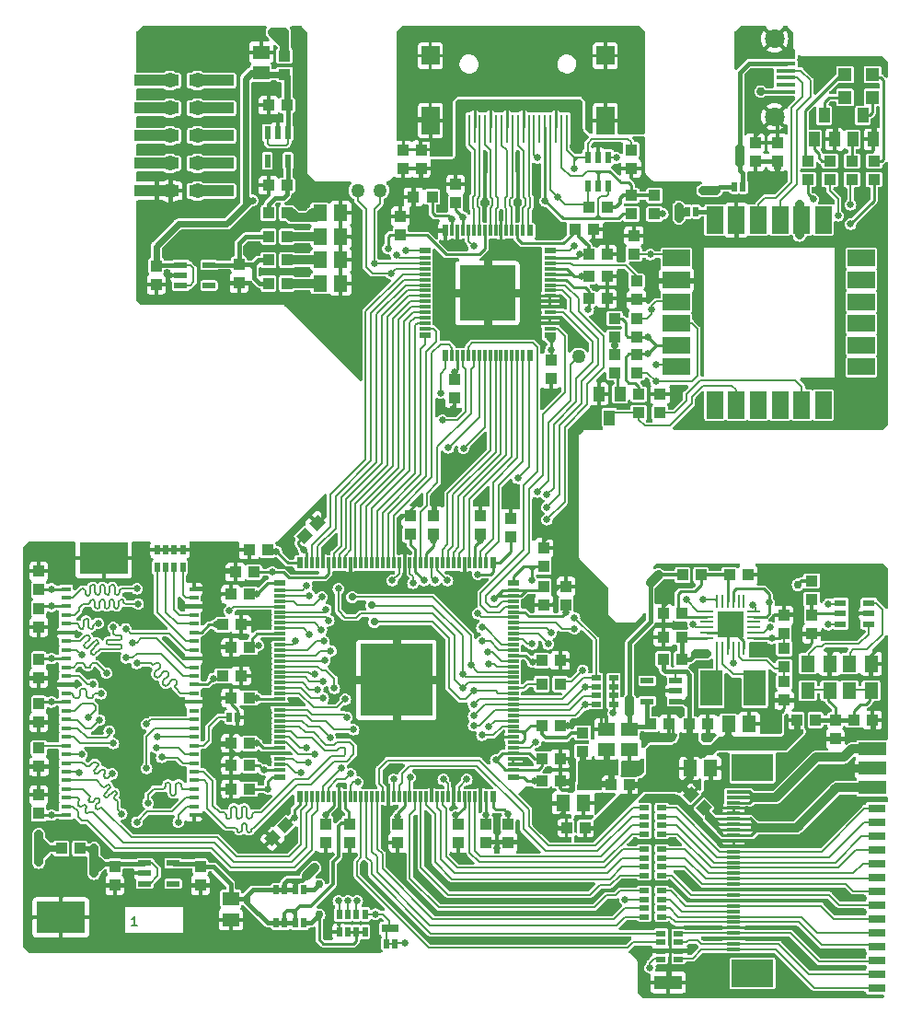
<source format=gbr>
%TF.GenerationSoftware,KiCad,Pcbnew,(6.0.7)*%
%TF.CreationDate,2022-11-30T22:54:03+01:00*%
%TF.ProjectId,n64adv2,6e363461-6476-4322-9e6b-696361645f70,20220729(d)*%
%TF.SameCoordinates,Original*%
%TF.FileFunction,Copper,L1,Top*%
%TF.FilePolarity,Positive*%
%FSLAX46Y46*%
G04 Gerber Fmt 4.6, Leading zero omitted, Abs format (unit mm)*
G04 Created by KiCad (PCBNEW (6.0.7)) date 2022-11-30 22:54:03*
%MOMM*%
%LPD*%
G01*
G04 APERTURE LIST*
G04 Aperture macros list*
%AMRoundRect*
0 Rectangle with rounded corners*
0 $1 Rounding radius*
0 $2 $3 $4 $5 $6 $7 $8 $9 X,Y pos of 4 corners*
0 Add a 4 corners polygon primitive as box body*
4,1,4,$2,$3,$4,$5,$6,$7,$8,$9,$2,$3,0*
0 Add four circle primitives for the rounded corners*
1,1,$1+$1,$2,$3*
1,1,$1+$1,$4,$5*
1,1,$1+$1,$6,$7*
1,1,$1+$1,$8,$9*
0 Add four rect primitives between the rounded corners*
20,1,$1+$1,$2,$3,$4,$5,0*
20,1,$1+$1,$4,$5,$6,$7,0*
20,1,$1+$1,$6,$7,$8,$9,0*
20,1,$1+$1,$8,$9,$2,$3,0*%
%AMRotRect*
0 Rectangle, with rotation*
0 The origin of the aperture is its center*
0 $1 length*
0 $2 width*
0 $3 Rotation angle, in degrees counterclockwise*
0 Add horizontal line*
21,1,$1,$2,0,0,$3*%
G04 Aperture macros list end*
%TA.AperFunction,NonConductor*%
%ADD10C,0.406000*%
%TD*%
%ADD11C,0.203200*%
%TA.AperFunction,NonConductor*%
%ADD12C,0.203200*%
%TD*%
%TA.AperFunction,SMDPad,CuDef*%
%ADD13R,0.900000X0.500000*%
%TD*%
%TA.AperFunction,SMDPad,CuDef*%
%ADD14R,1.300000X1.500000*%
%TD*%
%TA.AperFunction,SMDPad,CuDef*%
%ADD15R,1.600000X0.800000*%
%TD*%
%TA.AperFunction,SMDPad,CuDef*%
%ADD16R,0.550000X1.200000*%
%TD*%
%TA.AperFunction,SMDPad,CuDef*%
%ADD17R,1.000000X1.100000*%
%TD*%
%TA.AperFunction,SMDPad,CuDef*%
%ADD18R,1.100000X1.000000*%
%TD*%
%TA.AperFunction,SMDPad,CuDef*%
%ADD19R,1.100000X0.600000*%
%TD*%
%TA.AperFunction,TestPad*%
%ADD20RoundRect,0.635000X0.000000X0.000000X0.000000X0.000000X0.000000X0.000000X0.000000X0.000000X0*%
%TD*%
%TA.AperFunction,SMDPad,CuDef*%
%ADD21R,1.000000X1.400000*%
%TD*%
%TA.AperFunction,SMDPad,CuDef*%
%ADD22R,0.508000X0.889000*%
%TD*%
%TA.AperFunction,ComponentPad*%
%ADD23C,1.422400*%
%TD*%
%TA.AperFunction,SMDPad,CuDef*%
%ADD24R,4.150000X1.000000*%
%TD*%
%TA.AperFunction,SMDPad,CuDef*%
%ADD25R,2.000000X3.300000*%
%TD*%
%TA.AperFunction,SMDPad,CuDef*%
%ADD26R,1.000000X0.600000*%
%TD*%
%TA.AperFunction,SMDPad,CuDef*%
%ADD27R,1.000000X0.300000*%
%TD*%
%TA.AperFunction,SMDPad,CuDef*%
%ADD28R,0.600000X1.000000*%
%TD*%
%TA.AperFunction,SMDPad,CuDef*%
%ADD29R,0.300000X1.000000*%
%TD*%
%TA.AperFunction,SMDPad,CuDef*%
%ADD30R,5.200000X5.200000*%
%TD*%
%TA.AperFunction,SMDPad,CuDef*%
%ADD31R,1.300000X0.300000*%
%TD*%
%TA.AperFunction,SMDPad,CuDef*%
%ADD32R,0.200000X0.675000*%
%TD*%
%TA.AperFunction,SMDPad,CuDef*%
%ADD33R,0.400000X1.550000*%
%TD*%
%TA.AperFunction,SMDPad,CuDef*%
%ADD34RotRect,1.000000X1.100000X135.000000*%
%TD*%
%TA.AperFunction,SMDPad,CuDef*%
%ADD35R,4.500000X3.000000*%
%TD*%
%TA.AperFunction,SMDPad,CuDef*%
%ADD36R,1.200000X1.200000*%
%TD*%
%TA.AperFunction,SMDPad,CuDef*%
%ADD37R,1.200000X0.550000*%
%TD*%
%TA.AperFunction,SMDPad,CuDef*%
%ADD38R,0.280000X2.600000*%
%TD*%
%TA.AperFunction,SMDPad,CuDef*%
%ADD39R,1.700000X2.600000*%
%TD*%
%TA.AperFunction,SMDPad,CuDef*%
%ADD40R,1.700000X1.800000*%
%TD*%
%TA.AperFunction,SMDPad,CuDef*%
%ADD41R,1.500000X1.300000*%
%TD*%
%TA.AperFunction,SMDPad,CuDef*%
%ADD42R,1.800000X0.400000*%
%TD*%
%TA.AperFunction,ComponentPad*%
%ADD43C,1.800000*%
%TD*%
%TA.AperFunction,SMDPad,CuDef*%
%ADD44R,2.540000X1.270000*%
%TD*%
%TA.AperFunction,SMDPad,CuDef*%
%ADD45R,2.450000X2.450000*%
%TD*%
%TA.AperFunction,SMDPad,CuDef*%
%ADD46R,0.250000X1.200000*%
%TD*%
%TA.AperFunction,SMDPad,CuDef*%
%ADD47R,1.200000X0.250000*%
%TD*%
%TA.AperFunction,SMDPad,CuDef*%
%ADD48RotRect,1.100000X1.000000X45.000000*%
%TD*%
%TA.AperFunction,SMDPad,CuDef*%
%ADD49R,6.700000X6.700000*%
%TD*%
%TA.AperFunction,SMDPad,CuDef*%
%ADD50R,0.500000X0.900000*%
%TD*%
%TA.AperFunction,SMDPad,CuDef*%
%ADD51R,0.900000X0.450000*%
%TD*%
%TA.AperFunction,SMDPad,CuDef*%
%ADD52R,1.500000X2.500000*%
%TD*%
%TA.AperFunction,SMDPad,CuDef*%
%ADD53R,2.500000X1.500000*%
%TD*%
%TA.AperFunction,SMDPad,CuDef*%
%ADD54R,0.600000X1.100000*%
%TD*%
%TA.AperFunction,SMDPad,CuDef*%
%ADD55RotRect,1.100000X1.000000X225.000000*%
%TD*%
%TA.AperFunction,ViaPad*%
%ADD56C,0.755600*%
%TD*%
%TA.AperFunction,ViaPad*%
%ADD57C,0.655600*%
%TD*%
%TA.AperFunction,ViaPad*%
%ADD58C,2.355600*%
%TD*%
%TA.AperFunction,ViaPad*%
%ADD59C,0.855600*%
%TD*%
%TA.AperFunction,ViaPad*%
%ADD60C,0.955600*%
%TD*%
%TA.AperFunction,ViaPad*%
%ADD61C,1.955600*%
%TD*%
%TA.AperFunction,ViaPad*%
%ADD62C,1.155600*%
%TD*%
%TA.AperFunction,ViaPad*%
%ADD63C,1.355600*%
%TD*%
%TA.AperFunction,ViaPad*%
%ADD64C,1.855600*%
%TD*%
%TA.AperFunction,ViaPad*%
%ADD65C,0.705600*%
%TD*%
%TA.AperFunction,Conductor*%
%ADD66C,0.300000*%
%TD*%
%TA.AperFunction,Conductor*%
%ADD67C,0.254000*%
%TD*%
%TA.AperFunction,Conductor*%
%ADD68C,0.812800*%
%TD*%
%TA.AperFunction,Conductor*%
%ADD69C,0.406400*%
%TD*%
%TA.AperFunction,Conductor*%
%ADD70C,0.304800*%
%TD*%
%TA.AperFunction,Conductor*%
%ADD71C,0.800000*%
%TD*%
%TA.AperFunction,Conductor*%
%ADD72C,0.203200*%
%TD*%
%TA.AperFunction,Conductor*%
%ADD73C,0.250000*%
%TD*%
%TA.AperFunction,Conductor*%
%ADD74C,0.200000*%
%TD*%
%TA.AperFunction,Conductor*%
%ADD75C,0.228600*%
%TD*%
%TA.AperFunction,Conductor*%
%ADD76C,0.609600*%
%TD*%
%TA.AperFunction,Conductor*%
%ADD77C,0.508000*%
%TD*%
G04 APERTURE END LIST*
D10*
X131978400Y-142849600D02*
X132740400Y-142849600D01*
X131978400Y-139801600D02*
X132765800Y-139801600D01*
D11*
D12*
X119153456Y-143064895D02*
X118688999Y-143064895D01*
X118921227Y-143064895D02*
X118921227Y-142252095D01*
X118843818Y-142368209D01*
X118766408Y-142445619D01*
X118688999Y-142484323D01*
%TO.C,X1*%
G36*
X177710100Y-148741600D02*
G01*
X173910100Y-148741600D01*
X173910100Y-146241600D01*
X177710100Y-146241600D01*
X177710100Y-148741600D01*
G37*
G36*
X177710100Y-129805600D02*
G01*
X173910100Y-129805600D01*
X173910100Y-127305600D01*
X177710100Y-127305600D01*
X177710100Y-129805600D01*
G37*
%TD*%
D13*
%TO.P,RN11,1,1*%
%TO.N,Net-(RN11-Pad1)*%
X165862100Y-132251600D03*
%TO.P,RN11,2,2*%
%TO.N,Net-(RN11-Pad2)*%
X165862100Y-133051600D03*
%TO.P,RN11,3,3*%
%TO.N,Net-(RN11-Pad3)*%
X165862100Y-133851600D03*
%TO.P,RN11,4,4*%
%TO.N,Net-(RN11-Pad4)*%
X165862100Y-134651600D03*
%TO.P,RN11,5,5*%
%TO.N,Net-(RN11-Pad5)*%
X167462100Y-134651600D03*
%TO.P,RN11,6,6*%
%TO.N,Net-(RN11-Pad6)*%
X167462100Y-133851600D03*
%TO.P,RN11,7,7*%
%TO.N,Net-(RN11-Pad7)*%
X167462100Y-133051600D03*
%TO.P,RN11,8,8*%
%TO.N,Net-(RN11-Pad8)*%
X167462100Y-132251600D03*
%TD*%
D14*
%TO.P,U6,1,TS*%
%TO.N,VCC_U56*%
X182902100Y-121493600D03*
%TO.P,U6,2,GND*%
%TO.N,GND*%
X182902100Y-118993600D03*
%TO.P,U6,3,OUT*%
%TO.N,Net-(U6-Pad3)*%
X180902100Y-118993600D03*
%TO.P,U6,4,VDD*%
%TO.N,VCC_U56*%
X180902100Y-121493600D03*
%TD*%
D15*
%TO.P,VD1,P$1,P*%
%TO.N,Net-(RN11-Pad7)*%
X187236100Y-133578600D03*
%TD*%
D16*
%TO.P,U13,1,IN*%
%TO.N,+5V*%
X133068100Y-70175500D03*
%TO.P,U13,2,GND*%
%TO.N,GND*%
X132118100Y-70175500D03*
%TO.P,U13,3,EN*%
%TO.N,+5V*%
X131168100Y-70175500D03*
%TO.P,U13,4,BYP*%
%TO.N,unconnected-(U13-Pad4)*%
X131168100Y-72775700D03*
%TO.P,U13,5,OUT*%
%TO.N,Net-(C132-Pad1)*%
X133068100Y-72775700D03*
%TD*%
D17*
%TO.P,C4,1,1*%
%TO.N,GND*%
X176060100Y-72833600D03*
%TO.P,C4,2,2*%
%TO.N,Net-(C4-Pad2)*%
X176060100Y-71133600D03*
%TD*%
D15*
%TO.P,ASCLK1,P$1,P*%
%TO.N,Net-(ASCLK1-PadP$1)*%
X187236100Y-146278600D03*
%TD*%
D18*
%TO.P,R11,1,1*%
%TO.N,/n64adv2_logic/TCK*%
X164884100Y-81342600D03*
%TO.P,R11,2,2*%
%TO.N,GND*%
X164884100Y-79642600D03*
%TD*%
%TO.P,C93,1,1*%
%TO.N,CLK_CIRCUIT_2V5*%
X169290100Y-114401600D03*
%TO.P,C93,2,2*%
%TO.N,GND*%
X167590100Y-114401600D03*
%TD*%
%TO.P,R18,1,1*%
%TO.N,Net-(D2-PadA)*%
X186982100Y-72784600D03*
%TO.P,R18,2,2*%
%TO.N,VCCIO_3V3*%
X186982100Y-74484600D03*
%TD*%
D17*
%TO.P,C1.13,1,1*%
%TO.N,VCCIO_2V5*%
X158661100Y-113600600D03*
%TO.P,C1.13,2,2*%
%TO.N,GND*%
X158661100Y-111900600D03*
%TD*%
%TO.P,FB12,1,1*%
%TO.N,+3V3*%
X164464100Y-130149600D03*
%TO.P,FB12,2,2*%
%TO.N,VCCIO_3V3*%
X162764100Y-130149600D03*
%TD*%
D18*
%TO.P,C1.18,1,1*%
%TO.N,VCCIO_BANK6*%
X129539100Y-122148600D03*
%TO.P,C1.18,2,2*%
%TO.N,GND*%
X127839100Y-122148600D03*
%TD*%
%TO.P,C131,1,1*%
%TO.N,+5V*%
X132968100Y-67665600D03*
%TO.P,C131,2,2*%
%TO.N,GND*%
X131268100Y-67665600D03*
%TD*%
%TO.P,R5,1,1*%
%TO.N,Net-(Q3-Pad3)*%
X165328600Y-95947600D03*
%TO.P,R5,2,2*%
%TO.N,VCCIO_3V3*%
X165328600Y-94247600D03*
%TD*%
D17*
%TO.P,C31,1,1*%
%TO.N,VDD_U3*%
X110147100Y-112203600D03*
%TO.P,C31,2,2*%
%TO.N,GND*%
X110147100Y-110503600D03*
%TD*%
%TO.P,C1.32,1,1*%
%TO.N,+3V3*%
X156629100Y-110044600D03*
%TO.P,C1.32,2,2*%
%TO.N,GND*%
X156629100Y-108344600D03*
%TD*%
%TO.P,C35,1,1*%
%TO.N,VDD_U3*%
X110147100Y-132777600D03*
%TO.P,C35,2,2*%
%TO.N,GND*%
X110147100Y-131077600D03*
%TD*%
D18*
%TO.P,C1.37,1,1*%
%TO.N,+3V3*%
X129539100Y-130530600D03*
%TO.P,C1.37,2,2*%
%TO.N,GND*%
X127839100Y-130530600D03*
%TD*%
D13*
%TO.P,RN16,1,1*%
%TO.N,Net-(RN16-Pad1)*%
X161417100Y-120313600D03*
%TO.P,RN16,2,2*%
%TO.N,Net-(RN16-Pad2)*%
X161417100Y-121113600D03*
%TO.P,RN16,3,3*%
%TO.N,Net-(RN16-Pad3)*%
X161417100Y-121913600D03*
%TO.P,RN16,4,4*%
%TO.N,Net-(RN16-Pad4)*%
X161417100Y-122713600D03*
%TO.P,RN16,5,5*%
%TO.N,VCCIO_3V3*%
X163017100Y-122713600D03*
%TO.P,RN16,6,6*%
X163017100Y-121913600D03*
%TO.P,RN16,7,7*%
X163017100Y-121113600D03*
%TO.P,RN16,8,8*%
X163017100Y-120313600D03*
%TD*%
D18*
%TO.P,R7,1,1*%
%TO.N,Net-(R6-Pad1)*%
X163106100Y-88962600D03*
%TO.P,R7,2,2*%
%TO.N,VCCIO_3V3*%
X163106100Y-87262600D03*
%TD*%
%TO.P,R31,1,1*%
%TO.N,Net-(R31-Pad1)*%
X110147100Y-126759600D03*
%TO.P,R31,2,2*%
%TO.N,GND*%
X110147100Y-128459600D03*
%TD*%
%TO.P,FB71,1,1*%
%TO.N,VCCIO_2V5*%
X181267100Y-111392600D03*
%TO.P,FB71,2,2*%
%TO.N,U7_2V5*%
X181267100Y-113092600D03*
%TD*%
D17*
%TO.P,C1.52,1,1*%
%TO.N,VCCA*%
X156629100Y-111900600D03*
%TO.P,C1.52,2,2*%
%TO.N,GND*%
X156629100Y-113600600D03*
%TD*%
%TO.P,C111,1,1*%
%TO.N,+3V3*%
X117132100Y-137681600D03*
%TO.P,C111,2,2*%
%TO.N,GND*%
X117132100Y-139381600D03*
%TD*%
%TO.P,FB23,1,1*%
%TO.N,Net-(C122-Pad1)*%
X131268100Y-84048600D03*
%TO.P,FB23,2,2*%
%TO.N,PVDD*%
X132968100Y-84048600D03*
%TD*%
D19*
%TO.P,U7,1,A*%
%TO.N,Net-(U6-Pad3)*%
X186504100Y-115351600D03*
%TO.P,U7,2,GND*%
%TO.N,GND*%
X186504100Y-114401600D03*
%TO.P,U7,3,A*%
%TO.N,Net-(U5-Pad3)*%
X186504100Y-113451600D03*
%TO.P,U7,4,Y*%
%TO.N,Net-(U1-Pad27)*%
X183904100Y-113451600D03*
%TO.P,U7,5,VCC*%
%TO.N,U7_2V5*%
X183904100Y-114401600D03*
%TO.P,U7,6,Y*%
%TO.N,Net-(U1-Pad26)*%
X183904100Y-115351600D03*
%TD*%
D20*
%TO.P,TP_SCL0,TP,TP*%
%TO.N,Net-(RN16-Pad2)*%
X141554200Y-75488800D03*
%TD*%
%TO.P,TP_SDA0,TP,TP*%
%TO.N,Net-(RN16-Pad1)*%
X139471400Y-75488800D03*
%TD*%
D18*
%TO.P,C1.11,1,1*%
%TO.N,VCCIO_B1A*%
X156414100Y-124688600D03*
%TO.P,C1.11,2,2*%
%TO.N,GND*%
X158114100Y-124688600D03*
%TD*%
D21*
%TO.P,Q3,1,B*%
%TO.N,Net-(Q3-Pad1)*%
X163611600Y-94188100D03*
%TO.P,Q3,2,E*%
%TO.N,GND*%
X161711600Y-94188100D03*
%TO.P,Q3,3,C*%
%TO.N,Net-(Q3-Pad3)*%
X162661600Y-96388100D03*
%TD*%
D17*
%TO.P,FB3,1,1*%
%TO.N,+3V3*%
X179909100Y-124180600D03*
%TO.P,FB3,2,2*%
%TO.N,VCC_U56*%
X181609100Y-124180600D03*
%TD*%
D22*
%TO.P,SJ3,1,1*%
%TO.N,VCCIO_BANK7*%
X132753100Y-142849600D03*
%TO.P,SJ3,2,2*%
%TO.N,/n64adv2_fpga_power/+2V5_B67*%
X131991100Y-142849600D03*
%TD*%
%TO.P,SJ5,1,1*%
%TO.N,Net-(SJ5-Pad1)*%
X174929800Y-75158600D03*
%TO.P,SJ5,2,2*%
%TO.N,5V_IN*%
X174167800Y-75158600D03*
%TD*%
D15*
%TO.P,VD3,P$1,P*%
%TO.N,Net-(RN11-Pad5)*%
X187236100Y-136118600D03*
%TD*%
D23*
%TO.P,X2,1,KL*%
%TO.N,/n64adv2_logic/TCK*%
X124752100Y-75539600D03*
D24*
X126022100Y-75539600D03*
D23*
%TO.P,X2,2,KL*%
%TO.N,GND*%
X122212100Y-75539600D03*
D24*
X120942100Y-75539600D03*
D23*
%TO.P,X2,3,KL*%
%TO.N,/n64adv2_logic/TDO*%
X124752100Y-72999600D03*
D24*
X126022100Y-72999600D03*
D23*
%TO.P,X2,4,KL*%
%TO.N,VCCIO_3V3*%
X122212100Y-72999600D03*
D24*
X120942100Y-72999600D03*
%TO.P,X2,5,KL*%
%TO.N,/n64adv2_logic/TMS*%
X126022100Y-70459600D03*
D23*
X124752100Y-70459600D03*
D24*
%TO.P,X2,6,KL*%
%TO.N,unconnected-(X2-Pad6)*%
X120942100Y-70459600D03*
D23*
X122212100Y-70459600D03*
%TO.P,X2,7,KL*%
%TO.N,unconnected-(X2-Pad7)*%
X124752100Y-67919600D03*
D24*
X126022100Y-67919600D03*
%TO.P,X2,8,KL*%
%TO.N,unconnected-(X2-Pad8)*%
X120942100Y-67919600D03*
D23*
X122212100Y-67919600D03*
%TO.P,X2,9,KL*%
%TO.N,/n64adv2_logic/TDI*%
X124752100Y-65379600D03*
D24*
X126022100Y-65379600D03*
D23*
%TO.P,X2,10,KL*%
%TO.N,Net-(R6-Pad1)*%
X122212100Y-65379600D03*
D24*
X120942100Y-65379600D03*
%TD*%
D18*
%TO.P,R6,1,1*%
%TO.N,Net-(R6-Pad1)*%
X163106100Y-90564600D03*
%TO.P,R6,2,2*%
%TO.N,Net-(Q3-Pad1)*%
X163106100Y-92264600D03*
%TD*%
D25*
%TO.P,Y41,1,1*%
%TO.N,Net-(U4-PadP2)*%
X176028100Y-121259600D03*
%TO.P,Y41,2,2*%
%TO.N,Net-(U4-PadP1)*%
X172028100Y-121259600D03*
%TD*%
D17*
%TO.P,C3,1,1*%
%TO.N,GND*%
X145313400Y-73443200D03*
%TO.P,C3,2,2*%
%TO.N,/n64adv2_logic/GND_HDMI_SHIELD*%
X145313400Y-71743200D03*
%TD*%
D26*
%TO.P,U2,1,DVDD@0*%
%TO.N,DVDD*%
X157172100Y-88837600D03*
D27*
%TO.P,U2,2,VSYNC*%
%TO.N,Net-(U1-Pad33)*%
X157172100Y-88187600D03*
%TO.P,U2,3,SPDIF*%
%TO.N,GND*%
X157172100Y-87687600D03*
%TO.P,U2,4,MCLK*%
X157172100Y-87187600D03*
%TO.P,U2,5,I2S0*%
%TO.N,Net-(U1-Pad24)*%
X157172100Y-86687600D03*
%TO.P,U2,6,I2S1*%
%TO.N,GND*%
X157172100Y-86187600D03*
%TO.P,U2,7,I2S2*%
X157172100Y-85687600D03*
%TO.P,U2,8,I2S3*%
X157172100Y-85187600D03*
%TO.P,U2,9,SCLK*%
%TO.N,Net-(U1-Pad22)*%
X157172100Y-84687600D03*
%TO.P,U2,10,LRCLK*%
%TO.N,Net-(U1-Pad21)*%
X157172100Y-84187600D03*
%TO.P,U2,11,DVDD@1*%
%TO.N,DVDD*%
X157172100Y-83687600D03*
%TO.P,U2,12,PVDD*%
%TO.N,PVDD*%
X157172100Y-83187600D03*
%TO.P,U2,13,BGVDD*%
X157172100Y-82687600D03*
%TO.P,U2,14,R_EXT*%
%TO.N,Net-(R21-Pad2)*%
X157172100Y-82187600D03*
%TO.P,U2,15,AVDD@0*%
%TO.N,AVDD*%
X157172100Y-81687600D03*
D26*
%TO.P,U2,16,HPD*%
%TO.N,Net-(D23-Pad3)*%
X157172100Y-81037600D03*
D28*
%TO.P,U2,17,TXC-*%
%TO.N,Net-(D22-Pad1)*%
X155322100Y-79187600D03*
D29*
%TO.P,U2,18,TXC+*%
%TO.N,Net-(D22-Pad2)*%
X154672100Y-79187600D03*
%TO.P,U2,19,AVDD@1*%
%TO.N,AVDD*%
X154172100Y-79187600D03*
%TO.P,U2,20,TX0-*%
%TO.N,Net-(D22-Pad4)*%
X153672100Y-79187600D03*
%TO.P,U2,21,TX0+*%
%TO.N,Net-(D22-Pad5)*%
X153172100Y-79187600D03*
%TO.P,U2,22,PD*%
%TO.N,GND*%
X152672100Y-79187600D03*
%TO.P,U2,23,TX1-*%
%TO.N,Net-(D21-Pad5)*%
X152172100Y-79187600D03*
%TO.P,U2,24,TX1+*%
%TO.N,Net-(D21-Pad4)*%
X151672100Y-79187600D03*
%TO.P,U2,25,AVDD@2*%
%TO.N,AVDD*%
X151172100Y-79187600D03*
%TO.P,U2,26,TX2-*%
%TO.N,Net-(D21-Pad2)*%
X150672100Y-79187600D03*
%TO.P,U2,27,TX2+*%
%TO.N,Net-(D21-Pad1)*%
X150172100Y-79187600D03*
%TO.P,U2,28,INT*%
%TO.N,Net-(RN16-Pad3)*%
X149672100Y-79187600D03*
%TO.P,U2,29,DVDD_3V3*%
%TO.N,DVDD_3V3*%
X149172100Y-79187600D03*
%TO.P,U2,30,CEC*%
%TO.N,GND*%
X148672100Y-79187600D03*
%TO.P,U2,31,DVDD@2*%
%TO.N,DVDD*%
X148172100Y-79187600D03*
D28*
%TO.P,U2,32,CEC_CLK*%
%TO.N,GND*%
X147522100Y-79187600D03*
D26*
%TO.P,U2,33,DDCSCL*%
%TO.N,Net-(D23-Pad6)*%
X145672100Y-81037600D03*
D27*
%TO.P,U2,34,DDCSDA*%
%TO.N,Net-(D23-Pad4)*%
X145672100Y-81687600D03*
%TO.P,U2,35,SCL*%
%TO.N,Net-(RN16-Pad2)*%
X145672100Y-82187600D03*
%TO.P,U2,36,SDA*%
%TO.N,Net-(RN16-Pad1)*%
X145672100Y-82687600D03*
%TO.P,U2,37,D23*%
%TO.N,Net-(U1-Pad70)*%
X145672100Y-83187600D03*
%TO.P,U2,38,D22*%
%TO.N,Net-(U1-Pad69)*%
X145672100Y-83687600D03*
%TO.P,U2,39,D21*%
%TO.N,Net-(U1-Pad66)*%
X145672100Y-84187600D03*
%TO.P,U2,40,D20*%
%TO.N,Net-(U1-Pad65)*%
X145672100Y-84687600D03*
%TO.P,U2,41,D19*%
%TO.N,Net-(U1-Pad64)*%
X145672100Y-85187600D03*
%TO.P,U2,42,D18*%
%TO.N,Net-(U1-Pad62)*%
X145672100Y-85687600D03*
%TO.P,U2,43,D17*%
%TO.N,Net-(U1-Pad61)*%
X145672100Y-86187600D03*
%TO.P,U2,44,D16*%
%TO.N,Net-(U1-Pad60)*%
X145672100Y-86687600D03*
%TO.P,U2,45,D15*%
%TO.N,Net-(U1-Pad59)*%
X145672100Y-87187600D03*
%TO.P,U2,46,D14*%
%TO.N,Net-(U1-Pad58)*%
X145672100Y-87687600D03*
%TO.P,U2,47,D13*%
%TO.N,Net-(U1-Pad56)*%
X145672100Y-88187600D03*
D26*
%TO.P,U2,48,D12*%
%TO.N,Net-(U1-Pad57)*%
X145672100Y-88837600D03*
D28*
%TO.P,U2,49,D11*%
%TO.N,Net-(U1-Pad54)*%
X147522100Y-90687600D03*
D29*
%TO.P,U2,50,D10*%
%TO.N,Net-(U1-Pad55)*%
X148172100Y-90687600D03*
%TO.P,U2,51,DVDD@3*%
%TO.N,DVDD*%
X148672100Y-90687600D03*
%TO.P,U2,52,D9*%
%TO.N,Net-(U1-Pad52)*%
X149172100Y-90687600D03*
%TO.P,U2,53,CLK*%
%TO.N,Net-(U1-Pad32)*%
X149672100Y-90687600D03*
%TO.P,U2,54,D8*%
%TO.N,Net-(U1-Pad50)*%
X150172100Y-90687600D03*
%TO.P,U2,55,D7*%
%TO.N,Net-(U1-Pad48)*%
X150672100Y-90687600D03*
%TO.P,U2,56,D6*%
%TO.N,Net-(U1-Pad47)*%
X151172100Y-90687600D03*
%TO.P,U2,57,D5*%
%TO.N,Net-(U1-Pad46)*%
X151672100Y-90687600D03*
%TO.P,U2,58,D4*%
%TO.N,Net-(U1-Pad45)*%
X152172100Y-90687600D03*
%TO.P,U2,59,D3*%
%TO.N,Net-(U1-Pad44)*%
X152672100Y-90687600D03*
%TO.P,U2,60,D2*%
%TO.N,Net-(U1-Pad43)*%
X153172100Y-90687600D03*
%TO.P,U2,61,D1*%
%TO.N,Net-(U1-Pad41)*%
X153672100Y-90687600D03*
%TO.P,U2,62,D0*%
%TO.N,Net-(U1-Pad39)*%
X154172100Y-90687600D03*
%TO.P,U2,63,DE*%
%TO.N,Net-(U1-Pad38)*%
X154672100Y-90687600D03*
D28*
%TO.P,U2,64,HSYNC*%
%TO.N,Net-(U1-Pad30)*%
X155322100Y-90687600D03*
D30*
%TO.P,U2,EXP,EXP*%
%TO.N,GND*%
X151422100Y-84937600D03*
%TD*%
D17*
%TO.P,C211,1,1*%
%TO.N,DVDD*%
X157264100Y-91072600D03*
%TO.P,C211,2,2*%
%TO.N,GND*%
X157264100Y-92772600D03*
%TD*%
D15*
%TO.P,VD5,P$1,P*%
%TO.N,Net-(RN12-Pad7)*%
X187236100Y-138658600D03*
%TD*%
D18*
%TO.P,C221,1,1*%
%TO.N,AVDD*%
X160732100Y-81381600D03*
%TO.P,C221,2,2*%
%TO.N,GND*%
X162432100Y-81381600D03*
%TD*%
D17*
%TO.P,C1.21,1,1*%
%TO.N,VCCIO_3V3*%
X143167100Y-133744600D03*
%TO.P,C1.21,2,2*%
%TO.N,GND*%
X143167100Y-135444600D03*
%TD*%
%TO.P,C1.40,1,1*%
%TO.N,+3V3*%
X153327100Y-133744600D03*
%TO.P,C1.40,2,2*%
%TO.N,GND*%
X153327100Y-135444600D03*
%TD*%
%TO.P,R23,1,1*%
%TO.N,/n64adv2_logic/5V_HDMI*%
X162432100Y-77063600D03*
%TO.P,R23,2,2*%
%TO.N,Net-(D23-Pad4)*%
X160732100Y-77063600D03*
%TD*%
D31*
%TO.P,X1,1,Pin_1*%
%TO.N,Net-(RN14-Pad5)*%
X174080100Y-145273600D03*
%TO.P,X1,2,Pin_2*%
%TO.N,Net-(CTRL1-PadP$1)*%
X174080100Y-144773600D03*
%TO.P,X1,3,Pin_3*%
%TO.N,GND*%
X174080100Y-144273600D03*
%TO.P,X1,4,Pin_4*%
%TO.N,Net-(ASCLK1-PadP$1)*%
X174080100Y-143773600D03*
%TO.P,X1,5,Pin_5*%
%TO.N,GND*%
X174080100Y-143273600D03*
%TO.P,X1,6,Pin_6*%
%TO.N,Net-(ASDATA1-PadP$1)*%
X174080100Y-142773600D03*
%TO.P,X1,7,Pin_7*%
%TO.N,Net-(ALRCLK1-PadP$1)*%
X174080100Y-142273600D03*
%TO.P,X1,8,Pin_8*%
%TO.N,Net-(RN13-Pad7)*%
X174080100Y-141773600D03*
%TO.P,X1,9,Pin_9*%
%TO.N,Net-(RN13-Pad8)*%
X174080100Y-141273600D03*
%TO.P,X1,10,Pin_10*%
%TO.N,GND*%
X174080100Y-140773600D03*
%TO.P,X1,11,Pin_11*%
%TO.N,Net-(RN12-Pad5)*%
X174080100Y-140273600D03*
%TO.P,X1,12,Pin_12*%
%TO.N,GND*%
X174080100Y-139773600D03*
%TO.P,X1,13,Pin_13*%
%TO.N,Net-(RN12-Pad6)*%
X174080100Y-139273600D03*
%TO.P,X1,14,Pin_14*%
%TO.N,Net-(RN12-Pad7)*%
X174080100Y-138773600D03*
%TO.P,X1,15,Pin_15*%
%TO.N,Net-(RN12-Pad8)*%
X174080100Y-138273600D03*
%TO.P,X1,16,Pin_16*%
%TO.N,Net-(RN11-Pad5)*%
X174080100Y-137773600D03*
%TO.P,X1,17,Pin_17*%
%TO.N,Net-(RN11-Pad6)*%
X174080100Y-137273600D03*
%TO.P,X1,18,Pin_18*%
%TO.N,Net-(RN11-Pad7)*%
X174080100Y-136773600D03*
%TO.P,X1,19,Pin_19*%
%TO.N,Net-(RN11-Pad8)*%
X174080100Y-136273600D03*
%TO.P,X1,20,Pin_20*%
%TO.N,GND*%
X174080100Y-135773600D03*
%TO.P,X1,21,Pin_21*%
X174080100Y-135273600D03*
%TO.P,X1,22,Pin_22*%
%TO.N,3V3_IN*%
X174080100Y-134773600D03*
%TO.P,X1,23,Pin_23*%
X174080100Y-134273600D03*
%TO.P,X1,24,Pin_24*%
X174080100Y-133773600D03*
%TO.P,X1,25,Pin_25*%
X174080100Y-133273600D03*
%TO.P,X1,26,Pin_26*%
%TO.N,GND*%
X174080100Y-132773600D03*
%TO.P,X1,27,Pin_27*%
X174080100Y-132273600D03*
%TO.P,X1,28,Pin_28*%
%TO.N,5V_IN*%
X174080100Y-131773600D03*
%TO.P,X1,29,Pin_29*%
X174080100Y-131273600D03*
%TO.P,X1,30,Pin_30*%
X174080100Y-130773600D03*
%TD*%
D18*
%TO.P,R42,1,1*%
%TO.N,GND*%
X178727100Y-122363600D03*
%TO.P,R42,2,2*%
%TO.N,Net-(R41-Pad2)*%
X178727100Y-120663600D03*
%TD*%
D17*
%TO.P,C92,1,1*%
%TO.N,VDD_U4*%
X178727100Y-116267600D03*
%TO.P,C92,2,2*%
%TO.N,GND*%
X178727100Y-114567600D03*
%TD*%
D18*
%TO.P,FB4,1,1*%
%TO.N,VCCIO_3V3*%
X160185100Y-127062600D03*
%TO.P,FB4,2,2*%
%TO.N,VCCIO_B1A*%
X160185100Y-125362600D03*
%TD*%
D14*
%TO.P,C22,1,1*%
%TO.N,AVDD*%
X135994100Y-81889600D03*
%TO.P,C22,2,2*%
%TO.N,GND*%
X137894100Y-81889600D03*
%TD*%
D32*
%TO.P,D22,1,1*%
%TO.N,Net-(D22-Pad1)*%
X155220100Y-74562100D03*
%TO.P,D22,2,2*%
%TO.N,Net-(D22-Pad2)*%
X154720100Y-74562100D03*
D33*
%TO.P,D22,3,3*%
%TO.N,GND*%
X154220100Y-74999600D03*
D32*
%TO.P,D22,4,4*%
%TO.N,Net-(D22-Pad4)*%
X153720100Y-74562100D03*
%TO.P,D22,5,5*%
%TO.N,Net-(D22-Pad5)*%
X153220100Y-74562100D03*
%TO.P,D22,6,5*%
X153220100Y-75437100D03*
%TO.P,D22,7,4*%
%TO.N,Net-(D22-Pad4)*%
X153720100Y-75437100D03*
%TO.P,D22,9,2*%
%TO.N,Net-(D22-Pad2)*%
X154720100Y-75437100D03*
%TO.P,D22,10,1*%
%TO.N,Net-(D22-Pad1)*%
X155220100Y-75437100D03*
%TD*%
D15*
%TO.P,CTRL1,P$1,P*%
%TO.N,Net-(CTRL1-PadP$1)*%
X187236100Y-147548600D03*
%TD*%
D17*
%TO.P,C71,1,1*%
%TO.N,U7_2V5*%
X181267100Y-114567600D03*
%TO.P,C71,2,2*%
%TO.N,GND*%
X181267100Y-116267600D03*
%TD*%
%TO.P,FB92,1,1*%
%TO.N,VCCIO_2V5*%
X169368100Y-110845600D03*
%TO.P,FB92,2,2*%
%TO.N,CLK_CIRCUIT_2V5*%
X171068100Y-110845600D03*
%TD*%
%TO.P,FB13,1,1*%
%TO.N,+3V3*%
X160400100Y-134086600D03*
%TO.P,FB13,2,2*%
%TO.N,VCCA*%
X158700100Y-134086600D03*
%TD*%
D14*
%TO.P,C11,1,1*%
%TO.N,+3V3*%
X173586100Y-124561600D03*
%TO.P,C11,2,2*%
%TO.N,GND*%
X175486100Y-124561600D03*
%TD*%
D18*
%TO.P,R15,1,1*%
%TO.N,Net-(Q1-Pad1)*%
X182918100Y-72784600D03*
%TO.P,R15,2,2*%
%TO.N,Net-(R15-Pad2)*%
X182918100Y-74484600D03*
%TD*%
D15*
%TO.P,nVDS1,P$1,P*%
%TO.N,Net-(RN12-Pad5)*%
X187236100Y-141198600D03*
%TD*%
D17*
%TO.P,FB31,1,1*%
%TO.N,+3V3*%
X113918100Y-135991600D03*
%TO.P,FB31,2,2*%
%TO.N,VDD_U3*%
X112218100Y-135991600D03*
%TD*%
D18*
%TO.P,R22,1,1*%
%TO.N,GND*%
X164650000Y-73450000D03*
%TO.P,R22,2,2*%
%TO.N,Net-(D23-Pad3)*%
X164650000Y-71750000D03*
%TD*%
D34*
%TO.P,FB1,1,1*%
%TO.N,3V3_IN*%
X171327141Y-132274641D03*
%TO.P,FB1,2,2*%
%TO.N,+3V3*%
X170125059Y-131072559D03*
%TD*%
D35*
%TO.P,SF_GND_2,P$1,P$1*%
%TO.N,GND*%
X112179100Y-142341600D03*
%TD*%
D36*
%TO.P,D2,A,A*%
%TO.N,Net-(D2-PadA)*%
X186855100Y-64837600D03*
%TO.P,D2,C,C*%
%TO.N,Net-(D2-PadC)*%
X186855100Y-66937600D03*
%TD*%
D18*
%TO.P,C1.54,1,1*%
%TO.N,VCCA*%
X129539100Y-128371600D03*
%TO.P,C1.54,2,2*%
%TO.N,GND*%
X127839100Y-128371600D03*
%TD*%
%TO.P,R3,1,1*%
%TO.N,GND*%
X143687800Y-73443200D03*
%TO.P,R3,2,2*%
%TO.N,/n64adv2_logic/GND_HDMI_SHIELD*%
X143687800Y-71743200D03*
%TD*%
D17*
%TO.P,FB24,1,1*%
%TO.N,Net-(C132-Pad1)*%
X131268100Y-77571600D03*
%TO.P,FB24,2,2*%
%TO.N,DVDD_3V3*%
X132968100Y-77571600D03*
%TD*%
D22*
%TO.P,SJ4,1,1*%
%TO.N,VCCIO_BANK6*%
X132753100Y-139801600D03*
%TO.P,SJ4,2,2*%
%TO.N,/n64adv2_fpga_power/+2V5_B67*%
X131991100Y-139801600D03*
%TD*%
D17*
%TO.P,C121,1,1*%
%TO.N,+5V*%
X120942100Y-82436600D03*
%TO.P,C121,2,2*%
%TO.N,GND*%
X120942100Y-84136600D03*
%TD*%
D22*
%TO.P,SJ11,1,1*%
%TO.N,Net-(RN13-Pad2)*%
X142875000Y-144729200D03*
%TO.P,SJ11,2,2*%
X142113000Y-144729200D03*
%TD*%
D37*
%TO.P,U11,1,IN*%
%TO.N,+3V3*%
X119896000Y-137327600D03*
%TO.P,U11,2,GND*%
%TO.N,GND*%
X119896000Y-138277600D03*
%TO.P,U11,3,EN*%
%TO.N,+3V3*%
X119896000Y-139227600D03*
%TO.P,U11,4,BYP*%
%TO.N,unconnected-(U11-Pad4)*%
X122496200Y-139227600D03*
%TO.P,U11,5,OUT*%
%TO.N,/n64adv2_fpga_power/+2V5_B67*%
X122496200Y-137327600D03*
%TD*%
D21*
%TO.P,Q1,1,B*%
%TO.N,Net-(Q1-Pad1)*%
X181460100Y-70797600D03*
%TO.P,Q1,2,E*%
%TO.N,GND*%
X183360100Y-70797600D03*
%TO.P,Q1,3,C*%
%TO.N,Net-(D1-PadC)*%
X182410100Y-68597600D03*
%TD*%
D38*
%TO.P,X3,1,TMDSDATA2+*%
%TO.N,Net-(D21-Pad1)*%
X149720100Y-69815600D03*
%TO.P,X3,2,TMDSDATA2SHIELD*%
%TO.N,GND*%
X150220100Y-69815600D03*
%TO.P,X3,3,TMDSDATA2-*%
%TO.N,Net-(D21-Pad2)*%
X150720100Y-69815600D03*
%TO.P,X3,4,TMDSDATA1+*%
%TO.N,Net-(D21-Pad4)*%
X151220100Y-69815600D03*
%TO.P,X3,5,TMDSDATA1SHIELD*%
%TO.N,GND*%
X151720100Y-69815600D03*
%TO.P,X3,6,TMDSDATA1-*%
%TO.N,Net-(D21-Pad5)*%
X152220100Y-69815600D03*
%TO.P,X3,7,TMDSDATA0+*%
%TO.N,Net-(D22-Pad5)*%
X152720100Y-69815600D03*
%TO.P,X3,8,TMDSDATA0SHIELD*%
%TO.N,GND*%
X153220100Y-69815600D03*
%TO.P,X3,9,TMDSDATA0-*%
%TO.N,Net-(D22-Pad4)*%
X153720100Y-69815600D03*
%TO.P,X3,10,TMDSCLOCK+*%
%TO.N,Net-(D22-Pad2)*%
X154220100Y-69815600D03*
%TO.P,X3,11,TMDSCLOCKSHIELD*%
%TO.N,GND*%
X154720100Y-69815600D03*
%TO.P,X3,12,TMDSCLOCK-*%
%TO.N,Net-(D22-Pad1)*%
X155220100Y-69815600D03*
%TO.P,X3,13,CEC*%
%TO.N,Net-(D23-Pad1)*%
X155720100Y-69815600D03*
%TO.P,X3,14,UTILITY/HEAC+*%
%TO.N,unconnected-(X3-Pad14)*%
X156220100Y-69815600D03*
%TO.P,X3,15,SCL*%
%TO.N,Net-(D23-Pad6)*%
X156720100Y-69815600D03*
%TO.P,X3,16,SDA*%
%TO.N,Net-(D23-Pad4)*%
X157220100Y-69815600D03*
%TO.P,X3,17,DDC/CECGROUND*%
%TO.N,GND*%
X157720100Y-69815600D03*
%TO.P,X3,18,+5VPOWER*%
%TO.N,/n64adv2_logic/5V_HDMI*%
X158220100Y-69815600D03*
%TO.P,X3,19,HOTPLUGDETECT/HEAC-*%
%TO.N,Net-(D23-Pad3)*%
X158720100Y-69815600D03*
D39*
%TO.P,X3,SHELL,SHIELD*%
%TO.N,/n64adv2_logic/GND_HDMI_SHIELD*%
X162270100Y-69055600D03*
%TO.P,X3,SHELL1,SHIELD*%
X146170100Y-69055600D03*
D40*
%TO.P,X3,SHELL2,SHIELD*%
X162270100Y-63095600D03*
%TO.P,X3,SHELL3,SHIELD*%
X146170100Y-63095600D03*
%TD*%
D18*
%TO.P,R16,1,1*%
%TO.N,Net-(D1-PadA)*%
X180886100Y-72784600D03*
%TO.P,R16,2,2*%
%TO.N,VCCIO_3V3*%
X180886100Y-74484600D03*
%TD*%
D15*
%TO.P,VD2,P$1,P*%
%TO.N,Net-(RN11-Pad6)*%
X187236100Y-134848600D03*
%TD*%
D17*
%TO.P,C61,1,1*%
%TO.N,VCC_U56*%
X183426100Y-124219600D03*
%TO.P,C61,2,2*%
%TO.N,GND*%
X183426100Y-125919600D03*
%TD*%
%TO.P,FB91,1,1*%
%TO.N,+3V3*%
X167590100Y-118592600D03*
%TO.P,FB91,2,2*%
%TO.N,VDD_U4*%
X169290100Y-118592600D03*
%TD*%
D15*
%TO.P,VD6,P$1,P*%
%TO.N,Net-(RN12-Pad6)*%
X187236100Y-139928600D03*
%TD*%
D36*
%TO.P,D1,A,A*%
%TO.N,Net-(D1-PadA)*%
X184315100Y-64837600D03*
%TO.P,D1,C,C*%
%TO.N,Net-(D1-PadC)*%
X184315100Y-66937600D03*
%TD*%
D17*
%TO.P,C223,1,1*%
%TO.N,AVDD*%
X143421100Y-79564600D03*
%TO.P,C223,2,2*%
%TO.N,GND*%
X143421100Y-77864600D03*
%TD*%
D18*
%TO.P,C212,1,1*%
%TO.N,DVDD*%
X160732100Y-85445600D03*
%TO.P,C212,2,2*%
%TO.N,GND*%
X162432100Y-85445600D03*
%TD*%
D41*
%TO.P,C15,1,1*%
%TO.N,/n64adv2_fpga_power/+2V5_B67*%
X127800100Y-140629600D03*
%TO.P,C15,2,2*%
%TO.N,GND*%
X127800100Y-142529600D03*
%TD*%
D15*
%TO.P,ASDATA1,P$1,P*%
%TO.N,Net-(ASDATA1-PadP$1)*%
X187236100Y-145008600D03*
%TD*%
D18*
%TO.P,C1.19,1,1*%
%TO.N,VCCIO_BANK6*%
X129539100Y-126339600D03*
%TO.P,C1.19,2,2*%
%TO.N,GND*%
X127839100Y-126339600D03*
%TD*%
D42*
%TO.P,X5,1,1*%
%TO.N,Net-(SJ5-Pad1)*%
X178878100Y-63825600D03*
%TO.P,X5,2,2*%
%TO.N,Net-(X4-Pad15)*%
X178878100Y-64475600D03*
%TO.P,X5,3,3*%
%TO.N,Net-(X4-Pad16)*%
X178878100Y-65125600D03*
%TO.P,X5,4,4*%
%TO.N,unconnected-(X5-Pad4)*%
X178878100Y-65775600D03*
%TO.P,X5,5,5*%
%TO.N,GND*%
X178878100Y-66425600D03*
D43*
%TO.P,X5,6,S*%
%TO.N,Net-(C4-Pad2)*%
X177838100Y-61550600D03*
%TO.P,X5,7,S*%
X177838100Y-68700600D03*
%TD*%
D44*
%TO.P,P_5V_IN0,1,P*%
%TO.N,5V_IN*%
X186855100Y-126847600D03*
%TD*%
D17*
%TO.P,C122,1,1*%
%TO.N,Net-(C122-Pad1)*%
X128562100Y-82309600D03*
%TO.P,C122,2,2*%
%TO.N,GND*%
X128562100Y-84009600D03*
%TD*%
D18*
%TO.P,C213,1,1*%
%TO.N,DVDD*%
X146329400Y-76073000D03*
%TO.P,C213,2,2*%
%TO.N,GND*%
X144629400Y-76073000D03*
%TD*%
D17*
%TO.P,C1.39,1,1*%
%TO.N,+3V3*%
X136563100Y-133744600D03*
%TO.P,C1.39,2,2*%
%TO.N,GND*%
X136563100Y-135444600D03*
%TD*%
D18*
%TO.P,C132,1,1*%
%TO.N,Net-(C132-Pad1)*%
X132968100Y-75031600D03*
%TO.P,C132,2,2*%
%TO.N,GND*%
X131268100Y-75031600D03*
%TD*%
D14*
%TO.P,C24,1,1*%
%TO.N,DVDD_3V3*%
X135994100Y-77571600D03*
%TO.P,C24,2,2*%
%TO.N,GND*%
X137894100Y-77571600D03*
%TD*%
%TO.P,C13,1,1*%
%TO.N,VCCA*%
X158346100Y-131800600D03*
%TO.P,C13,2,2*%
%TO.N,GND*%
X160246100Y-131800600D03*
%TD*%
D44*
%TO.P,P_GND_3,1,P*%
%TO.N,GND*%
X186855100Y-128625600D03*
%TD*%
%TO.P,UNK3V_IN0,1,P*%
%TO.N,3V3_IN*%
X186855100Y-130403600D03*
%TD*%
D18*
%TO.P,R17,1,1*%
%TO.N,Net-(Q2-Pad1)*%
X184950100Y-72784600D03*
%TO.P,R17,2,2*%
%TO.N,Net-(R17-Pad2)*%
X184950100Y-74484600D03*
%TD*%
%TO.P,C1.12,1,1*%
%TO.N,VCCIO_3V3*%
X156414100Y-118719600D03*
%TO.P,C1.12,2,2*%
%TO.N,GND*%
X158114100Y-118719600D03*
%TD*%
%TO.P,C1.31,1,1*%
%TO.N,+3V3*%
X156414100Y-129768600D03*
%TO.P,C1.31,2,2*%
%TO.N,GND*%
X158114100Y-129768600D03*
%TD*%
D17*
%TO.P,C1.22,1,1*%
%TO.N,VCCIO_3V3*%
X148755100Y-133744600D03*
%TO.P,C1.22,2,2*%
%TO.N,GND*%
X148755100Y-135444600D03*
%TD*%
D15*
%TO.P,nRST1,P$1,P*%
%TO.N,Net-(RN14-Pad5)*%
X187236100Y-148818600D03*
%TD*%
D17*
%TO.P,C34,1,1*%
%TO.N,VDD_U3*%
X110147100Y-122695600D03*
%TO.P,C34,2,2*%
%TO.N,GND*%
X110147100Y-124395600D03*
%TD*%
%TO.P,FB22,1,1*%
%TO.N,Net-(C122-Pad1)*%
X131268100Y-81889600D03*
%TO.P,FB22,2,2*%
%TO.N,AVDD*%
X132968100Y-81889600D03*
%TD*%
D35*
%TO.P,SF_GND_1,P$1,P$1*%
%TO.N,GND*%
X116116100Y-109321600D03*
%TD*%
D18*
%TO.P,C1.36,1,1*%
%TO.N,+3V3*%
X129539100Y-112623600D03*
%TO.P,C1.36,2,2*%
%TO.N,GND*%
X127839100Y-112623600D03*
%TD*%
%TO.P,C1.17,1,1*%
%TO.N,VCCIO_3V3*%
X129539100Y-117500400D03*
%TO.P,C1.17,2,2*%
%TO.N,GND*%
X127839100Y-117500400D03*
%TD*%
D41*
%TO.P,C2,1,1*%
%TO.N,+5V*%
X130594100Y-64678600D03*
%TO.P,C2,2,2*%
%TO.N,GND*%
X130594100Y-62778600D03*
%TD*%
D18*
%TO.P,FB2,1,1*%
%TO.N,5V_IN*%
X132753100Y-63132600D03*
%TO.P,FB2,2,2*%
%TO.N,+5V*%
X132753100Y-64832600D03*
%TD*%
%TO.P,R13,1,1*%
%TO.N,/n64adv2_logic/TDI*%
X165138100Y-87262600D03*
%TO.P,R13,2,2*%
%TO.N,VCCIO_3V3*%
X165138100Y-88962600D03*
%TD*%
D45*
%TO.P,U4,EXP,GND*%
%TO.N,GND*%
X173774100Y-115417600D03*
D46*
%TO.P,U4,P1,XA*%
%TO.N,Net-(U4-PadP1)*%
X172524100Y-117567600D03*
%TO.P,U4,P2,XB*%
%TO.N,Net-(U4-PadP2)*%
X173024100Y-117567600D03*
%TO.P,U4,P3,I2C_LSB*%
%TO.N,GND*%
X173524100Y-117567600D03*
%TO.P,U4,P4,CLKIN*%
%TO.N,Net-(R14-Pad1)*%
X174024100Y-117567600D03*
%TO.P,U4,P5,SSC_DIS*%
%TO.N,Net-(R41-Pad2)*%
X174524100Y-117567600D03*
%TO.P,U4,P6,OEB*%
%TO.N,GND*%
X175024100Y-117567600D03*
D47*
%TO.P,U4,P7,VDD*%
%TO.N,VDD_U4*%
X175924100Y-116667600D03*
%TO.P,U4,P8,INTR*%
%TO.N,Net-(RN16-Pad4)*%
X175924100Y-116167600D03*
%TO.P,U4,P9,CLK7*%
%TO.N,unconnected-(U4-PadP9)*%
X175924100Y-115667600D03*
%TO.P,U4,P10,CLK6*%
%TO.N,unconnected-(U4-PadP10)*%
X175924100Y-115167600D03*
%TO.P,U4,P11,VDDOD*%
%TO.N,VDD_U4*%
X175924100Y-114667600D03*
%TO.P,U4,P12,SCL*%
%TO.N,Net-(RN16-Pad2)*%
X175924100Y-114167600D03*
D46*
%TO.P,U4,P13,CLK5*%
%TO.N,unconnected-(U4-PadP13)*%
X175024100Y-113267600D03*
%TO.P,U4,P14,CLK4*%
%TO.N,unconnected-(U4-PadP14)*%
X174524100Y-113267600D03*
%TO.P,U4,P15,VDDOC*%
%TO.N,VDD_U4*%
X174024100Y-113267600D03*
%TO.P,U4,P16,VDDOB*%
%TO.N,CLK_CIRCUIT_2V5*%
X173524100Y-113267600D03*
%TO.P,U4,P17,CLK3*%
%TO.N,unconnected-(U4-PadP17)*%
X173024100Y-113267600D03*
%TO.P,U4,P18,CLK2*%
%TO.N,Net-(U1-Pad29)*%
X172524100Y-113267600D03*
D47*
%TO.P,U4,P19,SDA*%
%TO.N,Net-(RN16-Pad1)*%
X171624100Y-114167600D03*
%TO.P,U4,P20,VDDOA*%
%TO.N,CLK_CIRCUIT_2V5*%
X171624100Y-114667600D03*
%TO.P,U4,P21,CLK1*%
%TO.N,unconnected-(U4-PadP21)*%
X171624100Y-115167600D03*
%TO.P,U4,P22,CLK0*%
%TO.N,Net-(U1-Pad28)*%
X171624100Y-115667600D03*
%TO.P,U4,P23,GND*%
%TO.N,GND*%
X171624100Y-116167600D03*
%TO.P,U4,P24,VDD*%
%TO.N,VDD_U4*%
X171624100Y-116667600D03*
%TD*%
D18*
%TO.P,R21,1,1*%
%TO.N,GND*%
X165138100Y-85533600D03*
%TO.P,R21,2,2*%
%TO.N,Net-(R21-Pad2)*%
X165138100Y-83833600D03*
%TD*%
%TO.P,C94,1,1*%
%TO.N,CLK_CIRCUIT_2V5*%
X173686100Y-110845600D03*
%TO.P,C94,2,2*%
%TO.N,GND*%
X175386100Y-110845600D03*
%TD*%
D14*
%TO.P,U5,1,TS*%
%TO.N,VCC_U56*%
X186712100Y-121493600D03*
%TO.P,U5,2,GND*%
%TO.N,GND*%
X186712100Y-118993600D03*
%TO.P,U5,3,OUT*%
%TO.N,Net-(U5-Pad3)*%
X184712100Y-118993600D03*
%TO.P,U5,4,VDD*%
%TO.N,VCC_U56*%
X184712100Y-121493600D03*
%TD*%
D44*
%TO.P,P_GND_2,1,P*%
%TO.N,GND*%
X168059100Y-148310600D03*
%TD*%
D21*
%TO.P,Q2,1,B*%
%TO.N,Net-(Q2-Pad1)*%
X185016100Y-70797600D03*
%TO.P,Q2,2,E*%
%TO.N,GND*%
X186916100Y-70797600D03*
%TO.P,Q2,3,C*%
%TO.N,Net-(D2-PadC)*%
X185966100Y-68597600D03*
%TD*%
D14*
%TO.P,C21,1,1*%
%TO.N,DVDD*%
X135994100Y-79730600D03*
%TO.P,C21,2,2*%
%TO.N,GND*%
X137894100Y-79730600D03*
%TD*%
D18*
%TO.P,R41,1,1*%
%TO.N,VDD_U4*%
X178727100Y-117615600D03*
%TO.P,R41,2,2*%
%TO.N,Net-(R41-Pad2)*%
X178727100Y-119315600D03*
%TD*%
D15*
%TO.P,ALRCLK1,P$1,P*%
%TO.N,Net-(ALRCLK1-PadP$1)*%
X187236100Y-143738600D03*
%TD*%
D22*
%TO.P,SJ31,1,1*%
%TO.N,Net-(SJ31-Pad1)*%
X127673100Y-123926600D03*
%TO.P,SJ31,2,2*%
%TO.N,GND*%
X128435100Y-123926600D03*
%TD*%
D17*
%TO.P,C214,1,1*%
%TO.N,DVDD*%
X148374100Y-92850600D03*
%TO.P,C214,2,2*%
%TO.N,GND*%
X148374100Y-94550600D03*
%TD*%
%TO.P,R14,1,1*%
%TO.N,Net-(R14-Pad1)*%
X158114100Y-120878600D03*
%TO.P,R14,2,2*%
%TO.N,Net-(R14-Pad2)*%
X156414100Y-120878600D03*
%TD*%
%TO.P,C1.34,1,1*%
%TO.N,+3V3*%
X144310100Y-107123600D03*
%TO.P,C1.34,2,2*%
%TO.N,GND*%
X144310100Y-105423600D03*
%TD*%
D48*
%TO.P,C1.53,1,1*%
%TO.N,VCCA*%
X134565059Y-107255641D03*
%TO.P,C1.53,2,2*%
%TO.N,GND*%
X135767141Y-106053559D03*
%TD*%
D18*
%TO.P,C91,1,1*%
%TO.N,VDD_U4*%
X169290100Y-116560600D03*
%TO.P,C91,2,2*%
%TO.N,GND*%
X167590100Y-116560600D03*
%TD*%
%TO.P,R12,1,1*%
%TO.N,/n64adv2_logic/TMS*%
X165138100Y-92264600D03*
%TO.P,R12,2,2*%
%TO.N,VCCIO_3V3*%
X165138100Y-90564600D03*
%TD*%
D15*
%TO.P,VD0,P$1,P*%
%TO.N,Net-(RN11-Pad8)*%
X187236100Y-132308600D03*
%TD*%
D18*
%TO.P,C222,1,1*%
%TO.N,AVDD*%
X159462100Y-79095600D03*
%TO.P,C222,2,2*%
%TO.N,GND*%
X161162100Y-79095600D03*
%TD*%
D17*
%TO.P,C112,1,1*%
%TO.N,/n64adv2_fpga_power/+2V5_B67*%
X125006100Y-137681600D03*
%TO.P,C112,2,2*%
%TO.N,GND*%
X125006100Y-139381600D03*
%TD*%
D18*
%TO.P,C1.16,1,1*%
%TO.N,VCCIO_2V5*%
X129920100Y-110591600D03*
%TO.P,C1.16,2,2*%
%TO.N,GND*%
X128220100Y-110591600D03*
%TD*%
D22*
%TO.P,SJ1,1,1*%
%TO.N,VCCIO_3V3*%
X134531100Y-139801600D03*
%TO.P,SJ1,2,2*%
%TO.N,VCCIO_BANK6*%
X133769100Y-139801600D03*
%TD*%
D26*
%TO.P,U1,1,VCC_ONE@1*%
%TO.N,+3V3*%
X153790100Y-129397600D03*
D27*
%TO.P,U1,2,VCCA@6*%
%TO.N,VCCA*%
X153790100Y-128747600D03*
%TO.P,U1,3,IO3/ANAIN1*%
%TO.N,GND*%
X153790100Y-128247600D03*
%TO.P,U1,4,IO4/REFGND*%
X153790100Y-127747600D03*
%TO.P,U1,5,IO5/ADC_VREF*%
%TO.N,VCCA*%
X153790100Y-127247600D03*
%TO.P,U1,6,IO6/ADC1IN1*%
%TO.N,Net-(RN14-Pad4)*%
X153790100Y-126747600D03*
%TO.P,U1,7,IO7/ADC1IN2*%
%TO.N,VCCIO_B1A*%
X153790100Y-126247600D03*
%TO.P,U1,8,IO8/ADC1IN3*%
%TO.N,GND*%
X153790100Y-125747600D03*
%TO.P,U1,9,VCCIO_1A*%
%TO.N,VCCIO_B1A*%
X153790100Y-125247600D03*
%TO.P,U1,10,IO10/ADC1IN4*%
%TO.N,Net-(R15-Pad2)*%
X153790100Y-124747600D03*
%TO.P,U1,11,IO11/ADC1IN5*%
%TO.N,Net-(R17-Pad2)*%
X153790100Y-124247600D03*
%TO.P,U1,12,IO12/ADC1IN6*%
%TO.N,Net-(RN16-Pad4)*%
X153790100Y-123747600D03*
%TO.P,U1,13,IO13/ADC1IN7*%
%TO.N,Net-(RN16-Pad3)*%
X153790100Y-123247600D03*
%TO.P,U1,14,IO14/ADC1IN8*%
%TO.N,Net-(RN16-Pad2)*%
X153790100Y-122747600D03*
%TO.P,U1,15,IO15/JTAGEN*%
%TO.N,Net-(RN16-Pad1)*%
X153790100Y-122247600D03*
%TO.P,U1,16,IO16/TMS*%
%TO.N,/n64adv2_logic/TMS*%
X153790100Y-121747600D03*
%TO.P,U1,17,IO17/VREF*%
%TO.N,Net-(R14-Pad2)*%
X153790100Y-121247600D03*
%TO.P,U1,18,IO18/TCK*%
%TO.N,/n64adv2_logic/TCK*%
X153790100Y-120747600D03*
%TO.P,U1,19,IO19/TDI*%
%TO.N,/n64adv2_logic/TDI*%
X153790100Y-120247600D03*
%TO.P,U1,20,IO20/TDO*%
%TO.N,/n64adv2_logic/TDO*%
X153790100Y-119747600D03*
%TO.P,U1,21,IO21*%
%TO.N,Net-(U1-Pad21)*%
X153790100Y-119247600D03*
%TO.P,U1,22,IO22*%
%TO.N,Net-(U1-Pad22)*%
X153790100Y-118747600D03*
%TO.P,U1,23,VCCIO_1B*%
%TO.N,VCCIO_3V3*%
X153790100Y-118247600D03*
%TO.P,U1,24,IO24*%
%TO.N,Net-(U1-Pad24)*%
X153790100Y-117747600D03*
%TO.P,U1,25,IO25*%
%TO.N,Net-(TP_SPDIF0-PadTP)*%
X153790100Y-117247600D03*
%TO.P,U1,26,CLK0N/I26*%
%TO.N,Net-(U1-Pad26)*%
X153790100Y-116747600D03*
%TO.P,U1,27,CLK0P/I27*%
%TO.N,Net-(U1-Pad27)*%
X153790100Y-116247600D03*
%TO.P,U1,28,CLK1N/I28*%
%TO.N,Net-(U1-Pad28)*%
X153790100Y-115747600D03*
%TO.P,U1,29,CLK1P/I29*%
%TO.N,Net-(U1-Pad29)*%
X153790100Y-115247600D03*
%TO.P,U1,30,IO30/VREF*%
%TO.N,Net-(U1-Pad30)*%
X153790100Y-114747600D03*
%TO.P,U1,31,VCCIO_2*%
%TO.N,VCCIO_2V5*%
X153790100Y-114247600D03*
%TO.P,U1,32,IO32/PLL_CLKON*%
%TO.N,Net-(U1-Pad32)*%
X153790100Y-113747600D03*
%TO.P,U1,33,IO33/PLL_CLKOP*%
%TO.N,Net-(U1-Pad33)*%
X153790100Y-113247600D03*
%TO.P,U1,34,VCCA@2*%
%TO.N,VCCA*%
X153790100Y-112747600D03*
%TO.P,U1,35,VCCA@1*%
X153790100Y-112247600D03*
D26*
%TO.P,U1,36,VCC_ONE@2*%
%TO.N,+3V3*%
X153790100Y-111597600D03*
D28*
%TO.P,U1,37,VCC_ONE@3*%
X151940100Y-109747600D03*
D29*
%TO.P,U1,38,IO38*%
%TO.N,Net-(U1-Pad38)*%
X151290100Y-109747600D03*
%TO.P,U1,39,IO39*%
%TO.N,Net-(U1-Pad39)*%
X150790100Y-109747600D03*
%TO.P,U1,40,VCCIO_3@1*%
%TO.N,VCCIO_2V5*%
X150290100Y-109747600D03*
%TO.P,U1,41,IO41*%
%TO.N,Net-(U1-Pad41)*%
X149790100Y-109747600D03*
%TO.P,U1,42,GND@1*%
%TO.N,GND*%
X149290100Y-109747600D03*
%TO.P,U1,43,IO43*%
%TO.N,Net-(U1-Pad43)*%
X148790100Y-109747600D03*
%TO.P,U1,44,IO44*%
%TO.N,Net-(U1-Pad44)*%
X148290100Y-109747600D03*
%TO.P,U1,45,IO45*%
%TO.N,Net-(U1-Pad45)*%
X147790100Y-109747600D03*
%TO.P,U1,46,IO46*%
%TO.N,Net-(U1-Pad46)*%
X147290100Y-109747600D03*
%TO.P,U1,47,IO47*%
%TO.N,Net-(U1-Pad47)*%
X146790100Y-109747600D03*
%TO.P,U1,48,IO48/VREF*%
%TO.N,Net-(U1-Pad48)*%
X146290100Y-109747600D03*
%TO.P,U1,49,VCCIO_3@2*%
%TO.N,VCCIO_2V5*%
X145790100Y-109747600D03*
%TO.P,U1,50,IO50*%
%TO.N,Net-(U1-Pad50)*%
X145290100Y-109747600D03*
%TO.P,U1,51,VCC_ONE@4*%
%TO.N,+3V3*%
X144790100Y-109747600D03*
%TO.P,U1,52,IO52*%
%TO.N,Net-(U1-Pad52)*%
X144290100Y-109747600D03*
%TO.P,U1,53,GND@2*%
%TO.N,GND*%
X143790100Y-109747600D03*
%TO.P,U1,54,IO54*%
%TO.N,Net-(U1-Pad54)*%
X143290100Y-109747600D03*
%TO.P,U1,55,CLK6N/I55*%
%TO.N,Net-(U1-Pad55)*%
X142790100Y-109747600D03*
%TO.P,U1,56,CLK6P/I56*%
%TO.N,Net-(U1-Pad56)*%
X142290100Y-109747600D03*
%TO.P,U1,57,CLK7N/I57*%
%TO.N,Net-(U1-Pad57)*%
X141790100Y-109747600D03*
%TO.P,U1,58,CLK7P/I58*%
%TO.N,Net-(U1-Pad58)*%
X141290100Y-109747600D03*
%TO.P,U1,59,IO59*%
%TO.N,Net-(U1-Pad59)*%
X140790100Y-109747600D03*
%TO.P,U1,60,IO60*%
%TO.N,Net-(U1-Pad60)*%
X140290100Y-109747600D03*
%TO.P,U1,61,IO61/VREF*%
%TO.N,Net-(U1-Pad61)*%
X139790100Y-109747600D03*
%TO.P,U1,62,IO62*%
%TO.N,Net-(U1-Pad62)*%
X139290100Y-109747600D03*
%TO.P,U1,63,GND@3*%
%TO.N,GND*%
X138790100Y-109747600D03*
%TO.P,U1,64,IO64*%
%TO.N,Net-(U1-Pad64)*%
X138290100Y-109747600D03*
%TO.P,U1,65,IO65*%
%TO.N,Net-(U1-Pad65)*%
X137790100Y-109747600D03*
%TO.P,U1,66,IO66*%
%TO.N,Net-(U1-Pad66)*%
X137290100Y-109747600D03*
%TO.P,U1,67,VCCIO_4*%
%TO.N,VCCIO_2V5*%
X136790100Y-109747600D03*
%TO.P,U1,68,GND@4*%
%TO.N,GND*%
X136290100Y-109747600D03*
%TO.P,U1,69,IO69*%
%TO.N,Net-(U1-Pad69)*%
X135790100Y-109747600D03*
%TO.P,U1,70,IO70*%
%TO.N,Net-(U1-Pad70)*%
X135290100Y-109747600D03*
%TO.P,U1,71,VCCA@5*%
%TO.N,VCCA*%
X134790100Y-109747600D03*
D28*
%TO.P,U1,72,VCC_ONE@5*%
%TO.N,+3V3*%
X134140100Y-109747600D03*
D26*
%TO.P,U1,73,VCC_ONE@6*%
X132290100Y-111597600D03*
D27*
%TO.P,U1,74,IO74*%
%TO.N,Net-(U1-Pad74)*%
X132290100Y-112247600D03*
%TO.P,U1,75,IO75*%
%TO.N,Net-(U1-Pad75)*%
X132290100Y-112747600D03*
%TO.P,U1,76,IO76*%
%TO.N,Net-(U1-Pad76)*%
X132290100Y-113247600D03*
%TO.P,U1,77,IO77*%
%TO.N,Net-(U1-Pad77)*%
X132290100Y-113747600D03*
%TO.P,U1,78,IO78*%
%TO.N,Net-(U1-Pad78)*%
X132290100Y-114247600D03*
%TO.P,U1,79,IO79*%
%TO.N,Net-(U1-Pad79)*%
X132290100Y-114747600D03*
%TO.P,U1,80,IO80/VREF*%
%TO.N,Net-(U1-Pad80)*%
X132290100Y-115247600D03*
%TO.P,U1,81,IO81*%
%TO.N,Net-(U1-Pad81)*%
X132290100Y-115747600D03*
%TO.P,U1,82,VCCIO_5*%
%TO.N,VCCIO_3V3*%
X132290100Y-116247600D03*
%TO.P,U1,83,GND@5*%
%TO.N,GND*%
X132290100Y-116747600D03*
%TO.P,U1,84,IO84*%
%TO.N,Net-(U1-Pad84)*%
X132290100Y-117247600D03*
%TO.P,U1,85,IO85*%
%TO.N,Net-(U1-Pad85)*%
X132290100Y-117747600D03*
%TO.P,U1,86,IO86*%
%TO.N,Net-(U1-Pad86)*%
X132290100Y-118247600D03*
%TO.P,U1,87,IO87*%
%TO.N,Net-(U1-Pad87)*%
X132290100Y-118747600D03*
%TO.P,U1,88,CLK2P/IO88*%
%TO.N,Net-(U1-Pad88)*%
X132290100Y-119247600D03*
%TO.P,U1,89,CLK2N/IO89*%
%TO.N,Net-(U1-Pad89)*%
X132290100Y-119747600D03*
%TO.P,U1,90,CLK3P/IO90*%
%TO.N,Net-(U1-Pad90)*%
X132290100Y-120247600D03*
%TO.P,U1,91,CLK3N/IO91*%
%TO.N,Net-(U1-Pad91)*%
X132290100Y-120747600D03*
%TO.P,U1,92,IO92*%
%TO.N,Net-(U1-Pad92)*%
X132290100Y-121247600D03*
%TO.P,U1,93,IO93*%
%TO.N,Net-(U1-Pad93)*%
X132290100Y-121747600D03*
%TO.P,U1,94,VCCIO_6@1*%
%TO.N,VCCIO_BANK6*%
X132290100Y-122247600D03*
%TO.P,U1,95,GND@6*%
%TO.N,GND*%
X132290100Y-122747600D03*
%TO.P,U1,96,IO96*%
%TO.N,Net-(U1-Pad96)*%
X132290100Y-123247600D03*
%TO.P,U1,97,IO97/VREF*%
%TO.N,Net-(U1-Pad97)*%
X132290100Y-123747600D03*
%TO.P,U1,98,IO98*%
%TO.N,Net-(U1-Pad98)*%
X132290100Y-124247600D03*
%TO.P,U1,99,IO99*%
%TO.N,Net-(U1-Pad99)*%
X132290100Y-124747600D03*
%TO.P,U1,100,IO100*%
%TO.N,Net-(U1-Pad100)*%
X132290100Y-125247600D03*
%TO.P,U1,101,IO101*%
%TO.N,Net-(U1-Pad101)*%
X132290100Y-125747600D03*
%TO.P,U1,102,IO102*%
%TO.N,Net-(U1-Pad102)*%
X132290100Y-126247600D03*
%TO.P,U1,103,VCCIO_6@2*%
%TO.N,VCCIO_BANK6*%
X132290100Y-126747600D03*
%TO.P,U1,104,GND@7*%
%TO.N,GND*%
X132290100Y-127247600D03*
%TO.P,U1,105,IO105*%
%TO.N,Net-(U1-Pad105)*%
X132290100Y-127747600D03*
%TO.P,U1,106,IO106*%
%TO.N,Net-(U1-Pad106)*%
X132290100Y-128247600D03*
%TO.P,U1,107,VCCA@3*%
%TO.N,VCCA*%
X132290100Y-128747600D03*
D26*
%TO.P,U1,108,VCC_ONE@7*%
%TO.N,+3V3*%
X132290100Y-129397600D03*
D28*
%TO.P,U1,109,VCC_ONE@8*%
X134140100Y-131247600D03*
D29*
%TO.P,U1,110,IO110*%
%TO.N,Net-(U1-Pad110)*%
X134790100Y-131247600D03*
%TO.P,U1,111,IO111*%
%TO.N,Net-(U1-Pad111)*%
X135290100Y-131247600D03*
%TO.P,U1,112,IO112/VREF*%
%TO.N,Net-(U1-Pad112)*%
X135790100Y-131247600D03*
%TO.P,U1,113,IO113*%
%TO.N,Net-(U1-Pad113)*%
X136290100Y-131247600D03*
%TO.P,U1,114,IO114*%
%TO.N,Net-(U1-Pad114)*%
X136790100Y-131247600D03*
%TO.P,U1,115,VCC_ONE@9*%
%TO.N,+3V3*%
X137290100Y-131247600D03*
%TO.P,U1,116,GND@8*%
%TO.N,GND*%
X137790100Y-131247600D03*
%TO.P,U1,117,VCCIO_7*%
%TO.N,VCCIO_BANK7*%
X138290100Y-131247600D03*
%TO.P,U1,118,IO118*%
%TO.N,Net-(U1-Pad118)*%
X138790100Y-131247600D03*
%TO.P,U1,119,IO119*%
%TO.N,unconnected-(U1-Pad119)*%
X139290100Y-131247600D03*
%TO.P,U1,120,IO120*%
%TO.N,Net-(RN14-Pad2)*%
X139790100Y-131247600D03*
%TO.P,U1,121,IO121/DEV_CLRN*%
%TO.N,Net-(RN14-Pad1)*%
X140290100Y-131247600D03*
%TO.P,U1,122,IO122/DEV_OE*%
%TO.N,Net-(RN13-Pad4)*%
X140790100Y-131247600D03*
%TO.P,U1,123,IO123/VREF*%
%TO.N,Net-(RN13-Pad3)*%
X141290100Y-131247600D03*
%TO.P,U1,124,IO124*%
%TO.N,Net-(RN11-Pad1)*%
X141790100Y-131247600D03*
%TO.P,U1,125,GND@9*%
%TO.N,GND*%
X142290100Y-131247600D03*
%TO.P,U1,126,IO126/CONFIG_SEL*%
%TO.N,Net-(RN15-Pad4)*%
X142790100Y-131247600D03*
%TO.P,U1,127,IO127*%
%TO.N,Net-(RN11-Pad2)*%
X143290100Y-131247600D03*
%TO.P,U1,128,VCCIO_8@1*%
%TO.N,VCCIO_3V3*%
X143790100Y-131247600D03*
%TO.P,U1,129,IO129/NCONFIG*%
%TO.N,Net-(RN15-Pad3)*%
X144290100Y-131247600D03*
%TO.P,U1,130,IO130*%
%TO.N,Net-(RN13-Pad1)*%
X144790100Y-131247600D03*
%TO.P,U1,131,IO131*%
%TO.N,Net-(RN12-Pad4)*%
X145290100Y-131247600D03*
%TO.P,U1,132,IO132*%
%TO.N,Net-(RN12-Pad3)*%
X145790100Y-131247600D03*
%TO.P,U1,133,GND@10*%
%TO.N,GND*%
X146290100Y-131247600D03*
%TO.P,U1,134,IO134/CRC_ERROR*%
%TO.N,Net-(RN12-Pad2)*%
X146790100Y-131247600D03*
%TO.P,U1,135,IO135*%
%TO.N,Net-(RN12-Pad1)*%
X147290100Y-131247600D03*
%TO.P,U1,136,IO136/NSTATUS*%
%TO.N,Net-(RN15-Pad2)*%
X147790100Y-131247600D03*
%TO.P,U1,137,GND@11*%
%TO.N,GND*%
X148290100Y-131247600D03*
%TO.P,U1,138,IO138/CONF_DONE*%
%TO.N,Net-(RN13-Pad2)*%
X148790100Y-131247600D03*
%TO.P,U1,139,VCCIO_8@2*%
%TO.N,VCCIO_3V3*%
X149290100Y-131247600D03*
%TO.P,U1,140,IO140*%
%TO.N,Net-(RN11-Pad4)*%
X149790100Y-131247600D03*
%TO.P,U1,141,IO141*%
%TO.N,Net-(RN11-Pad3)*%
X150290100Y-131247600D03*
%TO.P,U1,142,GND@12*%
%TO.N,GND*%
X150790100Y-131247600D03*
%TO.P,U1,143,VCCA@4*%
%TO.N,VCCA*%
X151290100Y-131247600D03*
D28*
%TO.P,U1,144,VCC_ONE@10*%
%TO.N,+3V3*%
X151940100Y-131247600D03*
D49*
%TO.P,U1,E,GND@13*%
%TO.N,GND*%
X143040100Y-120497600D03*
%TD*%
D50*
%TO.P,RN31,1,1*%
%TO.N,Net-(RN31-Pad1)*%
X121012100Y-110121600D03*
%TO.P,RN31,2,2*%
%TO.N,Net-(RN31-Pad2)*%
X121812100Y-110121600D03*
%TO.P,RN31,3,3*%
%TO.N,Net-(RN31-Pad3)*%
X122612100Y-110121600D03*
%TO.P,RN31,4,4*%
%TO.N,Net-(RN31-Pad4)*%
X123412100Y-110121600D03*
%TO.P,RN31,5,5*%
%TO.N,GND*%
X123412100Y-108521600D03*
%TO.P,RN31,6,6*%
X122612100Y-108521600D03*
%TO.P,RN31,7,7*%
X121812100Y-108521600D03*
%TO.P,RN31,8,8*%
X121012100Y-108521600D03*
%TD*%
D18*
%TO.P,R24,1,1*%
%TO.N,/n64adv2_logic/5V_HDMI*%
X164650000Y-75959600D03*
%TO.P,R24,2,2*%
%TO.N,Net-(D23-Pad6)*%
X164650000Y-77659600D03*
%TD*%
D37*
%TO.P,U12,1,IN*%
%TO.N,+5V*%
X123198000Y-82336600D03*
%TO.P,U12,2,GND*%
%TO.N,GND*%
X123198000Y-83286600D03*
%TO.P,U12,3,EN*%
%TO.N,+5V*%
X123198000Y-84236600D03*
%TO.P,U12,4,BYP*%
%TO.N,unconnected-(U12-Pad4)*%
X125798200Y-84236600D03*
%TO.P,U12,5,OUT*%
%TO.N,Net-(C122-Pad1)*%
X125798200Y-82336600D03*
%TD*%
%TO.P,U10,1,IN*%
%TO.N,+3V3*%
X168724200Y-122463600D03*
%TO.P,U10,2,GND*%
%TO.N,GND*%
X168724200Y-121513600D03*
%TO.P,U10,3,EN*%
%TO.N,+3V3*%
X168724200Y-120563600D03*
%TO.P,U10,4,BYP*%
%TO.N,unconnected-(U10-Pad4)*%
X166124000Y-120563600D03*
%TO.P,U10,5,OUT*%
%TO.N,VCCIO_2V5*%
X166124000Y-122463600D03*
%TD*%
D51*
%TO.P,U3,1,VDD*%
%TO.N,VDD_U3*%
X112649100Y-112129600D03*
%TO.P,U3,2,DQ0*%
%TO.N,Net-(U1-Pad74)*%
X112649100Y-112929600D03*
%TO.P,U3,3,VDDQ*%
%TO.N,VDD_U3*%
X112649100Y-113729600D03*
%TO.P,U3,4,DQ1*%
%TO.N,Net-(U1-Pad75)*%
X112649100Y-114529600D03*
%TO.P,U3,5,DQ2*%
%TO.N,Net-(U1-Pad76)*%
X112649100Y-115329600D03*
%TO.P,U3,6,VSSQ*%
%TO.N,GND*%
X112649100Y-116129600D03*
%TO.P,U3,7,DQ3*%
%TO.N,Net-(U1-Pad77)*%
X112649100Y-116929600D03*
%TO.P,U3,8,DQ4*%
%TO.N,Net-(U1-Pad84)*%
X112649100Y-117729600D03*
%TO.P,U3,9,VDDQ*%
%TO.N,VDD_U3*%
X112649100Y-118529600D03*
%TO.P,U3,10,DQ5*%
%TO.N,Net-(U1-Pad85)*%
X112649100Y-119329600D03*
%TO.P,U3,11,DQ6*%
%TO.N,Net-(U1-Pad86)*%
X112649100Y-120129600D03*
%TO.P,U3,12,VSSQ*%
%TO.N,GND*%
X112649100Y-120929600D03*
%TO.P,U3,13,DQ7*%
%TO.N,Net-(U1-Pad87)*%
X112649100Y-121729600D03*
%TO.P,U3,14,VDD*%
%TO.N,VDD_U3*%
X112649100Y-122529600D03*
%TO.P,U3,15,DQML/LDQM*%
%TO.N,Net-(U1-Pad89)*%
X112649100Y-123329600D03*
%TO.P,U3,16,/WE*%
%TO.N,Net-(U1-Pad90)*%
X112649100Y-124129600D03*
%TO.P,U3,17,/CAS*%
%TO.N,Net-(U1-Pad91)*%
X112649100Y-124929600D03*
%TO.P,U3,18,/RAS*%
%TO.N,Net-(U1-Pad92)*%
X112649100Y-125729600D03*
%TO.P,U3,19,/CS*%
%TO.N,Net-(R31-Pad1)*%
X112649100Y-126529600D03*
%TO.P,U3,20,BA0*%
%TO.N,Net-(U1-Pad101)*%
X112649100Y-127329600D03*
%TO.P,U3,21,BA1*%
%TO.N,Net-(U1-Pad102)*%
X112649100Y-128129600D03*
%TO.P,U3,22,A10*%
%TO.N,Net-(U1-Pad105)*%
X112649100Y-128929600D03*
%TO.P,U3,23,A0*%
%TO.N,Net-(U1-Pad106)*%
X112649100Y-129729600D03*
%TO.P,U3,24,A1*%
%TO.N,Net-(U1-Pad110)*%
X112649100Y-130529600D03*
%TO.P,U3,25,A2*%
%TO.N,Net-(U1-Pad111)*%
X112649100Y-131329600D03*
%TO.P,U3,26,A3*%
%TO.N,Net-(U1-Pad112)*%
X112649100Y-132129600D03*
%TO.P,U3,27,VDD*%
%TO.N,VDD_U3*%
X112649100Y-132929600D03*
%TO.P,U3,28,VSS*%
%TO.N,GND*%
X124409100Y-132929600D03*
%TO.P,U3,29,A4*%
%TO.N,Net-(U1-Pad118)*%
X124409100Y-132129600D03*
%TO.P,U3,30,A5*%
%TO.N,Net-(U1-Pad114)*%
X124409100Y-131329600D03*
%TO.P,U3,31,A6*%
%TO.N,Net-(U1-Pad113)*%
X124409100Y-130529600D03*
%TO.P,U3,32,A7*%
%TO.N,Net-(U1-Pad99)*%
X124409100Y-129729600D03*
%TO.P,U3,33,A8*%
%TO.N,Net-(U1-Pad100)*%
X124409100Y-128929600D03*
%TO.P,U3,34,A9*%
%TO.N,Net-(U1-Pad97)*%
X124409100Y-128129600D03*
%TO.P,U3,35,A11*%
%TO.N,Net-(U1-Pad96)*%
X124409100Y-127329600D03*
%TO.P,U3,36,A12*%
%TO.N,Net-(SJ31-Pad1)*%
X124409100Y-126529600D03*
%TO.P,U3,37,CKE*%
%TO.N,Net-(U1-Pad93)*%
X124409100Y-125729600D03*
%TO.P,U3,38,CLK*%
%TO.N,Net-(U1-Pad98)*%
X124409100Y-124929600D03*
%TO.P,U3,39,DQMH/UDQM*%
%TO.N,Net-(U1-Pad88)*%
X124409100Y-124129600D03*
%TO.P,U3,40*%
%TO.N,N/C*%
X124409100Y-123329600D03*
%TO.P,U3,41,VSS*%
%TO.N,GND*%
X124409100Y-122529600D03*
%TO.P,U3,42,DQ8*%
%TO.N,Net-(U1-Pad81)*%
X124409100Y-121729600D03*
%TO.P,U3,43,VDDQ*%
%TO.N,VDD_U3*%
X124409100Y-120929600D03*
%TO.P,U3,44,DQ9*%
%TO.N,Net-(U1-Pad80)*%
X124409100Y-120129600D03*
%TO.P,U3,45,DQ10*%
%TO.N,Net-(U1-Pad79)*%
X124409100Y-119329600D03*
%TO.P,U3,46,VSSQ*%
%TO.N,GND*%
X124409100Y-118529600D03*
%TO.P,U3,47,DQ11*%
%TO.N,Net-(U1-Pad78)*%
X124409100Y-117729600D03*
%TO.P,U3,48,DQ12*%
%TO.N,Net-(RN31-Pad1)*%
X124409100Y-116929600D03*
%TO.P,U3,49,VDDQ*%
%TO.N,VDD_U3*%
X124409100Y-116129600D03*
%TO.P,U3,50,DQ13*%
%TO.N,Net-(RN31-Pad2)*%
X124409100Y-115329600D03*
%TO.P,U3,51,DQ14*%
%TO.N,Net-(RN31-Pad3)*%
X124409100Y-114529600D03*
%TO.P,U3,52,VSSQ*%
%TO.N,GND*%
X124409100Y-113729600D03*
%TO.P,U3,53,DQ15*%
%TO.N,Net-(RN31-Pad4)*%
X124409100Y-112929600D03*
%TO.P,U3,54,VSS*%
%TO.N,GND*%
X124409100Y-112129600D03*
%TD*%
D18*
%TO.P,R4,1,1*%
%TO.N,GND*%
X178092100Y-72833600D03*
%TO.P,R4,2,2*%
%TO.N,Net-(C4-Pad2)*%
X178092100Y-71133600D03*
%TD*%
D52*
%TO.P,X4,1,J1*%
%TO.N,unconnected-(X4-Pad1)*%
X172330100Y-95215600D03*
%TO.P,X4,2,J2*%
%TO.N,Net-(Q3-Pad3)*%
X174330100Y-95215600D03*
%TO.P,X4,3,J3*%
%TO.N,unconnected-(X4-Pad3)*%
X176330100Y-95215600D03*
%TO.P,X4,4,J4*%
%TO.N,unconnected-(X4-Pad4)*%
X178330100Y-95215600D03*
%TO.P,X4,5,J5*%
%TO.N,Net-(R8-Pad2)*%
X180330100Y-95215600D03*
%TO.P,X4,6,J6*%
%TO.N,unconnected-(X4-Pad6)*%
X182330100Y-95215600D03*
D53*
%TO.P,X4,7,J7*%
%TO.N,unconnected-(X4-Pad7)*%
X185830100Y-91715600D03*
%TO.P,X4,8,J8*%
%TO.N,unconnected-(X4-Pad8)*%
X185830100Y-89715600D03*
%TO.P,X4,9,J9*%
%TO.N,unconnected-(X4-Pad9)*%
X185830100Y-87715600D03*
%TO.P,X4,10,J10*%
%TO.N,unconnected-(X4-Pad10)*%
X185830100Y-85715600D03*
%TO.P,X4,11,J11*%
%TO.N,unconnected-(X4-Pad11)*%
X185830100Y-83715600D03*
%TO.P,X4,12,J12*%
%TO.N,unconnected-(X4-Pad12)*%
X185830100Y-81715600D03*
D52*
%TO.P,X4,13,J13*%
%TO.N,unconnected-(X4-Pad13)*%
X182330100Y-78215600D03*
%TO.P,X4,14,J14*%
%TO.N,Net-(SJ5-Pad1)*%
X180330100Y-78215600D03*
%TO.P,X4,15,J15*%
%TO.N,Net-(X4-Pad15)*%
X178330100Y-78215600D03*
%TO.P,X4,16,J16*%
%TO.N,Net-(X4-Pad16)*%
X176330100Y-78215600D03*
%TO.P,X4,17,J17*%
%TO.N,GND*%
X174330100Y-78215600D03*
%TO.P,X4,18,J18*%
%TO.N,Net-(SJ6-Pad1)*%
X172330100Y-78215600D03*
D53*
%TO.P,X4,19,J19*%
%TO.N,/n64adv2_logic/TCK*%
X168830100Y-81715600D03*
%TO.P,X4,20,J20*%
%TO.N,GND*%
X168830100Y-83715600D03*
%TO.P,X4,21,J21*%
%TO.N,/n64adv2_logic/TDI*%
X168830100Y-85715600D03*
%TO.P,X4,22,J22*%
%TO.N,/n64adv2_logic/TMS*%
X168830100Y-87715600D03*
%TO.P,X4,23,J23*%
%TO.N,VCCIO_3V3*%
X168830100Y-89715600D03*
%TO.P,X4,24,J24*%
%TO.N,/n64adv2_logic/TDO*%
X168830100Y-91715600D03*
%TD*%
D17*
%TO.P,C1.20,1,1*%
%TO.N,VCCIO_BANK7*%
X138722100Y-133744600D03*
%TO.P,C1.20,2,2*%
%TO.N,GND*%
X138722100Y-135444600D03*
%TD*%
%TO.P,FB21,1,1*%
%TO.N,Net-(C122-Pad1)*%
X131268100Y-79730600D03*
%TO.P,FB21,2,2*%
%TO.N,DVDD*%
X132968100Y-79730600D03*
%TD*%
D15*
%TO.P,VD4,P$1,P*%
%TO.N,Net-(RN12-Pad8)*%
X187236100Y-137388600D03*
%TD*%
D22*
%TO.P,SJ2,1,1*%
%TO.N,VCCIO_3V3*%
X134531100Y-142849600D03*
%TO.P,SJ2,2,2*%
%TO.N,VCCIO_BANK7*%
X133769100Y-142849600D03*
%TD*%
D41*
%TO.P,C12,1,1*%
%TO.N,VCCIO_3V3*%
X162344100Y-126908600D03*
%TO.P,C12,2,2*%
%TO.N,GND*%
X162344100Y-125008600D03*
%TD*%
D14*
%TO.P,C1,1,1*%
%TO.N,+3V3*%
X170030100Y-128625600D03*
%TO.P,C1,2,2*%
%TO.N,GND*%
X171930100Y-128625600D03*
%TD*%
D20*
%TO.P,TP_SPDIF0,TP,TP*%
%TO.N,Net-(TP_SPDIF0-PadTP)*%
X159804100Y-90779600D03*
%TD*%
D17*
%TO.P,C1.14,1,1*%
%TO.N,VCCIO_2V5*%
X150787100Y-107123600D03*
%TO.P,C1.14,2,2*%
%TO.N,GND*%
X150787100Y-105423600D03*
%TD*%
D22*
%TO.P,SJ6,1,1*%
%TO.N,Net-(SJ6-Pad1)*%
X170599100Y-77444600D03*
%TO.P,SJ6,2,2*%
%TO.N,VCCIO_3V3*%
X169837100Y-77444600D03*
%TD*%
D18*
%TO.P,C36,1,1*%
%TO.N,VDD_U3*%
X127077100Y-120116600D03*
%TO.P,C36,2,2*%
%TO.N,GND*%
X128777100Y-120116600D03*
%TD*%
D14*
%TO.P,C23,1,1*%
%TO.N,PVDD*%
X135994100Y-84048600D03*
%TO.P,C23,2,2*%
%TO.N,GND*%
X137894100Y-84048600D03*
%TD*%
D54*
%TO.P,D23,1,A*%
%TO.N,Net-(D23-Pad1)*%
X162532100Y-72461600D03*
%TO.P,D23,2,GND*%
%TO.N,GND*%
X161582100Y-72461600D03*
%TO.P,D23,3,A*%
%TO.N,Net-(D23-Pad3)*%
X160632100Y-72461600D03*
%TO.P,D23,4,Y*%
%TO.N,Net-(D23-Pad4)*%
X160632100Y-75061600D03*
%TO.P,D23,5,VCC*%
%TO.N,/n64adv2_logic/5V_HDMI*%
X161582100Y-75061600D03*
%TO.P,D23,6,Y*%
%TO.N,Net-(D23-Pad6)*%
X162532100Y-75061600D03*
%TD*%
D18*
%TO.P,C231,1,1*%
%TO.N,PVDD*%
X160732100Y-83413600D03*
%TO.P,C231,2,2*%
%TO.N,GND*%
X162432100Y-83413600D03*
%TD*%
%TO.P,C1.35,1,1*%
%TO.N,+3V3*%
X131190100Y-108559600D03*
%TO.P,C1.35,2,2*%
%TO.N,GND*%
X129490100Y-108559600D03*
%TD*%
D13*
%TO.P,RN12,1,1*%
%TO.N,Net-(RN12-Pad1)*%
X165862100Y-136061600D03*
%TO.P,RN12,2,2*%
%TO.N,Net-(RN12-Pad2)*%
X165862100Y-136861600D03*
%TO.P,RN12,3,3*%
%TO.N,Net-(RN12-Pad3)*%
X165862100Y-137661600D03*
%TO.P,RN12,4,4*%
%TO.N,Net-(RN12-Pad4)*%
X165862100Y-138461600D03*
%TO.P,RN12,5,5*%
%TO.N,Net-(RN12-Pad5)*%
X167462100Y-138461600D03*
%TO.P,RN12,6,6*%
%TO.N,Net-(RN12-Pad6)*%
X167462100Y-137661600D03*
%TO.P,RN12,7,7*%
%TO.N,Net-(RN12-Pad7)*%
X167462100Y-136861600D03*
%TO.P,RN12,8,8*%
%TO.N,Net-(RN12-Pad8)*%
X167462100Y-136061600D03*
%TD*%
D50*
%TO.P,RN15,1,1*%
%TO.N,Net-(RN13-Pad2)*%
X140176100Y-142049600D03*
%TO.P,RN15,2,2*%
%TO.N,Net-(RN15-Pad2)*%
X139376100Y-142049600D03*
%TO.P,RN15,3,3*%
%TO.N,Net-(RN15-Pad3)*%
X138576100Y-142049600D03*
%TO.P,RN15,4,4*%
%TO.N,Net-(RN15-Pad4)*%
X137776100Y-142049600D03*
%TO.P,RN15,5,5*%
%TO.N,GND*%
X137776100Y-143649600D03*
%TO.P,RN15,6,6*%
%TO.N,VCCIO_3V3*%
X138576100Y-143649600D03*
%TO.P,RN15,7,7*%
X139376100Y-143649600D03*
%TO.P,RN15,8,8*%
X140176100Y-143649600D03*
%TD*%
D55*
%TO.P,C1.38,1,1*%
%TO.N,+3V3*%
X132846141Y-133866559D03*
%TO.P,C1.38,2,2*%
%TO.N,GND*%
X131644059Y-135068641D03*
%TD*%
D17*
%TO.P,C1.33,1,1*%
%TO.N,+3V3*%
X153581100Y-107377600D03*
%TO.P,C1.33,2,2*%
%TO.N,GND*%
X153581100Y-105677600D03*
%TD*%
D32*
%TO.P,D21,1,1*%
%TO.N,Net-(D21-Pad1)*%
X150220100Y-75437100D03*
%TO.P,D21,2,2*%
%TO.N,Net-(D21-Pad2)*%
X150720100Y-75437100D03*
D33*
%TO.P,D21,3,3*%
%TO.N,GND*%
X151220100Y-74999600D03*
D32*
%TO.P,D21,4,4*%
%TO.N,Net-(D21-Pad4)*%
X151720100Y-75437100D03*
%TO.P,D21,5,5*%
%TO.N,Net-(D21-Pad5)*%
X152220100Y-75437100D03*
%TO.P,D21,6,5*%
X152220100Y-74562100D03*
%TO.P,D21,7,4*%
%TO.N,Net-(D21-Pad4)*%
X151720100Y-74562100D03*
%TO.P,D21,9,2*%
%TO.N,Net-(D21-Pad2)*%
X150720100Y-74562100D03*
%TO.P,D21,10,1*%
%TO.N,Net-(D21-Pad1)*%
X150220100Y-74562100D03*
%TD*%
D15*
%TO.P,VDCLK1,P$1,P*%
%TO.N,Net-(RN13-Pad8)*%
X187236100Y-142468600D03*
%TD*%
D41*
%TO.P,C14,1,1*%
%TO.N,VCCIO_2V5*%
X164503100Y-125008600D03*
%TO.P,C14,2,2*%
%TO.N,GND*%
X164503100Y-126908600D03*
%TD*%
D17*
%TO.P,C33,1,1*%
%TO.N,VDD_U3*%
X110147100Y-118631600D03*
%TO.P,C33,2,2*%
%TO.N,GND*%
X110147100Y-120331600D03*
%TD*%
D18*
%TO.P,C101,1,1*%
%TO.N,+3V3*%
X170003100Y-124561600D03*
%TO.P,C101,2,2*%
%TO.N,GND*%
X171703100Y-124561600D03*
%TD*%
%TO.P,R8,1,1*%
%TO.N,GND*%
X167297100Y-94247600D03*
%TO.P,R8,2,2*%
%TO.N,Net-(R8-Pad2)*%
X167297100Y-95947600D03*
%TD*%
%TO.P,C102,1,1*%
%TO.N,VCCIO_2V5*%
X166447100Y-124561600D03*
%TO.P,C102,2,2*%
%TO.N,GND*%
X168147100Y-124561600D03*
%TD*%
%TO.P,F1,1,1*%
%TO.N,+5V*%
X166789100Y-77659600D03*
%TO.P,F1,2,2*%
%TO.N,/n64adv2_logic/5V_HDMI*%
X166789100Y-75959600D03*
%TD*%
D15*
%TO.P,nViDeBlur1,P$1,P*%
%TO.N,Net-(RN13-Pad2)*%
X142443200Y-143357600D03*
%TD*%
D17*
%TO.P,C1.15,1,1*%
%TO.N,VCCIO_2V5*%
X146469100Y-107123600D03*
%TO.P,C1.15,2,2*%
%TO.N,GND*%
X146469100Y-105423600D03*
%TD*%
D18*
%TO.P,C1.51,1,1*%
%TO.N,VCCA*%
X156414100Y-127736600D03*
%TO.P,C1.51,2,2*%
%TO.N,GND*%
X158114100Y-127736600D03*
%TD*%
%TO.P,C51,1,1*%
%TO.N,VCC_U56*%
X185116100Y-124180600D03*
%TO.P,C51,2,2*%
%TO.N,GND*%
X186816100Y-124180600D03*
%TD*%
%TO.P,C37,1,1*%
%TO.N,VDD_U3*%
X127077100Y-115417600D03*
%TO.P,C37,2,2*%
%TO.N,GND*%
X128777100Y-115417600D03*
%TD*%
D17*
%TO.P,C241,1,1*%
%TO.N,DVDD_3V3*%
X148501100Y-76643600D03*
%TO.P,C241,2,2*%
%TO.N,GND*%
X148501100Y-74943600D03*
%TD*%
%TO.P,C32,1,1*%
%TO.N,VDD_U3*%
X110147100Y-113932600D03*
%TO.P,C32,2,2*%
%TO.N,GND*%
X110147100Y-115632600D03*
%TD*%
D13*
%TO.P,RN14,1,1*%
%TO.N,Net-(RN14-Pad1)*%
X167386100Y-143802400D03*
%TO.P,RN14,2,2*%
%TO.N,Net-(RN14-Pad2)*%
X167386100Y-144602400D03*
%TO.P,RN14,3,3*%
%TO.N,GND*%
X167386100Y-145402400D03*
%TO.P,RN14,4,4*%
%TO.N,Net-(RN14-Pad4)*%
X167386100Y-146202400D03*
%TO.P,RN14,5,5*%
%TO.N,Net-(RN14-Pad5)*%
X168986100Y-146202400D03*
%TO.P,RN14,6,6*%
%TO.N,GND*%
X168986100Y-145402400D03*
%TO.P,RN14,7,7*%
%TO.N,Net-(CTRL1-PadP$1)*%
X168986100Y-144602400D03*
%TO.P,RN14,8,8*%
%TO.N,Net-(ASCLK1-PadP$1)*%
X168986100Y-143802400D03*
%TD*%
%TO.P,RN13,1,1*%
%TO.N,Net-(RN13-Pad1)*%
X165862100Y-139871600D03*
%TO.P,RN13,2,2*%
%TO.N,Net-(RN13-Pad2)*%
X165862100Y-140671600D03*
%TO.P,RN13,3,3*%
%TO.N,Net-(RN13-Pad3)*%
X165862100Y-141471600D03*
%TO.P,RN13,4,4*%
%TO.N,Net-(RN13-Pad4)*%
X165862100Y-142271600D03*
%TO.P,RN13,5,5*%
%TO.N,Net-(ASDATA1-PadP$1)*%
X167462100Y-142271600D03*
%TO.P,RN13,6,6*%
%TO.N,Net-(ALRCLK1-PadP$1)*%
X167462100Y-141471600D03*
%TO.P,RN13,7,7*%
%TO.N,Net-(RN13-Pad7)*%
X167462100Y-140671600D03*
%TO.P,RN13,8,8*%
%TO.N,Net-(RN13-Pad8)*%
X167462100Y-139871600D03*
%TD*%
D17*
%TO.P,C1.55,1,1*%
%TO.N,VCCA*%
X151295100Y-133744600D03*
%TO.P,C1.55,2,2*%
%TO.N,GND*%
X151295100Y-135444600D03*
%TD*%
D56*
%TO.N,VCCA*%
X157391100Y-133578600D03*
D57*
X134536100Y-108559600D03*
X130848100Y-128752600D03*
D56*
X156121100Y-131038600D03*
X156248100Y-133578600D03*
X154978100Y-131038600D03*
D57*
X152184100Y-127863600D03*
X151295100Y-132943600D03*
X152057100Y-113004600D03*
%TO.N,GND*%
X120561100Y-133832600D03*
X152311100Y-135991600D03*
X156883100Y-126593600D03*
X112687100Y-134086600D03*
X162433000Y-79959200D03*
X119799100Y-84175600D03*
X145834100Y-129641600D03*
X163753800Y-79654400D03*
D56*
X174320200Y-77419200D03*
D57*
X186982100Y-125450600D03*
D58*
X143040100Y-120497600D03*
D57*
X146710400Y-144424400D03*
X168313100Y-131419600D03*
X154470100Y-135991600D03*
D59*
X113957100Y-139928600D03*
D57*
X139484100Y-115925600D03*
D60*
X140754100Y-120497600D03*
D57*
X139268200Y-80772000D03*
X182410100Y-145643600D03*
X150660100Y-129641600D03*
X177076100Y-124561600D03*
X125641100Y-133578600D03*
X111290100Y-131038600D03*
X159169100Y-130022600D03*
X142200000Y-128850000D03*
X154720100Y-67506600D03*
D59*
X176568100Y-132562600D03*
D57*
X138595100Y-90525600D03*
X143548100Y-111607600D03*
D61*
X151422100Y-84937600D03*
D57*
X165252400Y-145440400D03*
X183553100Y-69443600D03*
X138341100Y-137642600D03*
X163450000Y-71400000D03*
X137960100Y-117957600D03*
X126657100Y-117322600D03*
X125768100Y-117322600D03*
X129578100Y-138785600D03*
X169329100Y-138404600D03*
X163626800Y-144424400D03*
X129959100Y-84937600D03*
X125450600Y-122529600D03*
X118656100Y-125831600D03*
X122847100Y-128752600D03*
D62*
X149644100Y-86715600D03*
D57*
X147066000Y-95377000D03*
D59*
X151422100Y-86829900D03*
D57*
X111290100Y-115671600D03*
D63*
X145072100Y-118465600D03*
D57*
X117132100Y-140563600D03*
D63*
X145072100Y-122529600D03*
D57*
X143167100Y-137007600D03*
X179997100Y-114401600D03*
X118529100Y-138277600D03*
X121450100Y-131673600D03*
X164503100Y-139166600D03*
X166027100Y-131419600D03*
D56*
X170853100Y-83794600D03*
D57*
X179679600Y-145199100D03*
D59*
X165900100Y-148310600D03*
D57*
X172631100Y-131165600D03*
X122110500Y-83286600D03*
D59*
X182156100Y-129260600D03*
X184442100Y-132054600D03*
D57*
X154978100Y-119735600D03*
X138341100Y-111353600D03*
X125641100Y-112623600D03*
D59*
X151422100Y-83019900D03*
D57*
X137706100Y-115925600D03*
D56*
X174282100Y-80238600D03*
D57*
X111290100Y-124434600D03*
D64*
X173774100Y-115417600D03*
D57*
X140119100Y-137896600D03*
X152184100Y-126212600D03*
X159804100Y-113449100D03*
X138976100Y-113893600D03*
X145580100Y-126085600D03*
X148501100Y-139547600D03*
D62*
X149644100Y-83159600D03*
D57*
X144945100Y-104241600D03*
X180124100Y-110591600D03*
X178981100Y-128117600D03*
X173139100Y-128625600D03*
X165011100Y-135356600D03*
X158407100Y-85826600D03*
X138214100Y-120243600D03*
X125006100Y-140563600D03*
X146596100Y-103987600D03*
X152654000Y-80543400D03*
X139357100Y-78841600D03*
X159169100Y-128117600D03*
X136944100Y-86461600D03*
X187109100Y-69443600D03*
X111290100Y-120370600D03*
X147269200Y-73304400D03*
X137071100Y-107924600D03*
X154089100Y-103098600D03*
X145834100Y-115925600D03*
X146596100Y-78587600D03*
X153708100Y-104241600D03*
X130086100Y-67665600D03*
X180505100Y-117449600D03*
X144310100Y-127150000D03*
X184315100Y-140309600D03*
X165392100Y-128498600D03*
X187655200Y-117475000D03*
X130213990Y-73798810D03*
X182283100Y-125831600D03*
X111290100Y-116687600D03*
D62*
X153200100Y-83159600D03*
D57*
X155486100Y-82651600D03*
X168186100Y-113131600D03*
X162001200Y-92811600D03*
X156692600Y-94030800D03*
X171742100Y-125831600D03*
D59*
X149504400Y-84937600D03*
D57*
X161836100Y-123545600D03*
X148374100Y-129641600D03*
X166281100Y-117830600D03*
X138595100Y-87731600D03*
X136140000Y-136800000D03*
D62*
X153200100Y-86715600D03*
D57*
X140500100Y-129387600D03*
X182918100Y-117957600D03*
X111671100Y-109321600D03*
X160058100Y-89382600D03*
D59*
X153416000Y-84937600D03*
D57*
X127419100Y-131673600D03*
X170230800Y-145186400D03*
X120180100Y-112623600D03*
X136182100Y-104749600D03*
D63*
X141008100Y-122529600D03*
D59*
X110401100Y-144754600D03*
D57*
X155981400Y-74625200D03*
X163614100Y-83413600D03*
X114592100Y-114147600D03*
X126530100Y-112623600D03*
D56*
X178079400Y-73406000D03*
D57*
X164503100Y-142976600D03*
X135928100Y-111861600D03*
X142113000Y-78892400D03*
X126530100Y-128752600D03*
X129197100Y-62712600D03*
X125768100Y-114655600D03*
X118148100Y-131419600D03*
X155613100Y-86715600D03*
X161836100Y-87477600D03*
X141020800Y-143154400D03*
X184696100Y-116433600D03*
D60*
X145326100Y-120497600D03*
D57*
X168821100Y-94208600D03*
D59*
X119164100Y-108432600D03*
D60*
X143040100Y-118211600D03*
D57*
X145961100Y-133197600D03*
D60*
X143040100Y-122783600D03*
D57*
X136753600Y-143052800D03*
X118021100Y-119354600D03*
X126657100Y-122402600D03*
X131991100Y-109702600D03*
X168567100Y-135356600D03*
X151168100Y-103987600D03*
D59*
X177838100Y-135356600D03*
D57*
X151720100Y-67506600D03*
X163398200Y-73482200D03*
X156883100Y-106908600D03*
D56*
X166662100Y-83794600D03*
D59*
X170472100Y-147040600D03*
D57*
X129832100Y-119481600D03*
X115989100Y-116306600D03*
X128308100Y-108559600D03*
X162610800Y-141122400D03*
X131229100Y-68808600D03*
X154978100Y-127990600D03*
X124879100Y-108521600D03*
D59*
X177838100Y-132562600D03*
D57*
X145199100Y-138658600D03*
X130848100Y-115163600D03*
X149136100Y-126085600D03*
D59*
X112179100Y-144754600D03*
D56*
X176568100Y-66395600D03*
D59*
X112179100Y-139928600D03*
D57*
X168440100Y-125831600D03*
X129324100Y-142595600D03*
X148755100Y-101193600D03*
X181267100Y-146786600D03*
X159700000Y-71250000D03*
X177330100Y-117957600D03*
X137706100Y-132943600D03*
X161582100Y-131800600D03*
X119164100Y-127355600D03*
X139992100Y-126085600D03*
X126530100Y-126466600D03*
D59*
X113068100Y-108432600D03*
D57*
X150533100Y-111734600D03*
X141262100Y-127355600D03*
X185077100Y-141833600D03*
X147358100Y-112623600D03*
X136944100Y-88747600D03*
X139471400Y-82753200D03*
D59*
X113068100Y-109702600D03*
D57*
X186982100Y-111861600D03*
D59*
X119164100Y-109702600D03*
D57*
X155359100Y-113258600D03*
X117386100Y-124053600D03*
X142024100Y-132943600D03*
X148755100Y-136753600D03*
X111290100Y-128498600D03*
X157720100Y-67506600D03*
X159296100Y-119100600D03*
X153220100Y-67506600D03*
X143548100Y-108559600D03*
X160324800Y-139547600D03*
X143040100Y-126085600D03*
X150406100Y-99161600D03*
X147612100Y-124307600D03*
X158788100Y-124688600D03*
D63*
X141008100Y-118465600D03*
D59*
X176568100Y-135356600D03*
D57*
X185331100Y-145643600D03*
X177965100Y-123545600D03*
D59*
X113957100Y-144754600D03*
D57*
X167424100Y-122148600D03*
X111290100Y-121386600D03*
X148247100Y-95605600D03*
X130467100Y-135864600D03*
X148666200Y-80543400D03*
X147612100Y-127200000D03*
D59*
X110401100Y-139928600D03*
D57*
X147104100Y-82651600D03*
X154216100Y-76587100D03*
X150220100Y-67506600D03*
X163614100Y-85445600D03*
X151168100Y-76587100D03*
X126784100Y-110337600D03*
%TO.N,+5V*%
X129844800Y-76403200D03*
X167563800Y-77647800D03*
%TO.N,DVDD*%
X160693100Y-86461600D03*
X148374100Y-92176600D03*
X157264100Y-90144600D03*
D56*
X133896100Y-79730600D03*
D57*
X148172100Y-78169700D03*
D56*
X134912100Y-79730600D03*
D57*
%TO.N,AVDD*%
X142265400Y-80822800D03*
D56*
X133896100Y-81889600D03*
X134912100Y-81889600D03*
D57*
X159931100Y-81381600D03*
%TO.N,PVDD*%
X160058100Y-83413600D03*
D56*
X134912100Y-84048600D03*
X133896100Y-84048600D03*
%TO.N,DVDD_3V3*%
X133832600Y-77978000D03*
D57*
X149174200Y-77952600D03*
D56*
X134912100Y-77978000D03*
%TO.N,5V_IN*%
X184188100Y-127609600D03*
X171234100Y-75514200D03*
X132753100Y-62077600D03*
X132753100Y-60931400D03*
X131610100Y-60937800D03*
X172466000Y-75514200D03*
X181648100Y-127609600D03*
X182918100Y-127609600D03*
D57*
%TO.N,VDD_U3*%
X126188100Y-120370600D03*
D56*
X110147100Y-137261600D03*
X110147100Y-134721600D03*
D57*
X111290100Y-113729600D03*
X111290100Y-118529600D03*
X126442100Y-115417600D03*
D56*
X110147100Y-135991600D03*
D57*
X111290100Y-132929600D03*
X111290100Y-122529600D03*
X111290100Y-112129600D03*
D56*
%TO.N,+3V3*%
X167932100Y-127101600D03*
X166662100Y-130149600D03*
D57*
X136563100Y-132943600D03*
X145580100Y-111353600D03*
D56*
X169202100Y-127101600D03*
D57*
X153327100Y-132816600D03*
D56*
X167932100Y-130149600D03*
X115227100Y-135991600D03*
D57*
X155486100Y-111353600D03*
D56*
X115227100Y-138277600D03*
D57*
X131229100Y-130530600D03*
X133642100Y-133197600D03*
X131991100Y-108686600D03*
X130213100Y-112623600D03*
D56*
X166662100Y-127101600D03*
D57*
X155740100Y-129768600D03*
D56*
X115227100Y-137134600D03*
X169202100Y-130149600D03*
D57*
X150533100Y-110782100D03*
D56*
%TO.N,VCCIO_2V5*%
X164503100Y-123545600D03*
D57*
X150787100Y-107670600D03*
X146469100Y-107670600D03*
D56*
X164503100Y-122275600D03*
D57*
X131610100Y-110591600D03*
D56*
X179997100Y-111734600D03*
D65*
X167170100Y-110845600D03*
D57*
X158661100Y-114274600D03*
D65*
X166408100Y-111607600D03*
D56*
%TO.N,VCCIO_3V3*%
X161328100Y-130022600D03*
D57*
X130340100Y-117322600D03*
X155560000Y-118820000D03*
D56*
X161328100Y-128244600D03*
X160185100Y-128244600D03*
X135928100Y-142087600D03*
X135928100Y-139293600D03*
D57*
X166154100Y-90525600D03*
D56*
X160185100Y-130022600D03*
D57*
X162979100Y-123545600D03*
X143167100Y-133070600D03*
X166154100Y-89001600D03*
D56*
X162471100Y-128244600D03*
D57*
X148501100Y-132943600D03*
X181394100Y-76301600D03*
X184823100Y-78587600D03*
D56*
X169037000Y-77012800D03*
X169037000Y-78028800D03*
%TO.N,VDD_U4*%
X171615100Y-118084600D03*
X170599100Y-118084600D03*
D57*
X177330100Y-113385600D03*
X177584100Y-116687600D03*
%TO.N,VCCIO_BANK6*%
X130213100Y-126339600D03*
D56*
X135530000Y-137750000D03*
X134760000Y-138520000D03*
D57*
X130213100Y-122193000D03*
%TO.N,Net-(D23-Pad1)*%
X156040000Y-72500000D03*
X163300000Y-72500000D03*
%TO.N,Net-(D23-Pad3)*%
X159423100Y-73507600D03*
X159423100Y-80619600D03*
%TO.N,Net-(D23-Pad4)*%
X143027400Y-81433600D03*
X157911800Y-76123800D03*
%TO.N,Net-(D23-Pad6)*%
X156730000Y-76460000D03*
X143891000Y-81026000D03*
%TO.N,Net-(R14-Pad1)*%
X174028100Y-118973600D03*
X160185100Y-119608600D03*
%TO.N,Net-(R15-Pad2)*%
X150914100Y-125577600D03*
X183680100Y-77825600D03*
%TO.N,Net-(R17-Pad2)*%
X184823100Y-76809600D03*
X151549100Y-124815600D03*
%TO.N,Net-(RN13-Pad2)*%
X164084000Y-140665200D03*
X143814800Y-144678400D03*
X141122400Y-142036800D03*
X149517100Y-129641600D03*
%TO.N,Net-(RN14-Pad4)*%
X166370000Y-146964400D03*
X155867100Y-126212600D03*
%TO.N,Net-(RN15-Pad2)*%
X147358100Y-129641600D03*
X139450700Y-140817600D03*
%TO.N,Net-(RN15-Pad3)*%
X144300000Y-129450000D03*
X138595100Y-140817600D03*
%TO.N,Net-(RN15-Pad4)*%
X137706100Y-140817600D03*
X142786100Y-129641600D03*
%TO.N,Net-(RN16-Pad1)*%
X150152100Y-122783600D03*
X142519400Y-83108800D03*
X159423100Y-114782600D03*
X169710100Y-113131600D03*
%TO.N,Net-(RN16-Pad2)*%
X150152100Y-123799600D03*
X141046200Y-82194400D03*
X175806100Y-113639600D03*
X160439100Y-121132600D03*
%TO.N,Net-(RN16-Pad3)*%
X150152100Y-80619600D03*
X150152100Y-124688600D03*
%TO.N,Net-(RN16-Pad4)*%
X177457100Y-115671600D03*
X160439100Y-122783600D03*
D56*
%TO.N,Net-(SJ5-Pad1)*%
X174625000Y-71650000D03*
X180124100Y-76809600D03*
X180124100Y-79603600D03*
X174625000Y-72999600D03*
D57*
%TO.N,Net-(TP_SPDIF0-PadTP)*%
X150914100Y-115671600D03*
X155994100Y-103225600D03*
%TO.N,Net-(U1-Pad21)*%
X151520000Y-119010000D03*
X156883100Y-105765600D03*
%TO.N,Net-(U1-Pad22)*%
X151422100Y-117957600D03*
X156883100Y-104622600D03*
%TO.N,Net-(U1-Pad24)*%
X150914100Y-116941600D03*
X156883100Y-103479600D03*
%TO.N,Net-(U1-Pad26)*%
X155549600Y-117195600D03*
X182791100Y-115417600D03*
%TO.N,Net-(U1-Pad27)*%
X182791100Y-113512600D03*
X157010100Y-117195600D03*
%TO.N,Net-(U1-Pad28)*%
X170345100Y-115417600D03*
X157264100Y-116179600D03*
%TO.N,Net-(U1-Pad29)*%
X159423100Y-115798600D03*
X171234100Y-113131600D03*
%TO.N,Net-(U1-Pad30)*%
X154216100Y-101955600D03*
X150533100Y-114401600D03*
%TO.N,Net-(U1-Pad47)*%
X147739100Y-111353600D03*
X149225000Y-99187000D03*
%TO.N,Net-(U1-Pad48)*%
X146596100Y-111353600D03*
X147828000Y-99161600D03*
%TO.N,Net-(U1-Pad52)*%
X144564100Y-111607600D03*
X147269200Y-96621600D03*
%TO.N,Net-(U1-Pad54)*%
X142659100Y-111353600D03*
X147091400Y-94107000D03*
%TO.N,Net-(U1-Pad74)*%
X119164100Y-112115600D03*
X134785100Y-111861600D03*
%TO.N,Net-(U1-Pad75)*%
X119291100Y-113512600D03*
X135039100Y-112750600D03*
%TO.N,Net-(U1-Pad76)*%
X115608100Y-115290600D03*
X136182100Y-112877600D03*
%TO.N,Net-(U1-Pad77)*%
X127673100Y-114147600D03*
X117005100Y-115671600D03*
%TO.N,Net-(U1-Pad78)*%
X118148100Y-115798600D03*
X136563100Y-114020600D03*
%TO.N,Net-(U1-Pad79)*%
X118783100Y-117068600D03*
X136817100Y-115036600D03*
%TO.N,Net-(U1-Pad80)*%
X136144000Y-115874800D03*
X118160800Y-118465600D03*
%TO.N,Net-(U1-Pad81)*%
X119164100Y-118973600D03*
X135039100Y-116306600D03*
%TO.N,Net-(U1-Pad84)*%
X114084100Y-118211600D03*
X133769100Y-116941600D03*
%TO.N,Net-(U1-Pad85)*%
X136372600Y-116941600D03*
X116370100Y-119862600D03*
%TO.N,Net-(U1-Pad86)*%
X115100100Y-120878600D03*
X137007600Y-117830600D03*
%TO.N,Net-(U1-Pad87)*%
X115862100Y-121767600D03*
X136436100Y-118719600D03*
%TO.N,Net-(U1-Pad88)*%
X137325100Y-121259600D03*
X120053100Y-124561600D03*
%TO.N,Net-(U1-Pad89)*%
X114719100Y-123926600D03*
X135547100Y-119989600D03*
%TO.N,Net-(U1-Pad90)*%
X136309100Y-120624600D03*
X115735100Y-124180600D03*
%TO.N,Net-(U1-Pad91)*%
X116624100Y-125196600D03*
X135801100Y-121386600D03*
%TO.N,Net-(U1-Pad92)*%
X136309100Y-122148600D03*
X117005100Y-126339600D03*
%TO.N,Net-(U1-Pad93)*%
X121069100Y-125704600D03*
X138341100Y-122275600D03*
%TO.N,Net-(U1-Pad96)*%
X138468100Y-123926600D03*
X120942100Y-126720600D03*
%TO.N,Net-(U1-Pad97)*%
X121450100Y-127609600D03*
X139103100Y-125069600D03*
%TO.N,Net-(U1-Pad98)*%
X136944100Y-125831600D03*
X120053100Y-128625600D03*
%TO.N,Net-(U1-Pad101)*%
X114084100Y-127355600D03*
X134785100Y-126720600D03*
%TO.N,Net-(U1-Pad102)*%
X135547100Y-127355600D03*
X116878100Y-129133600D03*
%TO.N,Net-(U1-Pad105)*%
X134912100Y-128117600D03*
X113830100Y-129006600D03*
%TO.N,Net-(U1-Pad106)*%
X117767100Y-132816600D03*
X134277100Y-129006600D03*
%TO.N,Net-(U1-Pad113)*%
X120180100Y-131800600D03*
X137960100Y-128625600D03*
%TO.N,Net-(U1-Pad114)*%
X138849100Y-129133600D03*
X119164100Y-133578600D03*
%TO.N,Net-(U1-Pad118)*%
X139484100Y-129895600D03*
X122974100Y-133578600D03*
%TO.N,/n64adv2_logic/TCK*%
X166408100Y-81381600D03*
X149136100Y-121259600D03*
X137706100Y-112115600D03*
%TO.N,/n64adv2_logic/TMS*%
X150152100Y-121513600D03*
X166916100Y-93065600D03*
D65*
X141008100Y-115163600D03*
%TO.N,/n64adv2_logic/TDI*%
X140754100Y-113639600D03*
D57*
X149136100Y-119989600D03*
X166535100Y-86461600D03*
%TO.N,/n64adv2_logic/TDO*%
X166916100Y-91541600D03*
X149898100Y-119100600D03*
D65*
X138976100Y-112877600D03*
%TO.N,Net-(R6-Pad1)*%
X163106100Y-89763600D03*
%TD*%
D66*
%TO.N,/n64adv2_logic/GND_HDMI_SHIELD*%
X145250000Y-70904200D02*
X145250000Y-71500000D01*
X144450000Y-70104200D02*
X145250000Y-70904200D01*
X146170100Y-68928600D02*
X144871400Y-68928600D01*
X146170100Y-70789200D02*
X146170100Y-68928600D01*
X146177000Y-70796100D02*
X146170100Y-70789200D01*
X146157900Y-70815200D02*
X146177000Y-70796100D01*
X145161000Y-70815200D02*
X146157900Y-70815200D01*
X144871400Y-68928600D02*
X144450000Y-69350000D01*
X144450000Y-69350000D02*
X144450000Y-70104200D01*
D67*
%TO.N,GND*%
X162433000Y-79184500D02*
X162433000Y-79959200D01*
X162344100Y-79095600D02*
X162433000Y-79184500D01*
D68*
%TO.N,VCCA*%
X156121100Y-131038600D02*
X154978100Y-131038600D01*
D67*
X151295100Y-132943600D02*
X151295100Y-131252600D01*
X154978100Y-112247600D02*
X156282100Y-112247600D01*
X134790100Y-108813600D02*
X134536100Y-108559600D01*
X154478100Y-112747600D02*
X154978100Y-112247600D01*
X156282100Y-112247600D02*
X156629100Y-111900600D01*
X151295100Y-131252600D02*
X151290100Y-131247600D01*
X153790100Y-112247600D02*
X152814100Y-112247600D01*
X153790100Y-128747600D02*
X153068100Y-128747600D01*
X151295100Y-132943600D02*
X151295100Y-133744600D01*
X152565100Y-112496600D02*
X152314100Y-112747600D01*
D69*
X158346100Y-131800600D02*
X158346100Y-132623600D01*
D67*
X134028100Y-108051600D02*
X134536100Y-108559600D01*
X156414100Y-128459600D02*
X156414100Y-127736600D01*
X152565100Y-112620600D02*
X152565100Y-112496600D01*
X134565056Y-107255644D02*
X134028100Y-107792600D01*
X130848100Y-128752600D02*
X130809100Y-128752600D01*
X155867100Y-127736600D02*
X156414100Y-127736600D01*
X132290100Y-128747600D02*
X130853100Y-128747600D01*
X134028100Y-107792600D02*
X134028100Y-108051600D01*
X153790100Y-127247600D02*
X155251100Y-127247600D01*
D69*
X157899100Y-134086600D02*
X157391100Y-133578600D01*
X158700100Y-134086600D02*
X157899100Y-134086600D01*
D68*
X156248100Y-133578600D02*
X157391100Y-133578600D01*
D67*
X153790100Y-112247600D02*
X154978100Y-112247600D01*
X153790100Y-127247600D02*
X152800100Y-127247600D01*
X152314100Y-112747600D02*
X152057100Y-113004600D01*
X153790100Y-128747600D02*
X156126100Y-128747600D01*
X155251100Y-127247600D02*
X155740100Y-127736600D01*
X153790100Y-112747600D02*
X152692100Y-112747600D01*
D69*
X157137100Y-131800600D02*
X158346100Y-131800600D01*
D67*
X134790100Y-108813600D02*
X134790100Y-109747600D01*
X153790100Y-112747600D02*
X154478100Y-112747600D01*
X152814100Y-112247600D02*
X152565100Y-112496600D01*
D69*
X156121100Y-131038600D02*
X156375100Y-131038600D01*
D67*
X155740100Y-127736600D02*
X156414100Y-127736600D01*
D69*
X156375100Y-131038600D02*
X157137100Y-131800600D01*
D67*
X152692100Y-112747600D02*
X152314100Y-112747600D01*
X130428100Y-128371600D02*
X129539100Y-128371600D01*
X152800100Y-127247600D02*
X152184100Y-127863600D01*
X130809100Y-128752600D02*
X130428100Y-128371600D01*
X130853100Y-128747600D02*
X130848100Y-128752600D01*
X156126100Y-128747600D02*
X156414100Y-128459600D01*
X153068100Y-128747600D02*
X152184100Y-127863600D01*
D69*
X158346100Y-132623600D02*
X157391100Y-133578600D01*
D67*
X152692100Y-112747600D02*
X152565100Y-112620600D01*
D70*
%TO.N,GND*%
X183360000Y-71920000D02*
X183610000Y-71920000D01*
D66*
X116116100Y-109321600D02*
X113449100Y-109321600D01*
D67*
X161711600Y-93101200D02*
X161711600Y-94188100D01*
X162740000Y-93290000D02*
X162740000Y-95160000D01*
D66*
X119164100Y-110845900D02*
X119164100Y-109702600D01*
D67*
X158915100Y-118719600D02*
X158114100Y-118719600D01*
D70*
X183930000Y-75780000D02*
X184140000Y-75990000D01*
D67*
X154720100Y-69688600D02*
X154720100Y-67506600D01*
X148672100Y-80537500D02*
X148672100Y-79187600D01*
D70*
X184140000Y-77240000D02*
X184520000Y-77620000D01*
D67*
X132290100Y-116747600D02*
X131550100Y-116747600D01*
X142100000Y-128950000D02*
X142200000Y-128850000D01*
D70*
X186810000Y-71920000D02*
X186916100Y-71813900D01*
D67*
X125768100Y-117957600D02*
X125768100Y-117322600D01*
D71*
X143459200Y-115925600D02*
X145834100Y-115925600D01*
D67*
X129832100Y-119100600D02*
X129832100Y-119481600D01*
X178754100Y-144273600D02*
X181267100Y-146786600D01*
D70*
X184520000Y-77620000D02*
X185020000Y-77620000D01*
D67*
X150790100Y-129771600D02*
X150660100Y-129641600D01*
X162432100Y-85445600D02*
X163614100Y-85445600D01*
D72*
X153790100Y-127747600D02*
X154735100Y-127747600D01*
X157172100Y-85687600D02*
X158268100Y-85687600D01*
X157172100Y-87687600D02*
X155506100Y-87687600D01*
X136753600Y-143052800D02*
X136753600Y-143421100D01*
D67*
X142290100Y-131247600D02*
X142290100Y-132169600D01*
X173524100Y-115667600D02*
X173659800Y-115531900D01*
D70*
X158915100Y-129768600D02*
X158153100Y-129768600D01*
D72*
X136753600Y-143421100D02*
X136982100Y-143649600D01*
D67*
X163614100Y-85445600D02*
X165050100Y-85445600D01*
D69*
X178092100Y-72833600D02*
X176060100Y-72833600D01*
D67*
X185458100Y-114401600D02*
X185204100Y-114655600D01*
X162129600Y-92940000D02*
X162260000Y-92940000D01*
X174080100Y-135273600D02*
X172548100Y-135273600D01*
X124409100Y-118529600D02*
X125196100Y-118529600D01*
X170698100Y-139773600D02*
X169329100Y-138404600D01*
X138722100Y-137261600D02*
X138341100Y-137642600D01*
D69*
X122212100Y-76949300D02*
X122199400Y-76962000D01*
D70*
X182550000Y-71920000D02*
X183360000Y-71920000D01*
D67*
X127712100Y-126466600D02*
X126530100Y-126466600D01*
X138849100Y-79730600D02*
X137894100Y-79730600D01*
X137894100Y-85826600D02*
X137513100Y-86207600D01*
X146596100Y-105257600D02*
X146596100Y-103987600D01*
X186816100Y-124180600D02*
X186982100Y-124346600D01*
X137513100Y-86207600D02*
X137198100Y-86207600D01*
X152219100Y-126247600D02*
X152184100Y-126212600D01*
X152311100Y-135610600D02*
X152604100Y-135317600D01*
X121812100Y-108521600D02*
X122612100Y-108521600D01*
X127839100Y-130530600D02*
X127839100Y-131253600D01*
X120903100Y-84175600D02*
X119799100Y-84175600D01*
X135767140Y-106053560D02*
X136182100Y-105638600D01*
D70*
X182350000Y-70690000D02*
X182457600Y-70797600D01*
D67*
X124409100Y-122529600D02*
X126530100Y-122529600D01*
D71*
X155549600Y-84937600D02*
X155549600Y-82715100D01*
D67*
X156629100Y-113600600D02*
X157303100Y-113600600D01*
D71*
X153568400Y-84937600D02*
X155549600Y-84937600D01*
D67*
X187655200Y-117475000D02*
X187468700Y-117475000D01*
X153327100Y-135444600D02*
X153454100Y-135317600D01*
D70*
X131229100Y-68808600D02*
X131767200Y-68808600D01*
D67*
X183680100Y-141833600D02*
X182620100Y-140773600D01*
D72*
X137763100Y-143046300D02*
X137566400Y-142849600D01*
D70*
X183090000Y-69680000D02*
X182500000Y-69680000D01*
X159169100Y-130022600D02*
X159423100Y-129768600D01*
D67*
X185458100Y-114401600D02*
X185204100Y-114147600D01*
X176279100Y-132273600D02*
X176568100Y-132562600D01*
X158661100Y-111900600D02*
X158661100Y-108686600D01*
D72*
X158260100Y-87687600D02*
X159677100Y-89104600D01*
D67*
X172548100Y-135273600D02*
X168694100Y-131419600D01*
X159296100Y-119100600D02*
X158915100Y-118719600D01*
X142024100Y-132435600D02*
X142024100Y-132943600D01*
X164503100Y-126908600D02*
X164503100Y-127990600D01*
D72*
X141020800Y-143154400D02*
X140716000Y-142849600D01*
X155105100Y-85572600D02*
X155105100Y-86056600D01*
D67*
X181267100Y-116267600D02*
X181267100Y-117068600D01*
D72*
X157172100Y-85187600D02*
X155490100Y-85187600D01*
D67*
X167976600Y-142976600D02*
X164503100Y-142976600D01*
X163614100Y-86145900D02*
X163350000Y-86410000D01*
X157987100Y-111900600D02*
X158661100Y-111900600D01*
X176357100Y-132773600D02*
X176568100Y-132562600D01*
X148666200Y-80543400D02*
X148672100Y-80537500D01*
D66*
X113068100Y-109702600D02*
X113068100Y-110838100D01*
X116116100Y-109321600D02*
X113461600Y-109321600D01*
D67*
X127858100Y-127247600D02*
X127839100Y-127228600D01*
D71*
X143040100Y-122783600D02*
X143040100Y-126085600D01*
D67*
X127839100Y-117322600D02*
X126657100Y-117322600D01*
D70*
X183930000Y-72240000D02*
X183930000Y-75780000D01*
D67*
X185204100Y-114655600D02*
X185204100Y-114147600D01*
X138790100Y-109747600D02*
X138790100Y-110904600D01*
D69*
X174320200Y-77419200D02*
X174330100Y-77429100D01*
D71*
X151422100Y-88277700D02*
X151739600Y-88595200D01*
D67*
X168202400Y-143202400D02*
X167976600Y-142976600D01*
D69*
X174330100Y-77429100D02*
X174330100Y-78215600D01*
D67*
X168147100Y-124561600D02*
X168440100Y-124854600D01*
D69*
X120942100Y-74307700D02*
X120942100Y-75539600D01*
D72*
X158268100Y-85687600D02*
X158407100Y-85826600D01*
D67*
X152096100Y-135317600D02*
X152057100Y-135356600D01*
D72*
X155105100Y-86056600D02*
X155105100Y-86588600D01*
D67*
X163626800Y-144424400D02*
X163576000Y-144373600D01*
D72*
X154735100Y-127747600D02*
X154978100Y-127990600D01*
D67*
X139357100Y-78841600D02*
X139357100Y-77952600D01*
X158114100Y-127736600D02*
X158788100Y-127736600D01*
X152311100Y-135610600D02*
X152057100Y-135356600D01*
X149290100Y-109747600D02*
X149290100Y-111961600D01*
X110186100Y-124434600D02*
X111290100Y-124434600D01*
X146290100Y-130097600D02*
X145834100Y-129641600D01*
X174080100Y-143273600D02*
X179659100Y-143273600D01*
X128162100Y-127247600D02*
X127839100Y-127570600D01*
D70*
X159169100Y-130403600D02*
X159169100Y-130022600D01*
D69*
X174282100Y-80238600D02*
X174282100Y-78263600D01*
D67*
X130848100Y-135864600D02*
X130467100Y-135864600D01*
D70*
X183553100Y-69443600D02*
X183553100Y-70604600D01*
D67*
X142290100Y-132169600D02*
X142024100Y-132435600D01*
X169948962Y-140773600D02*
X174080100Y-140773600D01*
X157303100Y-113600600D02*
X157645100Y-113258600D01*
X176485100Y-135273600D02*
X176568100Y-135356600D01*
D72*
X158027200Y-85187600D02*
X158407100Y-85567500D01*
D73*
X168202400Y-143202400D02*
X172897600Y-143202400D01*
D67*
X137790100Y-131247600D02*
X137790100Y-132859600D01*
D72*
X136982100Y-143649600D02*
X137776100Y-143649600D01*
D67*
X173524100Y-117567600D02*
X173524100Y-115667600D01*
X127839100Y-131253600D02*
X127419100Y-131673600D01*
D70*
X186852700Y-69700000D02*
X187109100Y-69443600D01*
D67*
X162610800Y-141122400D02*
X161791600Y-141941600D01*
D72*
X157172100Y-85187600D02*
X158027200Y-85187600D01*
D67*
X153581100Y-104368600D02*
X153708100Y-104241600D01*
D72*
X173024100Y-116167600D02*
X173659800Y-115531900D01*
D67*
X175486100Y-124561600D02*
X177076100Y-124561600D01*
X174080100Y-139773600D02*
X170698100Y-139773600D01*
D70*
X132118100Y-70175500D02*
X132118100Y-69159500D01*
D67*
X167590100Y-114401600D02*
X167590100Y-113727600D01*
X129578100Y-120116600D02*
X128777100Y-120116600D01*
X168202400Y-145402400D02*
X170014800Y-145402400D01*
X136140000Y-136800000D02*
X136563100Y-136376900D01*
X158368100Y-130022600D02*
X159169100Y-130022600D01*
X143294100Y-105765600D02*
X143636100Y-105423600D01*
X127839100Y-122695600D02*
X127839100Y-122148600D01*
X122612100Y-108521600D02*
X123412100Y-108521600D01*
X148120100Y-139547600D02*
X145961100Y-137388600D01*
X148628100Y-112623600D02*
X147358100Y-112623600D01*
D72*
X157172100Y-86187600D02*
X158260100Y-86187600D01*
D67*
X127866100Y-142595600D02*
X129324100Y-142595600D01*
X136290100Y-108705600D02*
X137071100Y-107924600D01*
D70*
X182350000Y-70690000D02*
X182350000Y-71720000D01*
D67*
X173659800Y-115531900D02*
X173774100Y-115417600D01*
D72*
X128777100Y-115417600D02*
X129031100Y-115417600D01*
D67*
X123412100Y-108521600D02*
X124879100Y-108521600D01*
X111671100Y-109995600D02*
X111163100Y-110503600D01*
X127800100Y-142529600D02*
X127866100Y-142595600D01*
X127966100Y-110337600D02*
X126784100Y-110337600D01*
X186612100Y-118331600D02*
X186612100Y-119093600D01*
D69*
X122212100Y-75539600D02*
X122212100Y-76949300D01*
D67*
X156629100Y-107670600D02*
X156883100Y-107416600D01*
X168202400Y-145402400D02*
X168202400Y-148167300D01*
X127839100Y-128371600D02*
X126911100Y-128371600D01*
X168440100Y-124854600D02*
X168440100Y-125831600D01*
X131102100Y-117830600D02*
X129832100Y-119100600D01*
X183779100Y-139773600D02*
X184315100Y-140309600D01*
X146290100Y-131247600D02*
X146290100Y-130097600D01*
X128435100Y-124942600D02*
X128435100Y-123926600D01*
X152057100Y-135356600D02*
X152018100Y-135317600D01*
D69*
X122174000Y-74244200D02*
X120878600Y-74244200D01*
D67*
X165252400Y-145440400D02*
X165290400Y-145402400D01*
D71*
X145326100Y-120497600D02*
X147164980Y-120497600D01*
D67*
X180886100Y-117449600D02*
X180505100Y-117449600D01*
X136944100Y-86461600D02*
X137198100Y-86207600D01*
X146469100Y-105384600D02*
X146596100Y-105257600D01*
X125147100Y-112129600D02*
X125641100Y-112623600D01*
X161162100Y-79095600D02*
X162344100Y-79095600D01*
X158661100Y-108686600D02*
X157391100Y-107416600D01*
X158114100Y-129768600D02*
X158368100Y-130022600D01*
X168202400Y-148167300D02*
X168059100Y-148310600D01*
D72*
X137776100Y-142893900D02*
X137820400Y-142849600D01*
D67*
X153220100Y-69688600D02*
X153220100Y-67506600D01*
D72*
X155133100Y-86715600D02*
X155133100Y-86814600D01*
D67*
X142378800Y-77864600D02*
X143421100Y-77864600D01*
D74*
X172973600Y-143273600D02*
X174080100Y-143273600D01*
D72*
X157172100Y-85687600D02*
X155474100Y-85687600D01*
D67*
X127839100Y-127228600D02*
X127839100Y-126924600D01*
D71*
X154635200Y-88595200D02*
X155613100Y-87617300D01*
X147164980Y-121550014D02*
X147675600Y-122060634D01*
D67*
X161711600Y-95231600D02*
X161711600Y-94188100D01*
X174080100Y-135773600D02*
X176151100Y-135773600D01*
X127839100Y-126924600D02*
X127839100Y-126339600D01*
D70*
X132118100Y-69159500D02*
X131767200Y-68808600D01*
D67*
X151422100Y-135317600D02*
X152018100Y-135317600D01*
X117132100Y-139381600D02*
X117132100Y-140563600D01*
X162001200Y-92811600D02*
X162129600Y-92940000D01*
X183680100Y-141833600D02*
X185077100Y-141833600D01*
X137790100Y-132859600D02*
X137706100Y-132943600D01*
D74*
X172900000Y-143200000D02*
X172973600Y-143273600D01*
D71*
X151422100Y-84937600D02*
X151422100Y-86829900D01*
D67*
X132290100Y-127247600D02*
X128162100Y-127247600D01*
X172842100Y-132773600D02*
X172694600Y-132626100D01*
X151720100Y-67506600D02*
X151720100Y-69688600D01*
D71*
X140754100Y-120497600D02*
X138468100Y-120497600D01*
D67*
X140119100Y-138442700D02*
X140119100Y-137896600D01*
D69*
X171930100Y-131099600D02*
X171930100Y-128625600D01*
D72*
X129285100Y-115163600D02*
X129031100Y-115417600D01*
D67*
X161836100Y-124500600D02*
X161836100Y-123545600D01*
X182918100Y-118977600D02*
X182918100Y-117957600D01*
X110147100Y-110503600D02*
X111163100Y-110503600D01*
D66*
X118710000Y-111300000D02*
X119164100Y-110845900D01*
D69*
X172694600Y-131864100D02*
X171930100Y-131099600D01*
D72*
X158026100Y-87187600D02*
X159677100Y-88838600D01*
D67*
X186220100Y-111861600D02*
X186982100Y-111861600D01*
D71*
X152628600Y-80543400D02*
X151422100Y-81749900D01*
D67*
X145961100Y-137388600D02*
X145961100Y-133197600D01*
D71*
X138468100Y-120497600D02*
X138214100Y-120243600D01*
D67*
X129490100Y-108559600D02*
X128308100Y-108559600D01*
X154177100Y-135317600D02*
X153454100Y-135317600D01*
D70*
X184543600Y-69443600D02*
X184800000Y-69700000D01*
D67*
X142024100Y-135991600D02*
X142024100Y-132943600D01*
X121012100Y-108521600D02*
X121812100Y-108521600D01*
X131268100Y-67665600D02*
X130086100Y-67665600D01*
D70*
X158114100Y-129768600D02*
X158114100Y-130491600D01*
X183360000Y-70797700D02*
X183360100Y-70797600D01*
D69*
X120942100Y-76898500D02*
X120942100Y-75539600D01*
D71*
X143040100Y-116344700D02*
X143459200Y-115925600D01*
D67*
X162410000Y-86410000D02*
X161836100Y-86983900D01*
D66*
X113068100Y-110838100D02*
X113530000Y-111300000D01*
D67*
X152654000Y-80543400D02*
X152672100Y-80525300D01*
X131550100Y-116747600D02*
X131102100Y-117195600D01*
X129832100Y-119862600D02*
X129578100Y-120116600D01*
X127839100Y-112623600D02*
X126530100Y-112623600D01*
X142290100Y-130190100D02*
X142100000Y-130000000D01*
X126530100Y-122529600D02*
X126657100Y-122402600D01*
X145199100Y-138658600D02*
X147358100Y-140817600D01*
X136563100Y-136376900D02*
X136563100Y-135444600D01*
X167297100Y-94247600D02*
X167336100Y-94208600D01*
X129959100Y-84302600D02*
X129578100Y-83921600D01*
X146469100Y-105423600D02*
X146469100Y-105384600D01*
X152311100Y-135610600D02*
X152311100Y-135991600D01*
X139268200Y-80772000D02*
X139268200Y-80149700D01*
X139471400Y-82753200D02*
X139471400Y-82384900D01*
D71*
X149504400Y-84937600D02*
X147523200Y-84937600D01*
D67*
X136182100Y-105638600D02*
X136182100Y-104749600D01*
X147522100Y-79187600D02*
X146815100Y-79187600D01*
X143294100Y-108305600D02*
X143294100Y-105765600D01*
X174080100Y-140773600D02*
X182620100Y-140773600D01*
X185204100Y-115925600D02*
X184696100Y-116433600D01*
X168694100Y-131419600D02*
X168313100Y-131419600D01*
X173048100Y-135773600D02*
X172548100Y-135273600D01*
D70*
X182350000Y-69830000D02*
X182350000Y-70690000D01*
D67*
X181267100Y-117068600D02*
X180886100Y-117449600D01*
X162740000Y-95160000D02*
X162560000Y-95340000D01*
D69*
X122212100Y-74282300D02*
X122174000Y-74244200D01*
D67*
X161820000Y-95340000D02*
X161711600Y-95231600D01*
X186982100Y-124346600D02*
X186982100Y-125450600D01*
X148374100Y-95478600D02*
X148247100Y-95605600D01*
D71*
X147675600Y-124244100D02*
X147612100Y-124307600D01*
D72*
X157172100Y-87687600D02*
X158260100Y-87687600D01*
D70*
X184800000Y-69700000D02*
X186852700Y-69700000D01*
D67*
X157010100Y-107416600D02*
X157391100Y-107416600D01*
D71*
X182156100Y-129260600D02*
X182791100Y-128625600D01*
D72*
X137776100Y-143046300D02*
X137763100Y-143046300D01*
D70*
X182350000Y-71720000D02*
X182550000Y-71920000D01*
D67*
X167590100Y-113727600D02*
X168186100Y-113131600D01*
X178727100Y-122363600D02*
X178727100Y-123125600D01*
X130340100Y-75031600D02*
X131268100Y-75031600D01*
D70*
X159423100Y-127863600D02*
X159169100Y-128117600D01*
D67*
X163519943Y-139273600D02*
X168448962Y-139273600D01*
D70*
X185020000Y-77620000D02*
X185950000Y-76690000D01*
D67*
X138722100Y-135444600D02*
X138722100Y-137261600D01*
X150790100Y-131247600D02*
X150790100Y-129771600D01*
X146564400Y-141941600D02*
X142278100Y-137655300D01*
X129578100Y-83921600D02*
X128650100Y-83921600D01*
X110147100Y-124395600D02*
X110186100Y-124434600D01*
X111671100Y-109321600D02*
X111671100Y-109995600D01*
X153790100Y-125747600D02*
X152649100Y-125747600D01*
D70*
X158114100Y-130491600D02*
X158280100Y-130657600D01*
D67*
X183426100Y-125919600D02*
X183338100Y-125831600D01*
X172694600Y-132626100D02*
X172694600Y-131864100D01*
D71*
X147523200Y-84937600D02*
X147104100Y-84518500D01*
X155613100Y-87617300D02*
X155613100Y-86715600D01*
D66*
X113530000Y-111300000D02*
X116140000Y-111300000D01*
D67*
X150220100Y-67506600D02*
X150220100Y-69688600D01*
X178893100Y-114401600D02*
X179997100Y-114401600D01*
D71*
X151422100Y-84937600D02*
X153568400Y-84937600D01*
D67*
X155701100Y-113600600D02*
X155359100Y-113258600D01*
X161791600Y-141941600D02*
X146564400Y-141941600D01*
X138790100Y-110904600D02*
X138341100Y-111353600D01*
D71*
X147164980Y-120497600D02*
X147164980Y-121550014D01*
D72*
X137776100Y-143046300D02*
X137922000Y-142900400D01*
X155506100Y-86187600D02*
X155105100Y-86588600D01*
D67*
X148501100Y-139547600D02*
X148120100Y-139547600D01*
D72*
X137776100Y-143649600D02*
X137776100Y-143046300D01*
X154721100Y-128247600D02*
X154978100Y-127990600D01*
D69*
X174282100Y-78263600D02*
X174330100Y-78215600D01*
D70*
X167551100Y-121513600D02*
X167424100Y-121640600D01*
D67*
X110186100Y-115671600D02*
X111290100Y-115671600D01*
X157645100Y-112242600D02*
X157987100Y-111900600D01*
D70*
X158915100Y-130657600D02*
X159169100Y-130403600D01*
D67*
X111848100Y-116129600D02*
X111290100Y-116687600D01*
X152649100Y-125747600D02*
X152184100Y-126212600D01*
X144310100Y-105423600D02*
X144310100Y-104876600D01*
X146050000Y-144373600D02*
X140119100Y-138442700D01*
D69*
X178092100Y-73393300D02*
X178092100Y-72833600D01*
D67*
X136290100Y-109747600D02*
X136290100Y-108705600D01*
X174080100Y-132773600D02*
X172842100Y-132773600D01*
X161836100Y-86983900D02*
X161836100Y-87477600D01*
D72*
X137566400Y-142849600D02*
X136956800Y-142849600D01*
X153790100Y-128247600D02*
X154721100Y-128247600D01*
X173710600Y-115481100D02*
X173774100Y-115417600D01*
D67*
X143790100Y-109747600D02*
X143790100Y-111365600D01*
D71*
X147675600Y-122060634D02*
X147675600Y-124244100D01*
D67*
X156883100Y-106908600D02*
X157010100Y-107035600D01*
X164503100Y-127990600D02*
X165011100Y-128498600D01*
X128162100Y-127247600D02*
X127839100Y-126924600D01*
X157264100Y-93738700D02*
X156972000Y-94030800D01*
D66*
X113461600Y-109321600D02*
X113068100Y-108928100D01*
D67*
X158788100Y-127736600D02*
X159169100Y-128117600D01*
X162052000Y-139852400D02*
X162941143Y-139852400D01*
X176151100Y-135773600D02*
X176568100Y-135356600D01*
D71*
X182791100Y-128625600D02*
X186855100Y-128625600D01*
D70*
X158280100Y-130657600D02*
X158915100Y-130657600D01*
D67*
X162260000Y-92940000D02*
X162610000Y-93290000D01*
D70*
X159169100Y-130022600D02*
X159169100Y-129514600D01*
D67*
X128435100Y-123926600D02*
X128435100Y-123291600D01*
D69*
X168830100Y-83715600D02*
X168751100Y-83794600D01*
D67*
X152018100Y-135317600D02*
X152096100Y-135317600D01*
X142100000Y-130000000D02*
X142100000Y-128950000D01*
X139268200Y-80149700D02*
X138849100Y-79730600D01*
X185204100Y-112877600D02*
X186220100Y-111861600D01*
D71*
X155549600Y-82715100D02*
X155486100Y-82651600D01*
D67*
X183338100Y-125831600D02*
X182283100Y-125831600D01*
X162941143Y-139852400D02*
X163519943Y-139273600D01*
X163614100Y-85445600D02*
X163614100Y-86145900D01*
X146815100Y-79187600D02*
X146596100Y-78968600D01*
X127839100Y-127570600D02*
X127839100Y-128371600D01*
D72*
X110186100Y-128498600D02*
X111290100Y-128498600D01*
X159677100Y-88838600D02*
X159677100Y-89104600D01*
D66*
X116116100Y-109321600D02*
X118783100Y-109321600D01*
D75*
X175024100Y-117567600D02*
X175024100Y-116896200D01*
D67*
X164900000Y-79626700D02*
X164884100Y-79642600D01*
D72*
X137820400Y-142849600D02*
X137566400Y-142849600D01*
D67*
X127839100Y-126339600D02*
X127839100Y-125538600D01*
D69*
X122212100Y-75539600D02*
X122212100Y-74282300D01*
D70*
X158915100Y-129768600D02*
X159169100Y-129514600D01*
D72*
X137922000Y-142849600D02*
X137820400Y-142849600D01*
D67*
X119896000Y-138277600D02*
X118529100Y-138277600D01*
D70*
X187109100Y-69443600D02*
X187109100Y-70604600D01*
D67*
X154470100Y-135610600D02*
X154470100Y-135991600D01*
X128162100Y-127247600D02*
X127858100Y-127247600D01*
X130528100Y-62712600D02*
X129197100Y-62712600D01*
D72*
X157172100Y-87187600D02*
X155506100Y-87187600D01*
D70*
X185950000Y-76690000D02*
X185950000Y-72150000D01*
D67*
X187468700Y-117475000D02*
X186612100Y-118331600D01*
D70*
X183326400Y-69443600D02*
X183090000Y-69680000D01*
D72*
X157172100Y-87187600D02*
X158026100Y-87187600D01*
D67*
X151295100Y-135444600D02*
X151422100Y-135317600D01*
D72*
X155133100Y-87314600D02*
X155133100Y-86814600D01*
X158407100Y-85567500D02*
X158407100Y-85826600D01*
D67*
X153327100Y-135444600D02*
X153200100Y-135317600D01*
X174080100Y-144273600D02*
X178754100Y-144273600D01*
D72*
X155506100Y-87187600D02*
X155133100Y-86814600D01*
D67*
X131102100Y-117195600D02*
X131102100Y-117830600D01*
X174080100Y-132773600D02*
X176357100Y-132773600D01*
X156629100Y-113600600D02*
X155701100Y-113600600D01*
X127839100Y-127570600D02*
X127839100Y-127228600D01*
D72*
X155474100Y-85687600D02*
X155105100Y-86056600D01*
D70*
X183553100Y-69443600D02*
X183326400Y-69443600D01*
D67*
X143167100Y-135444600D02*
X143167100Y-137007600D01*
X125006100Y-139381600D02*
X125006100Y-140563600D01*
X174080100Y-132273600D02*
X176279100Y-132273600D01*
X178727100Y-114567600D02*
X178893100Y-114401600D01*
D69*
X121005600Y-76962000D02*
X120942100Y-76898500D01*
X178079400Y-73406000D02*
X178092100Y-73393300D01*
D71*
X152654000Y-80543400D02*
X152628600Y-80543400D01*
D67*
X130594100Y-62778600D02*
X130528100Y-62712600D01*
D69*
X168751100Y-83794600D02*
X166662100Y-83794600D01*
D67*
X130213990Y-74905490D02*
X130340100Y-75031600D01*
D66*
X116116100Y-109321600D02*
X116116100Y-111276100D01*
D67*
X177965100Y-123545600D02*
X178307100Y-123545600D01*
X111747100Y-120929600D02*
X111290100Y-121386600D01*
D72*
X183553100Y-70604600D02*
X183360100Y-70797600D01*
D67*
X170014800Y-145402400D02*
X170230800Y-145186400D01*
X150787100Y-104368600D02*
X151168100Y-103987600D01*
D70*
X178878100Y-66425600D02*
X176598100Y-66425600D01*
X186180000Y-71920000D02*
X186810000Y-71920000D01*
D69*
X122199400Y-76962000D02*
X121005600Y-76962000D01*
D67*
X110186100Y-131038600D02*
X111290100Y-131038600D01*
X139471400Y-82384900D02*
X138976100Y-81889600D01*
X146596100Y-78968600D02*
X146596100Y-78587600D01*
X179870103Y-110845600D02*
X180124100Y-110591600D01*
X110147100Y-131077600D02*
X110186100Y-131038600D01*
D70*
X167424100Y-121640600D02*
X167424100Y-122148600D01*
D67*
X142290100Y-131247600D02*
X142290100Y-130190100D01*
X130213990Y-73798810D02*
X130213990Y-74905490D01*
X171624100Y-116167600D02*
X173024100Y-116167600D01*
D70*
X168724200Y-121513600D02*
X167551100Y-121513600D01*
D67*
X174080100Y-132273600D02*
X173104100Y-132273600D01*
D72*
X155490100Y-85187600D02*
X155105100Y-85572600D01*
D67*
X158114100Y-124688600D02*
X158788100Y-124688600D01*
X131011100Y-122747600D02*
X129832100Y-123926600D01*
D72*
X158260100Y-86187600D02*
X158407100Y-86040600D01*
D67*
X174080100Y-135773600D02*
X173048100Y-135773600D01*
X165050100Y-85445600D02*
X165138100Y-85533600D01*
X162001200Y-92811600D02*
X161711600Y-93101200D01*
X124992100Y-132929600D02*
X125641100Y-133578600D01*
X157010100Y-107416600D02*
X157010100Y-107035600D01*
X182029100Y-145643600D02*
X179659100Y-143273600D01*
X129832100Y-119862600D02*
X129832100Y-119481600D01*
D66*
X113449100Y-109321600D02*
X113068100Y-109702600D01*
D67*
X163576000Y-144373600D02*
X146050000Y-144373600D01*
X186504100Y-114401600D02*
X185458100Y-114401600D01*
X138976100Y-81889600D02*
X137894100Y-81889600D01*
D70*
X159423100Y-129768600D02*
X159423100Y-127863600D01*
D67*
X129832100Y-123926600D02*
X128435100Y-123926600D01*
X167590100Y-116560600D02*
X166535100Y-116560600D01*
D72*
X160058100Y-89485600D02*
X160058100Y-89382600D01*
X157172100Y-86187600D02*
X155613100Y-86187600D01*
D67*
X171742100Y-124600600D02*
X171742100Y-125831600D01*
D70*
X186916100Y-71813900D02*
X186916100Y-70797600D01*
D66*
X116116100Y-111276100D02*
X116140000Y-111300000D01*
D67*
X130848100Y-115163600D02*
X129285100Y-115163600D01*
X152672100Y-80525300D02*
X152672100Y-79187600D01*
D66*
X119164100Y-108432600D02*
X119164100Y-108940600D01*
D67*
X148755100Y-136753600D02*
X148755100Y-135444600D01*
X127839100Y-122148600D02*
X126911100Y-122148600D01*
X161086800Y-140817600D02*
X162052000Y-139852400D01*
X128650100Y-83921600D02*
X128562100Y-84009600D01*
D71*
X151422100Y-86829900D02*
X151422100Y-88277700D01*
D67*
X154470100Y-135610600D02*
X154177100Y-135317600D01*
D69*
X170853100Y-83794600D02*
X168751100Y-83794600D01*
D67*
X185204100Y-114147600D02*
X185204100Y-112877600D01*
D72*
X136956800Y-142849600D02*
X136753600Y-143052800D01*
D67*
X162610000Y-93290000D02*
X162740000Y-93290000D01*
D74*
X172897600Y-143202400D02*
X172900000Y-143200000D01*
D67*
X110147100Y-120331600D02*
X110186100Y-120370600D01*
D72*
X155506100Y-87687600D02*
X155133100Y-87314600D01*
D70*
X159169100Y-129514600D02*
X159169100Y-128117600D01*
D67*
X110147100Y-128459600D02*
X110186100Y-128498600D01*
X125196100Y-118529600D02*
X125768100Y-117957600D01*
D70*
X182457600Y-70797600D02*
X183360100Y-70797600D01*
D71*
X143040100Y-118211600D02*
X143040100Y-116344700D01*
D67*
X127839100Y-125538600D02*
X128435100Y-124942600D01*
X178727100Y-123125600D02*
X178307100Y-123545600D01*
X142113000Y-78892400D02*
X142113000Y-78130400D01*
X142113000Y-78130400D02*
X142378800Y-77864600D01*
X156629100Y-108344600D02*
X156629100Y-107670600D01*
X142278100Y-136245600D02*
X142024100Y-135991600D01*
X153581100Y-105677600D02*
X153581100Y-104368600D01*
X142278100Y-137655300D02*
X142278100Y-136245600D01*
X160324800Y-139547600D02*
X148501100Y-139547600D01*
X168202400Y-145402400D02*
X168202400Y-143202400D01*
X157010100Y-107035600D02*
X157391100Y-107416600D01*
D70*
X123198000Y-83286600D02*
X122110500Y-83286600D01*
D67*
X153200100Y-135317600D02*
X152604100Y-135317600D01*
X143790100Y-108801600D02*
X143294100Y-108305600D01*
X174080100Y-139773600D02*
X183779100Y-139773600D01*
D72*
X137922000Y-142900400D02*
X137922000Y-142849600D01*
D66*
X116140000Y-111300000D02*
X118710000Y-111300000D01*
D67*
X168448962Y-139273600D02*
X169948962Y-140773600D01*
X132290100Y-122747600D02*
X131011100Y-122747600D01*
D71*
X147104100Y-84518500D02*
X147104100Y-82651600D01*
D67*
X175386100Y-110845600D02*
X179870103Y-110845600D01*
X148290100Y-131247600D02*
X148290100Y-129725600D01*
D70*
X183553100Y-69443600D02*
X184543600Y-69443600D01*
D67*
X174080100Y-135273600D02*
X176485100Y-135273600D01*
X110186100Y-120370600D02*
X111290100Y-120370600D01*
X131644056Y-135068644D02*
X130848100Y-135864600D01*
X129959100Y-84937600D02*
X129959100Y-84302600D01*
X157264100Y-92772600D02*
X157264100Y-93738700D01*
X185204100Y-115925600D02*
X185204100Y-114655600D01*
X157720100Y-69688600D02*
X157720100Y-67506600D01*
X162432100Y-83413600D02*
X163614100Y-83413600D01*
X160246100Y-131800600D02*
X161582100Y-131800600D01*
X143790100Y-111365600D02*
X143548100Y-111607600D01*
D75*
X175024100Y-116896200D02*
X173659800Y-115531900D01*
D67*
X143790100Y-109747600D02*
X143790100Y-108801600D01*
D70*
X183360000Y-71920000D02*
X183360000Y-70797700D01*
D67*
X167336100Y-94208600D02*
X168821100Y-94208600D01*
X171703100Y-124561600D02*
X171742100Y-124600600D01*
X148290100Y-129725600D02*
X148374100Y-129641600D01*
D72*
X155613100Y-86715600D02*
X155133100Y-86715600D01*
D70*
X159169100Y-130022600D02*
X158915100Y-129768600D01*
D66*
X118783100Y-109321600D02*
X119164100Y-109702600D01*
D67*
X163350000Y-86410000D02*
X162410000Y-86410000D01*
D71*
X151422100Y-84937600D02*
X151422100Y-83019900D01*
D67*
X185331100Y-145643600D02*
X182029100Y-145643600D01*
D70*
X185950000Y-72150000D02*
X186180000Y-71920000D01*
D72*
X155613100Y-86187600D02*
X155613100Y-86715600D01*
D67*
X120942100Y-84136600D02*
X120903100Y-84175600D01*
D70*
X183610000Y-71920000D02*
X183930000Y-72240000D01*
D67*
X156972000Y-94030800D02*
X156692600Y-94030800D01*
D66*
X119164100Y-108940600D02*
X118783100Y-109321600D01*
D71*
X151739600Y-88595200D02*
X154635200Y-88595200D01*
D67*
X128435100Y-123291600D02*
X127839100Y-122695600D01*
X143636100Y-105423600D02*
X144310100Y-105423600D01*
X173104100Y-132273600D02*
X172694600Y-131864100D01*
D72*
X140716000Y-142849600D02*
X137922000Y-142849600D01*
X137776100Y-143046300D02*
X137776100Y-142893900D01*
D67*
X166535100Y-116560600D02*
X166281100Y-116814600D01*
X112649100Y-120929600D02*
X111747100Y-120929600D01*
X162560000Y-95340000D02*
X161820000Y-95340000D01*
D72*
X159677100Y-89104600D02*
X160058100Y-89485600D01*
D67*
X128220100Y-110591600D02*
X127966100Y-110337600D01*
X152604100Y-135317600D02*
X152096100Y-135317600D01*
X137894100Y-85826600D02*
X137894100Y-84048600D01*
X110147100Y-115632600D02*
X110186100Y-115671600D01*
D71*
X151422100Y-81749900D02*
X151422100Y-83019900D01*
D67*
X165290400Y-145402400D02*
X168202400Y-145402400D01*
D70*
X182500000Y-69680000D02*
X182350000Y-69830000D01*
D67*
X112649100Y-116129600D02*
X111848100Y-116129600D01*
X147358100Y-140817600D02*
X161086800Y-140817600D01*
X156883100Y-107416600D02*
X157010100Y-107416600D01*
X138976100Y-77571600D02*
X137894100Y-77571600D01*
D72*
X187109100Y-70604600D02*
X186916100Y-70797600D01*
D67*
X139357100Y-77952600D02*
X138976100Y-77571600D01*
X165011100Y-128498600D02*
X165392100Y-128498600D01*
D71*
X151422100Y-84937600D02*
X149504400Y-84937600D01*
D67*
X126911100Y-128371600D02*
X126530100Y-128752600D01*
X148374100Y-94550600D02*
X148374100Y-95478600D01*
D70*
X176598100Y-66425600D02*
X176568100Y-66395600D01*
D69*
X120878600Y-74244200D02*
X120942100Y-74307700D01*
D67*
X182802100Y-119093600D02*
X182918100Y-118977600D01*
X126911100Y-122148600D02*
X126657100Y-122402600D01*
X124409100Y-112129600D02*
X125147100Y-112129600D01*
D66*
X113068100Y-108928100D02*
X113068100Y-108432600D01*
D67*
X127839100Y-126339600D02*
X127712100Y-126466600D01*
X124409100Y-132929600D02*
X124992100Y-132929600D01*
D70*
X184140000Y-75990000D02*
X184140000Y-77240000D01*
D67*
X166281100Y-116814600D02*
X166281100Y-117830600D01*
D72*
X158407100Y-86040600D02*
X158407100Y-85826600D01*
D67*
X157645100Y-113258600D02*
X157645100Y-112242600D01*
X144310100Y-104876600D02*
X144945100Y-104241600D01*
X150787100Y-105423600D02*
X150787100Y-104368600D01*
X156883100Y-107416600D02*
X156883100Y-106908600D01*
X162344100Y-125008600D02*
X161836100Y-124500600D01*
X149290100Y-111961600D02*
X148628100Y-112623600D01*
D69*
%TO.N,+5V*%
X133068100Y-67765600D02*
X132968100Y-67665600D01*
D76*
X132753100Y-64832600D02*
X132968100Y-65047600D01*
D70*
X129184400Y-76682600D02*
X129159000Y-76708000D01*
D72*
X124371100Y-83921600D02*
X124056100Y-84236600D01*
D76*
X129159000Y-75895200D02*
X129159000Y-76682600D01*
D70*
X129565400Y-76682600D02*
X129260600Y-76987400D01*
D76*
X122986800Y-78587600D02*
X120942100Y-80632300D01*
X120942100Y-80632300D02*
X120942100Y-82143600D01*
D70*
X129565400Y-76682600D02*
X129159000Y-76682600D01*
D72*
X124371100Y-82651600D02*
X124371100Y-83921600D01*
D76*
X132753100Y-64832600D02*
X130748100Y-64832600D01*
D70*
X129844800Y-76403200D02*
X129667000Y-76403200D01*
D76*
X127431800Y-78587600D02*
X122986800Y-78587600D01*
X129159000Y-76682600D02*
X129159000Y-76708000D01*
X130594100Y-64678600D02*
X129707600Y-64678600D01*
D70*
X129844800Y-76403200D02*
X129438400Y-76403200D01*
D72*
X131356100Y-71348600D02*
X132880100Y-71348600D01*
D69*
X123198000Y-82336600D02*
X121135100Y-82336600D01*
D70*
X167552000Y-77659600D02*
X167563800Y-77647800D01*
X129667000Y-76403200D02*
X129159000Y-75895200D01*
D76*
X129159000Y-65227200D02*
X129159000Y-75895200D01*
D72*
X124056100Y-82336600D02*
X124371100Y-82651600D01*
D70*
X129565400Y-76682600D02*
X129184400Y-76682600D01*
D72*
X123198000Y-82336600D02*
X124056100Y-82336600D01*
D76*
X129159000Y-76708000D02*
X129159000Y-76860400D01*
X120942100Y-82143600D02*
X120942100Y-82436600D01*
D72*
X133068100Y-71160600D02*
X133068100Y-70175500D01*
D70*
X129438400Y-76403200D02*
X129159000Y-76682600D01*
D72*
X131168100Y-70175500D02*
X131168100Y-71160600D01*
D70*
X166789100Y-77659600D02*
X167552000Y-77659600D01*
D69*
X121135100Y-82336600D02*
X120942100Y-82143600D01*
D72*
X132880100Y-71348600D02*
X133068100Y-71160600D01*
D69*
X133068100Y-70175500D02*
X133068100Y-67765600D01*
D76*
X129707600Y-64678600D02*
X129159000Y-65227200D01*
D70*
X129260600Y-76987400D02*
X129184400Y-76987400D01*
D72*
X131168100Y-71160600D02*
X131356100Y-71348600D01*
D76*
X132968100Y-65047600D02*
X132968100Y-67665600D01*
D70*
X129844800Y-76403200D02*
X129565400Y-76682600D01*
D72*
X124056100Y-84236600D02*
X123198000Y-84236600D01*
D76*
X130748100Y-64832600D02*
X130594100Y-64678600D01*
X129159000Y-76860400D02*
X127431800Y-78587600D01*
D68*
%TO.N,DVDD*%
X132968100Y-79730600D02*
X133896100Y-79730600D01*
D67*
X147828000Y-77825600D02*
X146596100Y-77825600D01*
X158681100Y-83687600D02*
X159423100Y-84429600D01*
X148672100Y-90687600D02*
X148672100Y-91878600D01*
X157172100Y-83687600D02*
X158681100Y-83687600D01*
X160732100Y-85445600D02*
X160732100Y-86461600D01*
X146596100Y-77825600D02*
X146342100Y-77571600D01*
X160439100Y-84429600D02*
X160732100Y-84722600D01*
D68*
X133896100Y-79730600D02*
X134912100Y-79730600D01*
D67*
X148672100Y-91878600D02*
X148374100Y-92176600D01*
X157264100Y-91072600D02*
X157264100Y-90144600D01*
X146342100Y-77571600D02*
X146342100Y-76643600D01*
X148172100Y-78169700D02*
X147828000Y-77825600D01*
X160732100Y-86461600D02*
X160693100Y-86461600D01*
D68*
X134912100Y-79730600D02*
X135994100Y-79730600D01*
D67*
X159423100Y-84429600D02*
X160439100Y-84429600D01*
X148374100Y-92176600D02*
X148374100Y-92850600D01*
X148172100Y-79187600D02*
X148172100Y-78169700D01*
X157518100Y-89128600D02*
X157518100Y-88874600D01*
X146342100Y-77532600D02*
X146342100Y-76643600D01*
X157264100Y-89382600D02*
X156883100Y-89001600D01*
D72*
X157264100Y-88929600D02*
X157172100Y-88837600D01*
D67*
X157264100Y-89382600D02*
X157518100Y-89128600D01*
X157264100Y-89382600D02*
X157264100Y-88929600D01*
X160732100Y-84722600D02*
X160732100Y-85445600D01*
X157264100Y-90144600D02*
X157264100Y-89382600D01*
%TO.N,AVDD*%
X144691100Y-79603600D02*
X143460100Y-79603600D01*
X159625100Y-81687600D02*
X159931100Y-81381600D01*
D68*
X134912100Y-81889600D02*
X135994100Y-81889600D01*
D67*
X159462100Y-79310600D02*
X158407100Y-80365600D01*
X142265400Y-80822800D02*
X142265400Y-79756000D01*
X145834100Y-79603600D02*
X144691100Y-79603600D01*
X158407100Y-80365600D02*
X154597100Y-80365600D01*
X154172100Y-79940600D02*
X154172100Y-79187600D01*
X154597100Y-80365600D02*
X154172100Y-79940600D01*
D70*
X160732100Y-80619600D02*
X160732100Y-81381600D01*
D67*
X142456800Y-79564600D02*
X143421100Y-79564600D01*
D70*
X159462100Y-79095600D02*
X159843100Y-79476600D01*
D67*
X143460100Y-79603600D02*
X143421100Y-79564600D01*
X150664100Y-81381600D02*
X147612100Y-81381600D01*
X151172100Y-80873600D02*
X151172100Y-79187600D01*
X142265400Y-79756000D02*
X142456800Y-79564600D01*
X147612100Y-81381600D02*
X145834100Y-79603600D01*
D70*
X159843100Y-79476600D02*
X159843100Y-79730600D01*
D68*
X133896100Y-81889600D02*
X134912100Y-81889600D01*
D67*
X151172100Y-80873600D02*
X150664100Y-81381600D01*
D70*
X160732100Y-80619600D02*
X159843100Y-79730600D01*
D68*
X132968100Y-81889600D02*
X133896100Y-81889600D01*
D67*
X159462100Y-79095600D02*
X159462100Y-79310600D01*
X157172100Y-81687600D02*
X159625100Y-81687600D01*
X159931100Y-81381600D02*
X160732100Y-81381600D01*
D68*
%TO.N,PVDD*%
X133896100Y-84048600D02*
X134912100Y-84048600D01*
D67*
X159232600Y-83223100D02*
X159423100Y-83413600D01*
D68*
X132968100Y-84048600D02*
X133896100Y-84048600D01*
D67*
X158697100Y-82687600D02*
X159197100Y-83187600D01*
X157172100Y-82687600D02*
X158697100Y-82687600D01*
X160058100Y-83413600D02*
X160732100Y-83413600D01*
D72*
X159197100Y-83187600D02*
X159232600Y-83223100D01*
D67*
X159423100Y-83413600D02*
X160058100Y-83413600D01*
X157172100Y-83187600D02*
X159197100Y-83187600D01*
D68*
X134912100Y-84048600D02*
X135994100Y-84048600D01*
D67*
%TO.N,DVDD_3V3*%
X148501100Y-77279500D02*
X148501100Y-76643600D01*
D68*
X133832600Y-77978000D02*
X133374500Y-77978000D01*
X133426200Y-77571600D02*
X133832600Y-77978000D01*
D67*
X149174200Y-77952600D02*
X148501100Y-77279500D01*
D68*
X133374500Y-77978000D02*
X132968100Y-77571600D01*
X135994100Y-77571600D02*
X135587700Y-77978000D01*
X133832600Y-77978000D02*
X134912100Y-77978000D01*
X132968100Y-77571600D02*
X133426200Y-77571600D01*
X134912100Y-77978000D02*
X135318500Y-77571600D01*
D67*
X149174200Y-77952600D02*
X149172100Y-77954700D01*
D68*
X135587700Y-77978000D02*
X134912100Y-77978000D01*
D67*
X149172100Y-77954700D02*
X149172100Y-79187600D01*
D68*
X135318500Y-77571600D02*
X135994100Y-77571600D01*
%TO.N,5V_IN*%
X176060100Y-131292600D02*
X177965100Y-131292600D01*
X175933100Y-131292600D02*
X176060100Y-131292600D01*
X171234100Y-75514200D02*
X172466000Y-75514200D01*
X132746700Y-60937800D02*
X132753100Y-60931400D01*
X184950100Y-126847600D02*
X184188100Y-127609600D01*
D67*
X174080100Y-131773600D02*
X175579100Y-131773600D01*
D70*
X175541100Y-130773600D02*
X176041100Y-131273600D01*
D68*
X184188100Y-127609600D02*
X182918100Y-127609600D01*
D70*
X174080100Y-130773600D02*
X175541100Y-130773600D01*
X175914100Y-131273600D02*
X175933100Y-131292600D01*
D68*
X132749900Y-62077600D02*
X132753100Y-62077600D01*
D69*
X174167800Y-75158600D02*
X172821600Y-75158600D01*
D68*
X186855100Y-126847600D02*
X184950100Y-126847600D01*
X132753100Y-62077600D02*
X132753100Y-63132600D01*
X181648100Y-127609600D02*
X177965100Y-131292600D01*
D70*
X175914100Y-131273600D02*
X176041100Y-131273600D01*
X174080100Y-131273600D02*
X175914100Y-131273600D01*
D69*
X172821600Y-75158600D02*
X172466000Y-75514200D01*
D68*
X131610100Y-60937800D02*
X132746700Y-60937800D01*
D70*
X175579100Y-131773600D02*
X176060100Y-131292600D01*
D68*
X132753100Y-60931400D02*
X132753100Y-62077600D01*
X131610100Y-60937800D02*
X132749900Y-62077600D01*
X182918100Y-127609600D02*
X181648100Y-127609600D01*
D67*
%TO.N,VDD_U3*%
X126188100Y-120370600D02*
X125629100Y-120929600D01*
X110147100Y-118631600D02*
X110109100Y-118593600D01*
X124409100Y-120929600D02*
X125629100Y-120929600D01*
X126442100Y-115417600D02*
X127077100Y-115417600D01*
X111290100Y-122529600D02*
X110313100Y-122529600D01*
X112649100Y-112129600D02*
X111290100Y-112129600D01*
D76*
X111036100Y-135991600D02*
X110147100Y-136880600D01*
X110147100Y-135102600D02*
X111036100Y-135991600D01*
D67*
X110221100Y-112129600D02*
X110147100Y-112203600D01*
X112649100Y-113729600D02*
X111290100Y-113729600D01*
D76*
X112218100Y-135991600D02*
X111036100Y-135991600D01*
D67*
X125807100Y-115417600D02*
X125095100Y-116129600D01*
D68*
X110147100Y-135102600D02*
X110147100Y-134721600D01*
X110147100Y-137261600D02*
X110147100Y-136880600D01*
X110147100Y-135991600D02*
X110147100Y-135102600D01*
D67*
X110350100Y-113729600D02*
X110147100Y-113932600D01*
X112649100Y-118529600D02*
X111290100Y-118529600D01*
X127077100Y-120116600D02*
X126823100Y-120370600D01*
X111290100Y-112129600D02*
X110221100Y-112129600D01*
X126823100Y-120370600D02*
X126188100Y-120370600D01*
X110313100Y-122529600D02*
X110147100Y-122695600D01*
D76*
X110147100Y-135991600D02*
X111036100Y-135991600D01*
D67*
X111290100Y-132929600D02*
X110275453Y-132929600D01*
X111290100Y-118529600D02*
X110109100Y-118529600D01*
X124409100Y-116129600D02*
X125095100Y-116129600D01*
X111290100Y-113729600D02*
X110350100Y-113729600D01*
X126442100Y-115417600D02*
X125807100Y-115417600D01*
X112649100Y-122529600D02*
X111290100Y-122529600D01*
X110275453Y-132929600D02*
X110147100Y-132777600D01*
X112649100Y-132929600D02*
X111290100Y-132929600D01*
X110109100Y-118529600D02*
X110109100Y-118593600D01*
D68*
X110147100Y-136880600D02*
X110147100Y-135991600D01*
D67*
%TO.N,VCC_U56*%
X182802100Y-121393600D02*
X182802100Y-121513600D01*
D72*
X182682100Y-121393600D02*
X182802100Y-121513600D01*
D67*
X182802100Y-122413600D02*
X183426100Y-123037600D01*
X185116100Y-123379600D02*
X185712100Y-122783600D01*
X182802100Y-121513600D02*
X182802100Y-122413600D01*
D72*
X181002100Y-121393600D02*
X182682100Y-121393600D01*
D69*
X183426100Y-124219600D02*
X183465100Y-124180600D01*
D67*
X186612100Y-122391600D02*
X186612100Y-121393600D01*
D69*
X183465100Y-124180600D02*
X185116100Y-124180600D01*
D67*
X185116100Y-124180600D02*
X185116100Y-123379600D01*
D69*
X181609100Y-124180600D02*
X183387100Y-124180600D01*
D67*
X186220100Y-122783600D02*
X186612100Y-122391600D01*
X185712100Y-122783600D02*
X186220100Y-122783600D01*
X183426100Y-123037600D02*
X183426100Y-124219600D01*
D72*
X184812100Y-121393600D02*
X186612100Y-121393600D01*
D69*
X183387100Y-124180600D02*
X183426100Y-124219600D01*
%TO.N,+3V3*%
X117405600Y-137408100D02*
X116116100Y-137408100D01*
D67*
X152946100Y-132435600D02*
X153327100Y-132816600D01*
D69*
X115227100Y-137134600D02*
X115461600Y-136900100D01*
X115227100Y-136626600D02*
X115227100Y-136753600D01*
D72*
X121069100Y-138531600D02*
X120373100Y-139227600D01*
D67*
X144790100Y-110563600D02*
X144790100Y-109747600D01*
D68*
X167932100Y-130149600D02*
X169202100Y-130149600D01*
D67*
X151940100Y-131247600D02*
X151940100Y-132191600D01*
X155779100Y-110044600D02*
X156629100Y-110044600D01*
D72*
X168694100Y-119989600D02*
X168948100Y-119735600D01*
D67*
X153581100Y-107377600D02*
X153581100Y-108686600D01*
X152184100Y-132435600D02*
X152946100Y-132435600D01*
X130213100Y-112623600D02*
X129539100Y-112623600D01*
D69*
X116116100Y-137408100D02*
X115227100Y-136519100D01*
X169075100Y-119735600D02*
X169710100Y-119735600D01*
D67*
X155105100Y-129768600D02*
X155740100Y-129768600D01*
X169202100Y-130149600D02*
X169710096Y-130657597D01*
D72*
X168948100Y-119735600D02*
X169075100Y-119735600D01*
D67*
X153790100Y-111017600D02*
X154763100Y-110044600D01*
X134140100Y-131937600D02*
X134140100Y-131247600D01*
D76*
X170003100Y-124561600D02*
X170003100Y-126300600D01*
D67*
X144310100Y-108051600D02*
X144310100Y-107123600D01*
D69*
X169561100Y-122463600D02*
X170003100Y-122021600D01*
D67*
X133052100Y-109747600D02*
X131991100Y-108686600D01*
X144790100Y-108531600D02*
X144310100Y-108051600D01*
X155486100Y-110337600D02*
X155779100Y-110044600D01*
X133515100Y-133197600D02*
X132846140Y-133866560D01*
D69*
X114592100Y-135991600D02*
X115227100Y-136626600D01*
D72*
X121069100Y-137835600D02*
X120561100Y-137327600D01*
D67*
X133642100Y-132435600D02*
X134140100Y-131937600D01*
D69*
X169517100Y-122463600D02*
X169561100Y-122463600D01*
D68*
X167932100Y-130149600D02*
X166662100Y-130149600D01*
D76*
X164464100Y-130149600D02*
X166662100Y-130149600D01*
X173520100Y-126427600D02*
X173520100Y-125577600D01*
X172670100Y-126427600D02*
X173520100Y-125577600D01*
D67*
X131229100Y-130530600D02*
X129539100Y-130530600D01*
D72*
X168694100Y-120533500D02*
X168694100Y-119989600D01*
D69*
X170003100Y-122021600D02*
X170003100Y-122949600D01*
D68*
X115227100Y-135991600D02*
X115227100Y-136753600D01*
D69*
X167805100Y-119735600D02*
X168440100Y-119735600D01*
D67*
X131317100Y-108686600D02*
X131190100Y-108559600D01*
D76*
X174370100Y-126427600D02*
X178981100Y-126427600D01*
D67*
X155486100Y-110337600D02*
X155232100Y-110083600D01*
D69*
X115246600Y-137515600D02*
X115227100Y-137515600D01*
D76*
X170030100Y-127675600D02*
X169456100Y-127101600D01*
X171996100Y-127101600D02*
X172670100Y-126427600D01*
X170030100Y-128625600D02*
X170030100Y-129448604D01*
X169202100Y-130149604D02*
X169202100Y-130149600D01*
D67*
X153327100Y-132816600D02*
X153327100Y-133744600D01*
D69*
X168694100Y-119735600D02*
X169075100Y-119735600D01*
X170003100Y-124561600D02*
X170003100Y-122949600D01*
D68*
X115227100Y-137515600D02*
X115227100Y-138277600D01*
D69*
X113918100Y-135991600D02*
X114592100Y-135991600D01*
D76*
X173520100Y-126427600D02*
X172670100Y-126427600D01*
D72*
X168724200Y-120563600D02*
X168694100Y-120533500D01*
D67*
X145580100Y-111353600D02*
X144790100Y-110563600D01*
X155486100Y-110044600D02*
X155779100Y-110044600D01*
D69*
X119815500Y-137408100D02*
X117405600Y-137408100D01*
D67*
X137290100Y-131247600D02*
X137290100Y-132089600D01*
D68*
X166662100Y-127101600D02*
X167932100Y-127101600D01*
D76*
X178981100Y-126427600D02*
X179909100Y-125499600D01*
D67*
X136563100Y-132816600D02*
X136563100Y-132943600D01*
X153790100Y-129397600D02*
X154734100Y-129397600D01*
D76*
X171996100Y-127101600D02*
X169202100Y-127101600D01*
X174370100Y-126427600D02*
X173520100Y-126427600D01*
D67*
X137290100Y-132089600D02*
X136563100Y-132816600D01*
D72*
X119896000Y-137327600D02*
X120561100Y-137327600D01*
D67*
X131229100Y-129768600D02*
X131229100Y-130530600D01*
D76*
X179909100Y-125499600D02*
X179909100Y-124180600D01*
X170030100Y-129448604D02*
X169265600Y-130213104D01*
D72*
X120373100Y-139227600D02*
X119896000Y-139227600D01*
D69*
X170003100Y-120028600D02*
X170003100Y-122021600D01*
D67*
X134140100Y-109747600D02*
X133052100Y-109747600D01*
X154763100Y-110044600D02*
X155232100Y-110044600D01*
D69*
X114592100Y-135991600D02*
X115227100Y-135991600D01*
X167590100Y-118592600D02*
X167590100Y-119520600D01*
D72*
X168694100Y-119989600D02*
X168440100Y-119735600D01*
D69*
X115354100Y-137408100D02*
X116116100Y-137408100D01*
D67*
X152520100Y-109747600D02*
X151940100Y-109747600D01*
D69*
X169517100Y-122463600D02*
X168724200Y-122463600D01*
D72*
X121069100Y-137835600D02*
X121069100Y-138531600D01*
D67*
X153790100Y-111597600D02*
X153790100Y-111017600D01*
D76*
X173520100Y-124627600D02*
X173586100Y-124561600D01*
D69*
X117405600Y-137408100D02*
X117132100Y-137681600D01*
D67*
X153581100Y-108686600D02*
X152520100Y-109747600D01*
X131239100Y-111597600D02*
X130213100Y-112623600D01*
X155486100Y-111353600D02*
X155486100Y-110337600D01*
D69*
X167590100Y-119520600D02*
X167805100Y-119735600D01*
X168440100Y-119735600D02*
X168694100Y-119735600D01*
D67*
X136563100Y-132943600D02*
X136563100Y-133744600D01*
X155232100Y-110083600D02*
X155232100Y-110044600D01*
D69*
X119896000Y-137327600D02*
X119815500Y-137408100D01*
D67*
X131991100Y-108686600D02*
X131317100Y-108686600D01*
D76*
X173520100Y-124627600D02*
X173520100Y-125577600D01*
D69*
X160400100Y-134086600D02*
X161455100Y-134086600D01*
D67*
X151940100Y-132191600D02*
X152184100Y-132435600D01*
X155232100Y-110044600D02*
X155486100Y-110044600D01*
D76*
X170030100Y-128625600D02*
X170030100Y-127675600D01*
X170125056Y-131072560D02*
X169710096Y-130657600D01*
X169710096Y-130657600D02*
X169265600Y-130213104D01*
X173520100Y-125577600D02*
X174370100Y-126427600D01*
D69*
X161455100Y-134086600D02*
X164464100Y-131077600D01*
D67*
X132290100Y-129397600D02*
X131600100Y-129397600D01*
D76*
X170003100Y-126300600D02*
X169202100Y-127101600D01*
D67*
X151739600Y-110782100D02*
X150533100Y-110782100D01*
X133642100Y-133197600D02*
X133642100Y-132435600D01*
D72*
X168694100Y-119735600D02*
X168694100Y-119989600D01*
D67*
X133642100Y-133197600D02*
X133515100Y-133197600D01*
D68*
X115227100Y-137134600D02*
X115227100Y-137515600D01*
D69*
X115227100Y-136519100D02*
X115227100Y-135991600D01*
D67*
X154734100Y-129397600D02*
X155105100Y-129768600D01*
D69*
X169710100Y-119735600D02*
X170003100Y-120028600D01*
X115354100Y-137408100D02*
X115246600Y-137515600D01*
D67*
X132290100Y-111597600D02*
X131239100Y-111597600D01*
X131600100Y-129397600D02*
X131229100Y-129768600D01*
D69*
X170003100Y-122949600D02*
X169517100Y-122463600D01*
D67*
X151940100Y-110581600D02*
X151739600Y-110782100D01*
D68*
X115227100Y-136753600D02*
X115227100Y-137134600D01*
D67*
X151940100Y-109747600D02*
X151940100Y-110581600D01*
D69*
X115246600Y-138277600D02*
X115227100Y-138277600D01*
D67*
X144790100Y-109747600D02*
X144790100Y-108531600D01*
D69*
X116116100Y-137408100D02*
X115246600Y-138277600D01*
D76*
X169456100Y-127101600D02*
X169202100Y-127101600D01*
D68*
X167932100Y-127101600D02*
X169202100Y-127101600D01*
D67*
X155486100Y-110044600D02*
X155486100Y-110337600D01*
X155740100Y-129768600D02*
X156414100Y-129768600D01*
D69*
X164464100Y-131077600D02*
X164464100Y-130149600D01*
D67*
X169710096Y-130657597D02*
X169710096Y-130657600D01*
%TO.N,VCCIO_2V5*%
X158661100Y-114274600D02*
X158661100Y-113600600D01*
X150290100Y-108167600D02*
X150787100Y-107670600D01*
D70*
X179997100Y-111734600D02*
X180339100Y-111392600D01*
D67*
X136790100Y-110745600D02*
X136790100Y-109747600D01*
D69*
X166447100Y-124561600D02*
X166124000Y-124238500D01*
X166193100Y-124815600D02*
X166447100Y-124561600D01*
D67*
X132626100Y-110591600D02*
X133134100Y-111099600D01*
X146469100Y-107670600D02*
X146469100Y-107123600D01*
D70*
X167170100Y-110845600D02*
X169368100Y-110845600D01*
D69*
X164503100Y-122275600D02*
X164503100Y-117068600D01*
X164503100Y-125008600D02*
X164503100Y-123545600D01*
D67*
X153790100Y-114247600D02*
X154824100Y-114247600D01*
X136436100Y-111099600D02*
X136790100Y-110745600D01*
X146469100Y-108178600D02*
X146469100Y-107670600D01*
D69*
X166124000Y-124238500D02*
X166124000Y-122463600D01*
D67*
X158280100Y-114655600D02*
X158661100Y-114274600D01*
X133134100Y-111099600D02*
X136436100Y-111099600D01*
X145790100Y-108857600D02*
X146469100Y-108178600D01*
X145790100Y-109747600D02*
X145790100Y-108857600D01*
D68*
X166408100Y-111607600D02*
X167170100Y-110845600D01*
D69*
X164696100Y-124815600D02*
X166193100Y-124815600D01*
D67*
X129920100Y-110591600D02*
X131610100Y-110591600D01*
X155232100Y-114655600D02*
X158280100Y-114655600D01*
X150290100Y-109747600D02*
X150290100Y-108167600D01*
D69*
X164503100Y-117068600D02*
X166408100Y-115163600D01*
X164503100Y-125008600D02*
X164696100Y-124815600D01*
D68*
X164503100Y-123545600D02*
X164503100Y-122275600D01*
D67*
X154824100Y-114247600D02*
X155232100Y-114655600D01*
X150787100Y-107670600D02*
X150787100Y-107123600D01*
D69*
X166408100Y-115163600D02*
X166408100Y-111607600D01*
D70*
X180339100Y-111392600D02*
X181267100Y-111392600D01*
D67*
X131610100Y-110591600D02*
X132626100Y-110591600D01*
%TO.N,VCCIO_3V3*%
X186982100Y-74484600D02*
X186982100Y-76428600D01*
D76*
X162764100Y-130149600D02*
X162764100Y-128537600D01*
D67*
X186982100Y-76428600D02*
X184823100Y-78587600D01*
D77*
X169621200Y-77444600D02*
X169037000Y-78028800D01*
D67*
X164122100Y-92888050D02*
X164122100Y-90843100D01*
X143167100Y-133744600D02*
X143167100Y-133070600D01*
X149290100Y-132193600D02*
X148501100Y-132982600D01*
D76*
X169037000Y-77622400D02*
X169037000Y-78028800D01*
D68*
X161328100Y-128244600D02*
X162471100Y-128244600D01*
D67*
X143167100Y-133070600D02*
X143167100Y-132728600D01*
D69*
X135547100Y-142468600D02*
X135928100Y-142087600D01*
D67*
X154933100Y-118247600D02*
X153790100Y-118247600D01*
X139103100Y-144754600D02*
X139376100Y-144481600D01*
X143790100Y-131247600D02*
X143790100Y-132105600D01*
D76*
X162471100Y-128244600D02*
X162344100Y-128117600D01*
D67*
X143790100Y-132105600D02*
X143167100Y-132728600D01*
D70*
X162764100Y-130149600D02*
X162559100Y-130022600D01*
D67*
X135801100Y-142468600D02*
X135928100Y-142595600D01*
X163017100Y-122713600D02*
X163017100Y-122745600D01*
X162979100Y-123545600D02*
X163017100Y-123507600D01*
D69*
X134531100Y-139801600D02*
X135420100Y-139801600D01*
D67*
X165177100Y-90525600D02*
X166154100Y-90525600D01*
X135547100Y-142468600D02*
X135801100Y-142468600D01*
D76*
X162344100Y-128117600D02*
X162344100Y-126908600D01*
D77*
X165138100Y-90564600D02*
X165177100Y-90525600D01*
D67*
X164122100Y-88747600D02*
X164122100Y-87604600D01*
X135928100Y-144373600D02*
X136309100Y-144754600D01*
X132290100Y-116247600D02*
X130234000Y-116247600D01*
X168830100Y-89715600D02*
X168782100Y-89763600D01*
X163017100Y-122713600D02*
X163017100Y-123507600D01*
X163017100Y-121221600D02*
X162979100Y-121259600D01*
X149290100Y-131247600D02*
X149290100Y-132193600D01*
D76*
X160185100Y-128244600D02*
X160185100Y-127062600D01*
D68*
X169037000Y-78028800D02*
X169037000Y-77012800D01*
D67*
X164122100Y-87604600D02*
X163780100Y-87262600D01*
D68*
X161328100Y-130022600D02*
X160185100Y-130022600D01*
D69*
X135420100Y-139801600D02*
X135928100Y-139293600D01*
D67*
X148501100Y-132982600D02*
X148501100Y-133490600D01*
X163017100Y-121913600D02*
X163017100Y-121983600D01*
X164426650Y-93192600D02*
X164122100Y-92888050D01*
X129743200Y-116738400D02*
X129743200Y-117322600D01*
D69*
X135166100Y-142849600D02*
X135547100Y-142468600D01*
D77*
X169468800Y-77444600D02*
X169837100Y-77444600D01*
D67*
X164122100Y-90843100D02*
X164439600Y-90525600D01*
X180886100Y-75793600D02*
X180886100Y-74484600D01*
X162979100Y-121259600D02*
X162979100Y-120351600D01*
X162979100Y-122021600D02*
X162979100Y-121259600D01*
X155660400Y-118719600D02*
X156414100Y-118719600D01*
X165011100Y-93192600D02*
X164426650Y-93192600D01*
X162979100Y-122783600D02*
X162979100Y-122021600D01*
X139376100Y-143649600D02*
X140176100Y-143649600D01*
X155505500Y-118820000D02*
X154933100Y-118247600D01*
X165138100Y-88962600D02*
X165177100Y-89001600D01*
X165328600Y-94247600D02*
X165328600Y-93510100D01*
X148501100Y-132943600D02*
X148501100Y-132982600D01*
D77*
X169837100Y-77444600D02*
X169621200Y-77444600D01*
D67*
X155560000Y-118820000D02*
X155660400Y-118719600D01*
X165177100Y-89001600D02*
X166154100Y-89001600D01*
X166154100Y-90525600D02*
X166916100Y-89763600D01*
D76*
X162764100Y-128537600D02*
X162471100Y-128244600D01*
D67*
X164439600Y-90525600D02*
X165177100Y-90525600D01*
X163017100Y-122745600D02*
X162979100Y-122783600D01*
X148501100Y-133490600D02*
X148755100Y-133744600D01*
X164337100Y-88962600D02*
X164122100Y-88747600D01*
X163780100Y-87262600D02*
X163106100Y-87262600D01*
X166154100Y-89001600D02*
X166916100Y-89763600D01*
X165138100Y-88962600D02*
X164337100Y-88962600D01*
D69*
X134531100Y-142849600D02*
X135166100Y-142849600D01*
D67*
X130234000Y-116247600D02*
X129743200Y-116738400D01*
X168782100Y-89763600D02*
X166916100Y-89763600D01*
D77*
X169037000Y-77012800D02*
X169468800Y-77444600D01*
D67*
X138576100Y-143649600D02*
X139376100Y-143649600D01*
X136309100Y-144754600D02*
X139103100Y-144754600D01*
D68*
X160185100Y-128244600D02*
X161328100Y-128244600D01*
D67*
X165328600Y-93510100D02*
X165011100Y-93192600D01*
X135928100Y-142595600D02*
X135928100Y-144373600D01*
X139376100Y-144481600D02*
X139376100Y-143649600D01*
X162979100Y-120351600D02*
X163017100Y-120313600D01*
X163017100Y-121983600D02*
X162979100Y-122021600D01*
X155560000Y-118820000D02*
X155505500Y-118820000D01*
X163017100Y-121113600D02*
X163017100Y-121221600D01*
X129743200Y-117322600D02*
X130340100Y-117322600D01*
D76*
X162559100Y-130022600D02*
X160185100Y-130022600D01*
D67*
X135928100Y-142087600D02*
X135928100Y-142595600D01*
X181394100Y-76301600D02*
X180886100Y-75793600D01*
%TO.N,CLK_CIRCUIT_2V5*%
X169202100Y-112369600D02*
X170472100Y-112369600D01*
X173524100Y-111007600D02*
X173686100Y-110845600D01*
X169556100Y-114667600D02*
X169290100Y-114401600D01*
X168948100Y-113893600D02*
X168948100Y-112623600D01*
X168948100Y-112623600D02*
X169202100Y-112369600D01*
X173524100Y-113267600D02*
X173524100Y-111007600D01*
D70*
X171068100Y-110845600D02*
X173686100Y-110845600D01*
D67*
X171624100Y-114667600D02*
X169556100Y-114667600D01*
X169290100Y-114235600D02*
X168948100Y-113893600D01*
X169290100Y-114401600D02*
X169290100Y-114235600D01*
X171068100Y-111773600D02*
X171068100Y-110845600D01*
X170472100Y-112369600D02*
X171068100Y-111773600D01*
%TO.N,VCCIO_BANK7*%
X138290100Y-131247600D02*
X138290100Y-132257600D01*
D70*
X133769100Y-141706600D02*
X134150100Y-141325600D01*
X137198100Y-137261600D02*
X137706100Y-136753600D01*
D69*
X132753100Y-142849600D02*
X133769100Y-142849600D01*
D70*
X137706100Y-136753600D02*
X137706100Y-133959600D01*
X134150100Y-141325600D02*
X135166100Y-141325600D01*
X132753100Y-142849600D02*
X132753100Y-141960600D01*
X137960100Y-133705600D02*
X138683100Y-133705600D01*
X133388100Y-141706600D02*
X133769100Y-141706600D01*
X133388100Y-141706600D02*
X133769100Y-142087600D01*
X133769100Y-142849600D02*
X133769100Y-142087600D01*
X137198100Y-139293600D02*
X137198100Y-137261600D01*
D67*
X138290100Y-132257600D02*
X138683100Y-132650600D01*
D70*
X137706100Y-133959600D02*
X137960100Y-133705600D01*
X138683100Y-133705600D02*
X138722100Y-133744600D01*
X135166100Y-141325600D02*
X137198100Y-139293600D01*
X132753100Y-141960600D02*
X133007100Y-141706600D01*
X133769100Y-142087600D02*
X133769100Y-141706600D01*
D67*
X138683100Y-132650600D02*
X138683100Y-133705600D01*
D70*
X133007100Y-141706600D02*
X133388100Y-141706600D01*
D67*
%TO.N,VDD_U4*%
X178707600Y-116287100D02*
X178727100Y-116267600D01*
D69*
X170599100Y-118084600D02*
X170091100Y-118592600D01*
D67*
X175924100Y-114667600D02*
X177064100Y-114667600D01*
D72*
X178727100Y-117615600D02*
X178727100Y-116306600D01*
D67*
X171624100Y-116667600D02*
X169397100Y-116667600D01*
D68*
X171615100Y-118084600D02*
X170599100Y-118084600D01*
D67*
X178327100Y-116667600D02*
X178707600Y-116287100D01*
X177330100Y-114401600D02*
X177064100Y-114667600D01*
X176822100Y-112115600D02*
X177330100Y-112623600D01*
X177604100Y-116667600D02*
X178327100Y-116667600D01*
X169397100Y-116667600D02*
X169290100Y-116560600D01*
X177564100Y-116667600D02*
X177584100Y-116687600D01*
D72*
X178727100Y-116306600D02*
X178707600Y-116287100D01*
D67*
X174024100Y-112373600D02*
X174282100Y-112115600D01*
D69*
X170091100Y-118592600D02*
X169290100Y-118592600D01*
X169290100Y-118592600D02*
X169290100Y-116560600D01*
D67*
X177584100Y-116687600D02*
X177604100Y-116667600D01*
X177330100Y-112623600D02*
X177330100Y-113385600D01*
X175924100Y-116667600D02*
X177564100Y-116667600D01*
X174282100Y-112115600D02*
X176822100Y-112115600D01*
X174024100Y-113267600D02*
X174024100Y-112373600D01*
X177330100Y-114401600D02*
X177330100Y-113385600D01*
D72*
%TO.N,Net-(ALRCLK1-PadP$1)*%
X180310100Y-142273600D02*
X181775100Y-143738600D01*
X169007100Y-142273600D02*
X168205100Y-141471600D01*
X174080100Y-142273600D02*
X180310100Y-142273600D01*
X181775100Y-143738600D02*
X187236100Y-143738600D01*
X174080100Y-142273600D02*
X169007100Y-142273600D01*
X168205100Y-141471600D02*
X167462100Y-141471600D01*
%TO.N,Net-(ASCLK1-PadP$1)*%
X187109100Y-146405600D02*
X181902100Y-146405600D01*
X174080100Y-143773600D02*
X179270100Y-143773600D01*
X174080100Y-143773600D02*
X169078100Y-143773600D01*
X179270100Y-143773600D02*
X181902100Y-146405600D01*
X187109100Y-146405600D02*
X187236100Y-146278600D01*
%TO.N,Net-(ASDATA1-PadP$1)*%
X174080100Y-142773600D02*
X180048100Y-142773600D01*
X187109100Y-144881600D02*
X182156100Y-144881600D01*
X174080100Y-142773600D02*
X168745100Y-142773600D01*
X187236100Y-145008600D02*
X187109100Y-144881600D01*
X168745100Y-142773600D02*
X168243100Y-142271600D01*
X180048100Y-142773600D02*
X182156100Y-144881600D01*
X168243100Y-142271600D02*
X167462100Y-142271600D01*
%TO.N,Net-(CTRL1-PadP$1)*%
X169697200Y-144602400D02*
X168986100Y-144602400D01*
X171126100Y-144773600D02*
X170776900Y-144424400D01*
X174080100Y-144773600D02*
X171126100Y-144773600D01*
X178238100Y-144773600D02*
X181013100Y-147548600D01*
X174080100Y-144773600D02*
X178238100Y-144773600D01*
X169875200Y-144424400D02*
X169697200Y-144602400D01*
X170776900Y-144424400D02*
X169875200Y-144424400D01*
X181013100Y-147548600D02*
X187236100Y-147548600D01*
D70*
%TO.N,Net-(C4-Pad2)*%
X176060100Y-71133600D02*
X176060100Y-70478600D01*
X176060100Y-70478600D02*
X177838100Y-68700600D01*
X178092100Y-68954600D02*
X177838100Y-68700600D01*
X176060100Y-71133600D02*
X178092100Y-71133600D01*
X178092100Y-71133600D02*
X178092100Y-68954600D01*
D72*
%TO.N,Net-(RN14-Pad5)*%
X171096100Y-145273600D02*
X174080100Y-145273600D01*
X187236100Y-148818600D02*
X181521100Y-148818600D01*
X170288100Y-146081600D02*
X171096100Y-145273600D01*
X174080100Y-145273600D02*
X177976100Y-145273600D01*
X168986100Y-146081600D02*
X170288100Y-146081600D01*
X177976100Y-145273600D02*
X181521100Y-148818600D01*
D69*
%TO.N,Net-(C122-Pad1)*%
X129617100Y-82309600D02*
X129920100Y-82309600D01*
X125798200Y-82336600D02*
X128535100Y-82336600D01*
X130340100Y-81889600D02*
X131268100Y-81889600D01*
X129920100Y-82309600D02*
X130340100Y-81889600D01*
X130467100Y-84048600D02*
X129959100Y-83540600D01*
X128562100Y-80365600D02*
X129197100Y-79730600D01*
X128535100Y-82336600D02*
X128562100Y-82309600D01*
X129959100Y-82651600D02*
X129959100Y-82348600D01*
X131268100Y-84048600D02*
X130467100Y-84048600D01*
X128562100Y-82309600D02*
X129617100Y-82309600D01*
X129617100Y-82309600D02*
X129959100Y-82651600D01*
X129197100Y-79730600D02*
X131268100Y-79730600D01*
X128562100Y-82309600D02*
X128562100Y-80365600D01*
X129959100Y-83540600D02*
X129959100Y-82651600D01*
X129959100Y-82348600D02*
X129920100Y-82309600D01*
%TO.N,Net-(C132-Pad1)*%
X132968100Y-75832600D02*
X132626100Y-76174600D01*
X131268100Y-76770600D02*
X131268100Y-77571600D01*
X131864100Y-76174600D02*
X131268100Y-76770600D01*
X132626100Y-76174600D02*
X131864100Y-76174600D01*
X133068100Y-72775700D02*
X133068100Y-74931600D01*
X132968100Y-75031600D02*
X132968100Y-75832600D01*
X133068100Y-74931600D02*
X132968100Y-75031600D01*
D72*
%TO.N,Net-(RN11-Pad5)*%
X185331100Y-136118600D02*
X187236100Y-136118600D01*
X174080100Y-137773600D02*
X183676100Y-137773600D01*
X183676100Y-137773600D02*
X185331100Y-136118600D01*
X168878100Y-134651600D02*
X167462100Y-134651600D01*
X174080100Y-137773600D02*
X172000100Y-137773600D01*
X172000100Y-137773600D02*
X168878100Y-134651600D01*
D67*
%TO.N,Net-(D1-PadA)*%
X180886100Y-72784600D02*
X180632100Y-72530600D01*
X183768100Y-65037600D02*
X184115100Y-65037600D01*
D70*
X184115100Y-65037600D02*
X184315100Y-64837600D01*
D67*
X180632100Y-72530600D02*
X180632100Y-68173600D01*
X180632100Y-68173600D02*
X183768100Y-65037600D01*
%TO.N,Net-(D1-PadC)*%
X182884100Y-66937600D02*
X182410100Y-67411600D01*
X184315100Y-66937600D02*
X182884100Y-66937600D01*
X182410100Y-67411600D02*
X182410100Y-68597600D01*
%TO.N,Net-(D2-PadA)*%
X186855100Y-64837600D02*
X187143100Y-65125600D01*
X187705100Y-72784600D02*
X186982100Y-72784600D01*
X187143100Y-65125600D02*
X187617100Y-65125600D01*
X187617100Y-65125600D02*
X187871100Y-65379600D01*
X187871100Y-65379600D02*
X187871100Y-72618600D01*
X187871100Y-72618600D02*
X187705100Y-72784600D01*
%TO.N,Net-(D2-PadC)*%
X186855100Y-68300600D02*
X186855100Y-66937600D01*
X186558100Y-68597600D02*
X186855100Y-68300600D01*
X185966100Y-68597600D02*
X186558100Y-68597600D01*
D74*
%TO.N,Net-(D21-Pad1)*%
X150050000Y-77100000D02*
X150172100Y-77222100D01*
X149720100Y-69688600D02*
X149720100Y-71275100D01*
X150220100Y-71775100D02*
X150220100Y-74562100D01*
X150220100Y-75929900D02*
X150050000Y-76100000D01*
X150220100Y-75437100D02*
X150220100Y-75929900D01*
X150172100Y-77222100D02*
X150172100Y-79187600D01*
X149720100Y-71275100D02*
X150220100Y-71775100D01*
X150220100Y-74562100D02*
X150220100Y-75437100D01*
X150050000Y-76100000D02*
X150050000Y-77100000D01*
%TO.N,Net-(D21-Pad2)*%
X150720100Y-75437100D02*
X150720100Y-76029900D01*
X150720100Y-74562100D02*
X150720100Y-75437100D01*
X150720100Y-69688600D02*
X150720100Y-74562100D01*
X150672100Y-77122100D02*
X150672100Y-79187600D01*
X150720100Y-76029900D02*
X150500000Y-76250000D01*
X150500000Y-76950000D02*
X150672100Y-77122100D01*
X150500000Y-76250000D02*
X150500000Y-76950000D01*
%TO.N,Net-(D21-Pad4)*%
X151720100Y-74562100D02*
X151720100Y-71801200D01*
X151720100Y-75437100D02*
X151720100Y-76120100D01*
X151720100Y-76120100D02*
X151900000Y-76300000D01*
X151900000Y-76900000D02*
X151672100Y-77127900D01*
X151220100Y-71301200D02*
X151220100Y-69688600D01*
X151900000Y-76300000D02*
X151900000Y-76900000D01*
X151720100Y-75437100D02*
X151720100Y-74562100D01*
X151672100Y-77127900D02*
X151672100Y-79187600D01*
X151720100Y-71801200D02*
X151220100Y-71301200D01*
%TO.N,Net-(D21-Pad5)*%
X152220100Y-76020100D02*
X152350000Y-76150000D01*
X152220100Y-72562100D02*
X152220100Y-69688600D01*
X152220100Y-74562100D02*
X152220100Y-72564500D01*
X152220100Y-72564500D02*
X152218900Y-72563300D01*
X152218900Y-72563300D02*
X152220100Y-72562100D01*
X152350000Y-77050000D02*
X152172100Y-77227900D01*
X152220100Y-74562100D02*
X152220100Y-75437100D01*
X152172100Y-77227900D02*
X152172100Y-79187600D01*
X152350000Y-76150000D02*
X152350000Y-77050000D01*
X152220100Y-75437100D02*
X152220100Y-76020100D01*
%TO.N,Net-(D22-Pad1)*%
X155220100Y-74562100D02*
X155220100Y-75437100D01*
X155220100Y-75437100D02*
X155220100Y-76020100D01*
X155200000Y-79065500D02*
X155322100Y-79187600D01*
X155350000Y-77050000D02*
X155200000Y-77200000D01*
X155220100Y-69688600D02*
X155220100Y-74562100D01*
X155220100Y-76020100D02*
X155350000Y-76150000D01*
X155200000Y-77200000D02*
X155200000Y-79065500D01*
X155350000Y-76150000D02*
X155350000Y-77050000D01*
%TO.N,Net-(D22-Pad2)*%
X154720100Y-76120100D02*
X154900000Y-76300000D01*
X154220100Y-71325100D02*
X154720100Y-71825100D01*
X154220100Y-69688600D02*
X154220100Y-71325100D01*
X154720100Y-71825100D02*
X154720100Y-74562100D01*
X154720100Y-75437100D02*
X154720100Y-76120100D01*
X154672100Y-77127900D02*
X154672100Y-79187600D01*
X154720100Y-74562100D02*
X154720100Y-75437100D01*
X154900000Y-76300000D02*
X154900000Y-76900000D01*
X154900000Y-76900000D02*
X154672100Y-77127900D01*
%TO.N,Net-(D22-Pad4)*%
X153500000Y-76300000D02*
X153500000Y-76900000D01*
X153720100Y-74562100D02*
X153720100Y-75437100D01*
X153720100Y-69688600D02*
X153720100Y-74562100D01*
X153672100Y-77072100D02*
X153672100Y-79187600D01*
X153500000Y-76900000D02*
X153672100Y-77072100D01*
X153720100Y-75437100D02*
X153720100Y-76079900D01*
X153720100Y-76079900D02*
X153500000Y-76300000D01*
%TO.N,Net-(D22-Pad5)*%
X153220100Y-75437100D02*
X153220100Y-75979900D01*
X153220000Y-74562000D02*
X153220100Y-74562100D01*
X153220000Y-72562200D02*
X153220000Y-74562000D01*
X152720100Y-71320100D02*
X153220100Y-71820100D01*
X153220100Y-72562100D02*
X153220000Y-72562200D01*
X153050000Y-77050000D02*
X153165300Y-77165300D01*
X153220100Y-74562100D02*
X153220100Y-75437100D01*
X152720100Y-69688600D02*
X152720100Y-71320100D01*
X153220100Y-75979900D02*
X153050000Y-76150000D01*
X153050000Y-76150000D02*
X153050000Y-77050000D01*
X153165300Y-77165300D02*
X153165300Y-78926800D01*
X153220100Y-71820100D02*
X153220100Y-72562100D01*
D69*
%TO.N,VCCIO_BANK6*%
X134057400Y-138912600D02*
X134137400Y-138912600D01*
X133769100Y-138912600D02*
X134137400Y-138912600D01*
X132753100Y-139186900D02*
X132753100Y-139801600D01*
X133769100Y-139200900D02*
X134057400Y-138912600D01*
X133740900Y-139200900D02*
X133452600Y-138912600D01*
X132753100Y-139801600D02*
X133769100Y-139801600D01*
D67*
X130340100Y-126339600D02*
X129539100Y-126339600D01*
D69*
X133769100Y-139801600D02*
X133769100Y-139200900D01*
D68*
X134760000Y-138520000D02*
X135530000Y-137750000D01*
D69*
X134367400Y-138912600D02*
X134760000Y-138520000D01*
X133769100Y-138912600D02*
X133452600Y-138912600D01*
X133769100Y-139200900D02*
X133740900Y-139200900D01*
D67*
X130748100Y-126747600D02*
X130340100Y-126339600D01*
D69*
X134137400Y-138912600D02*
X134367400Y-138912600D01*
D67*
X130267700Y-122247600D02*
X130213100Y-122193000D01*
D70*
X130213100Y-126339600D02*
X129539100Y-126339600D01*
X130213100Y-122193000D02*
X129583500Y-122193000D01*
D67*
X132290100Y-126747600D02*
X130748100Y-126747600D01*
X132290100Y-122247600D02*
X130267700Y-122247600D01*
D69*
X133027400Y-138912600D02*
X132753100Y-139186900D01*
D70*
X129539100Y-122148600D02*
X129583500Y-122193000D01*
D69*
X133452600Y-138912600D02*
X133027400Y-138912600D01*
D72*
%TO.N,Net-(D23-Pad1)*%
X155720100Y-72180100D02*
X155720100Y-69688600D01*
X163300000Y-72500000D02*
X162570500Y-72500000D01*
X156040000Y-72500000D02*
X155720100Y-72180100D01*
X162570500Y-72500000D02*
X162532100Y-72461600D01*
D70*
%TO.N,U7_2V5*%
X181267100Y-113092600D02*
X181267100Y-114401600D01*
X181267100Y-114401600D02*
X181267100Y-114567600D01*
D67*
X183904100Y-114401600D02*
X181267100Y-114401600D01*
D72*
%TO.N,Net-(D23-Pad3)*%
X164350000Y-70750000D02*
X164650000Y-71050000D01*
X161050000Y-70750000D02*
X164350000Y-70750000D01*
X159420000Y-72440000D02*
X159420400Y-72439600D01*
X159420000Y-73504500D02*
X159423100Y-73507600D01*
X160610100Y-72439600D02*
X160632100Y-72461600D01*
X159420000Y-72580000D02*
X159420000Y-72440000D01*
X160650000Y-72443700D02*
X160650000Y-71150000D01*
X158720100Y-71739300D02*
X159420400Y-72439600D01*
X159005100Y-81037600D02*
X159423100Y-80619600D01*
X164650000Y-71050000D02*
X164650000Y-71750000D01*
X158720100Y-69688600D02*
X158720100Y-71739300D01*
X159420000Y-72580000D02*
X159420000Y-72700000D01*
X159420000Y-72700000D02*
X159470000Y-72700000D01*
X157172100Y-81037600D02*
X159005100Y-81037600D01*
X159420400Y-72439600D02*
X159730400Y-72439600D01*
X159470000Y-72700000D02*
X159730400Y-72439600D01*
X160632100Y-72461600D02*
X160650000Y-72443700D01*
X160650000Y-71150000D02*
X161050000Y-70750000D01*
X159730400Y-72439600D02*
X160610100Y-72439600D01*
X159420000Y-72700000D02*
X159420000Y-73504500D01*
%TO.N,Net-(D23-Pad4)*%
X160632100Y-76743600D02*
X160566100Y-76809600D01*
X143027400Y-81433600D02*
X143281400Y-81687600D01*
X157220100Y-75432100D02*
X157220100Y-69688600D01*
X160632100Y-75061600D02*
X160632100Y-76743600D01*
X143281400Y-81687600D02*
X145672100Y-81687600D01*
X158597600Y-76809600D02*
X160566100Y-76809600D01*
X160732100Y-77063600D02*
X160312100Y-77063600D01*
X160566100Y-76809600D02*
X160312100Y-77063600D01*
X157911800Y-76123800D02*
X157220100Y-75432100D01*
X157911800Y-76123800D02*
X158597600Y-76809600D01*
%TO.N,Net-(RN11-Pad6)*%
X167462100Y-133851600D02*
X168840100Y-133851600D01*
X172262100Y-137273600D02*
X174080100Y-137273600D01*
X174080100Y-137273600D02*
X183414100Y-137273600D01*
X168840100Y-133851600D02*
X172262100Y-137273600D01*
X183414100Y-137273600D02*
X185839100Y-134848600D01*
X185839100Y-134848600D02*
X187236100Y-134848600D01*
%TO.N,Net-(D23-Pad6)*%
X143891000Y-81026000D02*
X143902600Y-81037600D01*
D67*
X156730000Y-76460000D02*
X158349600Y-78079600D01*
D72*
X161582100Y-77825600D02*
X161582100Y-78079600D01*
X161582100Y-76301600D02*
X161582100Y-77825600D01*
D67*
X161836100Y-78079600D02*
X161582100Y-78079600D01*
X161836100Y-78079600D02*
X163470400Y-78079600D01*
X161582100Y-78079600D02*
X161328100Y-78079600D01*
X158349600Y-78079600D02*
X161328100Y-78079600D01*
D72*
X161582100Y-77825600D02*
X161328100Y-78079600D01*
X162344100Y-76047600D02*
X161836100Y-76047600D01*
X162532100Y-75061600D02*
X162532100Y-75859600D01*
D67*
X156720100Y-76450100D02*
X156720100Y-69688600D01*
X163470400Y-78079600D02*
X163890400Y-77659600D01*
D72*
X143902600Y-81037600D02*
X145672100Y-81037600D01*
X161582100Y-77825600D02*
X161836100Y-78079600D01*
D67*
X163890400Y-77659600D02*
X164650000Y-77659600D01*
X156730000Y-76460000D02*
X156720100Y-76450100D01*
D72*
X162532100Y-75859600D02*
X162344100Y-76047600D01*
X161836100Y-76047600D02*
X161582100Y-76301600D01*
D67*
%TO.N,Net-(Q1-Pad1)*%
X181460100Y-71668600D02*
X181902100Y-72110600D01*
X182195100Y-72784600D02*
X181902100Y-72491600D01*
X181902100Y-72491600D02*
X181902100Y-72110600D01*
X181460100Y-70797600D02*
X181460100Y-71668600D01*
X182918100Y-72784600D02*
X182195100Y-72784600D01*
%TO.N,Net-(Q2-Pad1)*%
X184950100Y-70863600D02*
X185016100Y-70797600D01*
X184950100Y-72784600D02*
X184950100Y-70863600D01*
%TO.N,Net-(Q3-Pad1)*%
X163423600Y-94000100D02*
X163611600Y-94188100D01*
X163423600Y-92582100D02*
X163423600Y-94000100D01*
X163106100Y-92264600D02*
X163423600Y-92582100D01*
%TO.N,VCCIO_B1A*%
X154584200Y-125247600D02*
X154584600Y-125247600D01*
X154549400Y-126247600D02*
X153790100Y-126247600D01*
X154584600Y-125247600D02*
X154839100Y-125502100D01*
D70*
X156414100Y-124688600D02*
X156414100Y-125443600D01*
D67*
X153790100Y-125247600D02*
X154584200Y-125247600D01*
X154839100Y-125502100D02*
X154839100Y-125957900D01*
D70*
X160185100Y-125362600D02*
X159169100Y-125362600D01*
D67*
X154839100Y-125247600D02*
X154839100Y-125502100D01*
X154584200Y-125247600D02*
X154839100Y-125247600D01*
D70*
X159169100Y-125362600D02*
X158700100Y-125831600D01*
X156802100Y-125831600D02*
X158700100Y-125831600D01*
X156414100Y-125443600D02*
X156802100Y-125831600D01*
D67*
X155398100Y-124688600D02*
X156414100Y-124688600D01*
X154839100Y-125247600D02*
X155398100Y-124688600D01*
X154839100Y-125957900D02*
X154549400Y-126247600D01*
D72*
%TO.N,Net-(Q3-Pad3)*%
X165900100Y-97129600D02*
X168186100Y-97129600D01*
X168186100Y-97129600D02*
X170218100Y-95097600D01*
X170218100Y-95097600D02*
X170218100Y-94462600D01*
X173901100Y-93446600D02*
X174282100Y-93827600D01*
X163102100Y-95947600D02*
X162661600Y-96388100D01*
X174282100Y-95605600D02*
X174330100Y-95557600D01*
X174330100Y-95557600D02*
X174330100Y-95215600D01*
X170218100Y-94462600D02*
X171234100Y-93446600D01*
X165328600Y-95947600D02*
X165328600Y-96558100D01*
X171234100Y-93446600D02*
X173901100Y-93446600D01*
X165328600Y-95947600D02*
X163102100Y-95947600D01*
X174282100Y-93827600D02*
X174282100Y-95605600D01*
X165328600Y-96558100D02*
X165900100Y-97129600D01*
%TO.N,Net-(R8-Pad2)*%
X170980100Y-92938600D02*
X179743100Y-92938600D01*
X169710100Y-94208600D02*
X170980100Y-92938600D01*
X167297100Y-95947600D02*
X168606100Y-95947600D01*
X179743100Y-92938600D02*
X180330100Y-93525600D01*
X180330100Y-93525600D02*
X180330100Y-95215600D01*
X169710100Y-94843600D02*
X169710100Y-94208600D01*
X168606100Y-95947600D02*
X169710100Y-94843600D01*
D69*
%TO.N,/n64adv2_fpga_power/+2V5_B67*%
X122496200Y-137327600D02*
X122559700Y-137391100D01*
X129004100Y-140629600D02*
X129385100Y-141010600D01*
X125006100Y-137681600D02*
X126188100Y-137681600D01*
X126188100Y-137681600D02*
X127800100Y-139293600D01*
X127800100Y-140629600D02*
X129004100Y-140629600D01*
X129832100Y-139801600D02*
X131991100Y-139801600D01*
X124715600Y-137391100D02*
X125006100Y-137681600D01*
X131224100Y-142849600D02*
X131991100Y-142849600D01*
X127800100Y-139293600D02*
X127800100Y-140629600D01*
X129385100Y-141010600D02*
X131224100Y-142849600D01*
X129004100Y-140629600D02*
X129385100Y-140248600D01*
X124715600Y-137391100D02*
X122559700Y-137391100D01*
X129385100Y-140248600D02*
X129832100Y-139801600D01*
X129385100Y-141010600D02*
X129385100Y-140248600D01*
D72*
%TO.N,Net-(RN11-Pad7)*%
X168802100Y-133051600D02*
X172524100Y-136773600D01*
X172524100Y-136773600D02*
X174080100Y-136773600D01*
X167462100Y-133051600D02*
X168802100Y-133051600D01*
X174080100Y-136773600D02*
X182898100Y-136773600D01*
X186093100Y-133578600D02*
X182898100Y-136773600D01*
X187236100Y-133578600D02*
X186093100Y-133578600D01*
D67*
%TO.N,/n64adv2_logic/5V_HDMI*%
X164363400Y-74726800D02*
X164650000Y-75013400D01*
X161577900Y-73927900D02*
X161370000Y-73720000D01*
X161582100Y-73927900D02*
X161582100Y-75061600D01*
X163614100Y-74663300D02*
X162660800Y-73710000D01*
X161800000Y-73710000D02*
X161582100Y-73927900D01*
X161370000Y-73720000D02*
X161380000Y-73710000D01*
D70*
X162432100Y-77063600D02*
X163233100Y-77063600D01*
D72*
X158220100Y-73370100D02*
X159040000Y-74190000D01*
X160607700Y-73720000D02*
X161370000Y-73720000D01*
D67*
X163677600Y-74726800D02*
X164363400Y-74726800D01*
X161380000Y-73710000D02*
X161800000Y-73710000D01*
D70*
X163614100Y-76260750D02*
X163915250Y-75959600D01*
X166789100Y-75959600D02*
X164650000Y-75959600D01*
X163614100Y-76682600D02*
X163614100Y-76260750D01*
D72*
X158220100Y-69688600D02*
X158220100Y-73370100D01*
D67*
X162660800Y-73710000D02*
X161800000Y-73710000D01*
D72*
X160137700Y-74190000D02*
X160607700Y-73720000D01*
D70*
X163915250Y-75959600D02*
X164650000Y-75959600D01*
X163233100Y-77063600D02*
X163614100Y-76682600D01*
D67*
X163614100Y-74663300D02*
X163677600Y-74726800D01*
X161582100Y-73927900D02*
X161577900Y-73927900D01*
X164650000Y-75013400D02*
X164650000Y-75959600D01*
D72*
X159040000Y-74190000D02*
X160137700Y-74190000D01*
%TO.N,Net-(R14-Pad1)*%
X159169100Y-120624600D02*
X158368100Y-120624600D01*
X174024100Y-117567600D02*
X174024100Y-118969600D01*
X174024100Y-118969600D02*
X174028100Y-118973600D01*
X158368100Y-120624600D02*
X158114100Y-120878600D01*
X160185100Y-119608600D02*
X159169100Y-120624600D01*
%TO.N,Net-(R14-Pad2)*%
X153790100Y-121247600D02*
X154736100Y-121247600D01*
X155105100Y-120878600D02*
X156414100Y-120878600D01*
X154736100Y-121247600D02*
X155105100Y-120878600D01*
%TO.N,Net-(R15-Pad2)*%
X153790100Y-124747600D02*
X152760100Y-124747600D01*
X151930100Y-125577600D02*
X150914100Y-125577600D01*
X183680100Y-77825600D02*
X183680100Y-76301600D01*
X183680100Y-76301600D02*
X182918100Y-75539600D01*
X182918100Y-75539600D02*
X182918100Y-74484600D01*
X152760100Y-124747600D02*
X151930100Y-125577600D01*
%TO.N,Net-(R17-Pad2)*%
X152117100Y-124247600D02*
X151549100Y-124815600D01*
X153790100Y-124247600D02*
X152117100Y-124247600D01*
X184823100Y-74611600D02*
X184950100Y-74484600D01*
X184823100Y-76809600D02*
X184823100Y-74611600D01*
%TO.N,Net-(R21-Pad2)*%
X164122100Y-82397600D02*
X165138100Y-83413600D01*
X157172100Y-82187600D02*
X159086100Y-82187600D01*
X159086100Y-82187600D02*
X159296100Y-82397600D01*
X159296100Y-82397600D02*
X164122100Y-82397600D01*
X165138100Y-83413600D02*
X165138100Y-83833600D01*
%TO.N,Net-(R31-Pad1)*%
X110377100Y-126529600D02*
X110147100Y-126759600D01*
X112649100Y-126529600D02*
X110377100Y-126529600D01*
%TO.N,Net-(R41-Pad2)*%
X178727100Y-119315600D02*
X178727100Y-120663600D01*
X177838100Y-119481600D02*
X178561100Y-119481600D01*
X178561100Y-119481600D02*
X178727100Y-119315600D01*
X174524100Y-118326600D02*
X174917100Y-118719600D01*
X174524100Y-117567600D02*
X174524100Y-118326600D01*
X177076100Y-118719600D02*
X177838100Y-119481600D01*
X174917100Y-118719600D02*
X177076100Y-118719600D01*
%TO.N,Net-(RN11-Pad1)*%
X150696500Y-127900000D02*
X155232100Y-132435600D01*
X164814100Y-132251600D02*
X165862100Y-132251600D01*
X141790100Y-131247600D02*
X141790100Y-130390100D01*
X141790100Y-130390100D02*
X141450000Y-130050000D01*
X141450000Y-128650000D02*
X142200000Y-127900000D01*
X157010100Y-135737600D02*
X161328100Y-135737600D01*
X141450000Y-130050000D02*
X141450000Y-128650000D01*
X155232100Y-132435600D02*
X155232100Y-133959600D01*
X142200000Y-127900000D02*
X150696500Y-127900000D01*
X161328100Y-135737600D02*
X164814100Y-132251600D01*
X155232100Y-133959600D02*
X157010100Y-135737600D01*
%TO.N,Net-(RN11-Pad2)*%
X154724100Y-134213600D02*
X154724100Y-132689600D01*
X165862100Y-133051600D02*
X164719100Y-133051600D01*
X143544100Y-129137600D02*
X143544100Y-129977600D01*
X143544100Y-129977600D02*
X143290100Y-130231600D01*
X156756100Y-136245600D02*
X154724100Y-134213600D01*
X164719100Y-133051600D02*
X161525100Y-136245600D01*
X161525100Y-136245600D02*
X156756100Y-136245600D01*
X150434500Y-128400000D02*
X144281700Y-128400000D01*
X143290100Y-130231600D02*
X143290100Y-131247600D01*
X154724100Y-132689600D02*
X150434500Y-128400000D01*
X144281700Y-128400000D02*
X143544100Y-129137600D01*
%TO.N,Net-(RN11-Pad3)*%
X150787100Y-136753600D02*
X150279100Y-136245600D01*
X164738100Y-133851600D02*
X165862100Y-133851600D01*
X150279100Y-131258600D02*
X150290100Y-131247600D01*
X164738100Y-133851600D02*
X161836100Y-136753600D01*
X161836100Y-136753600D02*
X150787100Y-136753600D01*
X150279100Y-136245600D02*
X150279100Y-131258600D01*
%TO.N,Net-(RN11-Pad4)*%
X150660100Y-137261600D02*
X149790100Y-136391600D01*
X165862100Y-134651600D02*
X164700100Y-134651600D01*
X164700100Y-134651600D02*
X162090100Y-137261600D01*
X149790100Y-136391600D02*
X149790100Y-131247600D01*
X162090100Y-137261600D02*
X150660100Y-137261600D01*
%TO.N,Net-(RN11-Pad8)*%
X182140800Y-136273600D02*
X174080100Y-136273600D01*
X168764100Y-132251600D02*
X167462100Y-132251600D01*
X186105800Y-132308600D02*
X182140800Y-136273600D01*
X174080100Y-136273600D02*
X172786100Y-136273600D01*
X187236100Y-132308600D02*
X186105800Y-132308600D01*
X172786100Y-136273600D02*
X168764100Y-132251600D01*
%TO.N,Net-(RN13-Pad2)*%
X164090400Y-140671600D02*
X164084000Y-140665200D01*
X143814800Y-144678400D02*
X142925800Y-144678400D01*
X148790100Y-131247600D02*
X148790100Y-130368600D01*
X165862100Y-140671600D02*
X164090400Y-140671600D01*
X142113000Y-143687800D02*
X142443200Y-143357600D01*
X141782800Y-142036800D02*
X142392400Y-142646400D01*
X142875000Y-144729200D02*
X142113000Y-144729200D01*
X141122400Y-142036800D02*
X141109600Y-142049600D01*
X148790100Y-130368600D02*
X149517100Y-129641600D01*
X142925800Y-144678400D02*
X142875000Y-144729200D01*
X142113000Y-144729200D02*
X142113000Y-143687800D01*
X141122400Y-142036800D02*
X141782800Y-142036800D01*
X142392400Y-142646400D02*
X142392400Y-143078200D01*
X141109600Y-142049600D02*
X140176100Y-142049600D01*
%TO.N,Net-(RN13-Pad7)*%
X168195962Y-140671600D02*
X169297962Y-141773600D01*
X169297962Y-141773600D02*
X174080100Y-141773600D01*
X167462100Y-140671600D02*
X168195962Y-140671600D01*
%TO.N,Net-(RN13-Pad8)*%
X182104100Y-141273600D02*
X183299100Y-142468600D01*
X168256100Y-139871600D02*
X167462100Y-139871600D01*
X183299100Y-142468600D02*
X187236100Y-142468600D01*
X174080100Y-141273600D02*
X182104100Y-141273600D01*
X174080100Y-141273600D02*
X169658100Y-141273600D01*
X169658100Y-141273600D02*
X168256100Y-139871600D01*
%TO.N,Net-(RN12-Pad1)*%
X147290100Y-132009600D02*
X147290100Y-131247600D01*
X147612100Y-136753600D02*
X147612100Y-132331600D01*
X163925100Y-136061600D02*
X162217100Y-137769600D01*
X147612100Y-132331600D02*
X147290100Y-132009600D01*
X162217100Y-137769600D02*
X148628100Y-137769600D01*
X148628100Y-137769600D02*
X147612100Y-136753600D01*
X165862100Y-136061600D02*
X163925100Y-136061600D01*
%TO.N,Net-(RN12-Pad2)*%
X163830100Y-136861600D02*
X165862100Y-136861600D01*
X147104100Y-137007600D02*
X147104100Y-132577600D01*
X146790100Y-132263600D02*
X146790100Y-131247600D01*
X147104100Y-132577600D02*
X146790100Y-132263600D01*
X148374100Y-138277600D02*
X147104100Y-137007600D01*
X163830100Y-136861600D02*
X162414100Y-138277600D01*
X162414100Y-138277600D02*
X148374100Y-138277600D01*
%TO.N,Net-(RN12-Pad3)*%
X145790100Y-132010600D02*
X145790100Y-131247600D01*
X163830100Y-137661600D02*
X162687100Y-138804600D01*
X165862100Y-137661600D02*
X163830100Y-137661600D01*
X146596100Y-137261600D02*
X146596100Y-132816600D01*
X148139100Y-138804600D02*
X146596100Y-137261600D01*
X146596100Y-132816600D02*
X145790100Y-132010600D01*
X162687100Y-138804600D02*
X148139100Y-138804600D01*
%TO.N,Net-(RN12-Pad4)*%
X161747200Y-139344400D02*
X160852000Y-140239600D01*
X163599632Y-138461600D02*
X162716832Y-139344400D01*
X145290100Y-137733600D02*
X145290100Y-131247600D01*
X160852000Y-140239600D02*
X147796100Y-140239600D01*
X147796100Y-140239600D02*
X145290100Y-137733600D01*
X162716832Y-139344400D02*
X161747200Y-139344400D01*
X165862100Y-138461600D02*
X163599632Y-138461600D01*
%TO.N,Net-(RN12-Pad5)*%
X168370100Y-138461600D02*
X167462100Y-138461600D01*
X174080100Y-140273600D02*
X170182100Y-140273600D01*
X174080100Y-140273600D02*
X182882100Y-140273600D01*
X170182100Y-140273600D02*
X168370100Y-138461600D01*
X182882100Y-140273600D02*
X183807100Y-141198600D01*
X187236100Y-141198600D02*
X183807100Y-141198600D01*
%TO.N,Net-(RN12-Pad6)*%
X174080100Y-139273600D02*
X171214100Y-139273600D01*
X185077100Y-139928600D02*
X187236100Y-139928600D01*
X169602100Y-137661600D02*
X167462100Y-137661600D01*
X184422100Y-139273600D02*
X185077100Y-139928600D01*
X171214100Y-139273600D02*
X169602100Y-137661600D01*
X174080100Y-139273600D02*
X184422100Y-139273600D01*
%TO.N,Net-(RN12-Pad7)*%
X169564100Y-136861600D02*
X171476100Y-138773600D01*
X187121100Y-138773600D02*
X174080100Y-138773600D01*
X167462100Y-136861600D02*
X169564100Y-136861600D01*
X171476100Y-138773600D02*
X174080100Y-138773600D01*
X187236100Y-138658600D02*
X187121100Y-138773600D01*
%TO.N,Net-(RN12-Pad8)*%
X187236100Y-137388600D02*
X185966100Y-137388600D01*
X174080100Y-138273600D02*
X171738100Y-138273600D01*
X185081100Y-138273600D02*
X174080100Y-138273600D01*
X171738100Y-138273600D02*
X169526100Y-136061600D01*
X185966100Y-137388600D02*
X185081100Y-138273600D01*
X169526100Y-136061600D02*
X167462100Y-136061600D01*
%TO.N,Net-(RN13-Pad1)*%
X161270800Y-141395600D02*
X146920100Y-141395600D01*
X144790100Y-132390600D02*
X144790100Y-131247600D01*
X162385880Y-140280520D02*
X161270800Y-141395600D01*
X163658400Y-139871600D02*
X163249480Y-140280520D01*
X144282100Y-132898600D02*
X144790100Y-132390600D01*
X165862100Y-139871600D02*
X163658400Y-139871600D01*
X163249480Y-140280520D02*
X162385880Y-140280520D01*
X144282100Y-138757600D02*
X144282100Y-132898600D01*
X146920100Y-141395600D02*
X144282100Y-138757600D01*
%TO.N,Net-(RN13-Pad3)*%
X146399200Y-142487600D02*
X141770100Y-137858500D01*
X141770100Y-137858500D02*
X141770100Y-136499600D01*
X165862100Y-141471600D02*
X164084100Y-141471600D01*
X164084100Y-141471600D02*
X163068100Y-142487600D01*
X141770100Y-136499600D02*
X141290100Y-136019600D01*
X141290100Y-136019600D02*
X141290100Y-131247600D01*
X163068100Y-142487600D02*
X146399200Y-142487600D01*
%TO.N,Net-(RN13-Pad4)*%
X164084100Y-142271600D02*
X165862100Y-142271600D01*
X146132400Y-143033600D02*
X163322100Y-143033600D01*
X141262100Y-138163300D02*
X146132400Y-143033600D01*
X140790100Y-136281600D02*
X141262100Y-136753600D01*
X140790100Y-131247600D02*
X140790100Y-136281600D01*
X163322100Y-143033600D02*
X164084100Y-142271600D01*
X141262100Y-136753600D02*
X141262100Y-138163300D01*
%TO.N,Net-(RN14-Pad1)*%
X146233889Y-143795489D02*
X140754100Y-138315700D01*
X167379189Y-143795489D02*
X146233889Y-143795489D01*
X140290100Y-136797600D02*
X140290100Y-131247600D01*
X140754100Y-138315700D02*
X140754100Y-137261600D01*
X167386100Y-143802400D02*
X167379189Y-143795489D01*
X140754100Y-137261600D02*
X140290100Y-136797600D01*
%TO.N,Net-(RN14-Pad2)*%
X164820400Y-144602400D02*
X164306200Y-145116600D01*
X167386100Y-144602400D02*
X164820400Y-144602400D01*
X146024650Y-145116600D02*
X139409100Y-138501050D01*
X139790100Y-136835600D02*
X139790100Y-131247600D01*
X139409100Y-138501050D02*
X139409100Y-137216600D01*
X164306200Y-145116600D02*
X146024650Y-145116600D01*
X139409100Y-137216600D02*
X139790100Y-136835600D01*
%TO.N,Net-(RN14-Pad4)*%
X155314100Y-126747600D02*
X153790100Y-126747600D01*
X166795600Y-146081600D02*
X167386100Y-146081600D01*
X166370000Y-146507200D02*
X166795600Y-146081600D01*
X166370000Y-146964400D02*
X166370000Y-146507200D01*
X155867100Y-126212600D02*
X155867100Y-126239600D01*
X155867100Y-126239600D02*
X155822100Y-126239600D01*
X155822100Y-126239600D02*
X155314100Y-126747600D01*
%TO.N,Net-(RN15-Pad2)*%
X147358100Y-129641600D02*
X147790100Y-130073600D01*
X139376100Y-142049600D02*
X139376100Y-140892200D01*
X139376100Y-140892200D02*
X139450700Y-140817600D01*
X147790100Y-130073600D02*
X147790100Y-131247600D01*
%TO.N,Net-(RN15-Pad3)*%
X144290100Y-129459900D02*
X144290100Y-131247600D01*
X138595100Y-140817600D02*
X138595100Y-142030600D01*
X144300000Y-129450000D02*
X144290100Y-129459900D01*
X138595100Y-142030600D02*
X138576100Y-142049600D01*
%TO.N,Net-(RN15-Pad4)*%
X137776100Y-140887600D02*
X137706100Y-140817600D01*
X137776100Y-142049600D02*
X137776100Y-140887600D01*
X142790100Y-129645600D02*
X142790100Y-131247600D01*
X142786100Y-129641600D02*
X142790100Y-129645600D01*
%TO.N,Net-(RN16-Pad1)*%
X140830300Y-83108800D02*
X140246100Y-82524600D01*
X158308100Y-122247600D02*
X153790100Y-122247600D01*
X140246100Y-82524600D02*
X140246100Y-77177900D01*
X161417100Y-116776600D02*
X159423100Y-114782600D01*
X140246100Y-77177900D02*
X139471400Y-76403200D01*
X142519400Y-83108800D02*
X142940600Y-82687600D01*
X161417100Y-120313600D02*
X161417100Y-116776600D01*
X161417100Y-120313600D02*
X160242100Y-120313600D01*
X153790100Y-122247600D02*
X150688100Y-122247600D01*
X142940600Y-82687600D02*
X145672100Y-82687600D01*
X170746100Y-114167600D02*
X171624100Y-114167600D01*
X150688100Y-122247600D02*
X150152100Y-122783600D01*
X142519400Y-83108800D02*
X140830300Y-83108800D01*
X139471400Y-76403200D02*
X139471400Y-75488800D01*
X169710100Y-113131600D02*
X170746100Y-114167600D01*
X160242100Y-120313600D02*
X158308100Y-122247600D01*
%TO.N,Net-(RN16-Pad2)*%
X153790100Y-122747600D02*
X151204100Y-122747600D01*
X141554200Y-76657200D02*
X141554200Y-75488800D01*
X151204100Y-122747600D02*
X150152100Y-123799600D01*
X141008100Y-82156300D02*
X141008100Y-77203300D01*
X141008100Y-77203300D02*
X141554200Y-76657200D01*
X175924100Y-114167600D02*
X176060096Y-114167600D01*
X141046200Y-82194400D02*
X141053000Y-82187600D01*
X141046200Y-82194400D02*
X141008100Y-82156300D01*
X160439100Y-121132600D02*
X160458100Y-121113600D01*
X176060096Y-113893597D02*
X176060096Y-114167600D01*
X153790100Y-122747600D02*
X158824100Y-122747600D01*
X141053000Y-82187600D02*
X145672100Y-82187600D01*
X158824100Y-122747600D02*
X160439100Y-121132600D01*
X175806100Y-113639600D02*
X176060096Y-113893597D01*
X160458100Y-121113600D02*
X161417100Y-121113600D01*
%TO.N,Net-(RN16-Pad3)*%
X161353100Y-121977600D02*
X161417100Y-121913600D01*
X152101100Y-123247600D02*
X150660100Y-124688600D01*
X153790100Y-123247600D02*
X152101100Y-123247600D01*
X160229100Y-121977600D02*
X161353100Y-121977600D01*
X149672100Y-80139600D02*
X149672100Y-79187600D01*
X150152100Y-80619600D02*
X149672100Y-80139600D01*
X153790100Y-123247600D02*
X158959100Y-123247600D01*
X158959100Y-123247600D02*
X160229100Y-121977600D01*
X150660100Y-124688600D02*
X150152100Y-124688600D01*
%TO.N,Net-(RN16-Pad4)*%
X161347100Y-122783600D02*
X161417100Y-122713600D01*
X177457100Y-115671600D02*
X177330100Y-115671600D01*
X159475100Y-123747600D02*
X160439100Y-122783600D01*
X176834100Y-116167600D02*
X175924100Y-116167600D01*
X160439100Y-122783600D02*
X161347100Y-122783600D01*
X177330100Y-115671600D02*
X176834100Y-116167600D01*
X153790100Y-123747600D02*
X159475100Y-123747600D01*
%TO.N,Net-(RN31-Pad1)*%
X123647100Y-116929600D02*
X121012100Y-114294600D01*
X124409100Y-116929600D02*
X123647100Y-116929600D01*
X121012100Y-114294600D02*
X121012100Y-110121600D01*
%TO.N,Net-(RN31-Pad2)*%
X122886100Y-115329600D02*
X121812100Y-114255600D01*
X124409100Y-115329600D02*
X122886100Y-115329600D01*
X121812100Y-114255600D02*
X121812100Y-110121600D01*
%TO.N,Net-(RN31-Pad3)*%
X122612100Y-114039600D02*
X122612100Y-110121600D01*
X123102100Y-114529600D02*
X122612100Y-114039600D01*
X124409100Y-114529600D02*
X123102100Y-114529600D01*
%TO.N,Net-(RN31-Pad4)*%
X123412100Y-110121600D02*
X123412100Y-112694600D01*
X123647100Y-112929600D02*
X123412100Y-112694600D01*
X124409100Y-112929600D02*
X123647100Y-112929600D01*
D69*
%TO.N,Net-(SJ5-Pad1)*%
X180124100Y-76809600D02*
X180330100Y-77015600D01*
X174625000Y-72999600D02*
X174625000Y-73625000D01*
X175455100Y-63825600D02*
X178878100Y-63825600D01*
X180124100Y-79603600D02*
X180124100Y-78421600D01*
D68*
X174625000Y-72999600D02*
X174625000Y-72440800D01*
X180124100Y-76809600D02*
X180124100Y-79603600D01*
D69*
X180124100Y-78421600D02*
X180330100Y-78215600D01*
X174550000Y-72365800D02*
X174550000Y-71762000D01*
X174625000Y-72440800D02*
X174550000Y-72365800D01*
X174625000Y-71650000D02*
X174625000Y-64655700D01*
X174917100Y-73917100D02*
X174917100Y-74650600D01*
X174625000Y-73625000D02*
X174917100Y-73917100D01*
X180330100Y-77015600D02*
X180330100Y-78215600D01*
D68*
X174625000Y-72440800D02*
X174625000Y-71650000D01*
D69*
X174625000Y-64655700D02*
X175455100Y-63825600D01*
%TO.N,Net-(SJ6-Pad1)*%
X172330100Y-78215600D02*
X171559100Y-77444600D01*
X171559100Y-77444600D02*
X170599100Y-77444600D01*
D72*
%TO.N,Net-(SJ31-Pad1)*%
X125324100Y-126529600D02*
X125768100Y-126085600D01*
X125768100Y-124815600D02*
X126657100Y-123926600D01*
X124409100Y-126529600D02*
X125324100Y-126529600D01*
X126657100Y-123926600D02*
X127673100Y-123926600D01*
X125768100Y-126085600D02*
X125768100Y-124815600D01*
%TO.N,Net-(TP_SPDIF0-PadTP)*%
X152744100Y-117247600D02*
X151168100Y-115671600D01*
X159042100Y-94843600D02*
X157010100Y-96875600D01*
X157010100Y-102209600D02*
X155994100Y-103225600D01*
X159042100Y-91541600D02*
X159042100Y-94843600D01*
X157010100Y-96875600D02*
X157010100Y-102209600D01*
X153790100Y-117247600D02*
X152744100Y-117247600D01*
X151168100Y-115671600D02*
X150914100Y-115671600D01*
X159804100Y-90779600D02*
X159042100Y-91541600D01*
D68*
%TO.N,3V3_IN*%
X176441100Y-134086600D02*
X179870100Y-134086600D01*
D70*
X175754100Y-134773600D02*
X176441100Y-134086600D01*
D67*
X174080100Y-133773600D02*
X172699096Y-133773600D01*
X174080100Y-134273600D02*
X172698156Y-134273600D01*
X175746100Y-134273600D02*
X175996600Y-134023100D01*
D69*
X172698156Y-134273600D02*
X171615100Y-133190544D01*
X172199096Y-133273600D02*
X171615100Y-132689604D01*
D67*
X174080100Y-133273600D02*
X175628100Y-133273600D01*
D68*
X183553100Y-130403600D02*
X179870100Y-134086600D01*
D70*
X175628100Y-133273600D02*
X176441100Y-134086600D01*
X175996600Y-134023100D02*
X176060100Y-134086600D01*
D67*
X172698156Y-134273600D02*
X172571156Y-134273600D01*
D70*
X172699096Y-133773600D02*
X172199096Y-133273600D01*
D67*
X174080100Y-134273600D02*
X175746100Y-134273600D01*
X174080100Y-133773600D02*
X175747100Y-133773600D01*
X174080100Y-133273600D02*
X172199096Y-133273600D01*
X174080100Y-134773600D02*
X173071156Y-134773600D01*
D68*
X176060100Y-134086600D02*
X176441100Y-134086600D01*
D67*
X174080100Y-134773600D02*
X175754100Y-134773600D01*
D70*
X173071156Y-134773600D02*
X172571156Y-134273600D01*
D69*
X171615100Y-133190544D02*
X171615100Y-132689604D01*
D68*
X186855100Y-130403600D02*
X183553100Y-130403600D01*
D67*
X175747100Y-133773600D02*
X175996600Y-134023100D01*
D69*
X171615100Y-132689604D02*
X171615100Y-132562604D01*
D67*
X171615100Y-132562604D02*
X171327140Y-132274644D01*
D72*
%TO.N,Net-(U1-Pad21)*%
X152070000Y-119010000D02*
X152307600Y-119247600D01*
X160629600Y-95161100D02*
X160629600Y-93256100D01*
X158534100Y-104114600D02*
X156883100Y-105765600D01*
X160629600Y-93256100D02*
X162090100Y-91795600D01*
X152307600Y-119247600D02*
X153790100Y-119247600D01*
X158534100Y-97256600D02*
X160629600Y-95161100D01*
X151520000Y-119010000D02*
X152070000Y-119010000D01*
X159804100Y-86588600D02*
X159804100Y-85445600D01*
X162090100Y-91795600D02*
X162090100Y-88874600D01*
X159804100Y-85445600D02*
X158546100Y-84187600D01*
X158534100Y-97256600D02*
X158534100Y-104114600D01*
X158546100Y-84187600D02*
X157172100Y-84187600D01*
X159804100Y-86588600D02*
X162090100Y-88874600D01*
%TO.N,Net-(U1-Pad22)*%
X153790100Y-118747600D02*
X152677600Y-118747600D01*
X152677600Y-118747600D02*
X151887600Y-117957600D01*
X159042100Y-86588600D02*
X161582100Y-89128600D01*
X161582100Y-91541600D02*
X161582100Y-89128600D01*
X158026100Y-97129600D02*
X160058100Y-95097600D01*
X158026100Y-97129600D02*
X158026100Y-103479600D01*
X158026100Y-103479600D02*
X156883100Y-104622600D01*
X160058100Y-95097600D02*
X160058100Y-93065600D01*
X158284100Y-84687600D02*
X157172100Y-84687600D01*
X160058100Y-93065600D02*
X161582100Y-91541600D01*
X159042100Y-85445600D02*
X159042100Y-86588600D01*
X151887600Y-117957600D02*
X151422100Y-117957600D01*
X159042100Y-85445600D02*
X158284100Y-84687600D01*
%TO.N,Net-(U1-Pad24)*%
X157172100Y-86687600D02*
X158379100Y-86687600D01*
X159613600Y-92748100D02*
X161074100Y-91287600D01*
X161074100Y-91287600D02*
X161074100Y-89382600D01*
X159613600Y-94907100D02*
X159613600Y-92748100D01*
X153790100Y-117747600D02*
X152482100Y-117747600D01*
X157518100Y-97002600D02*
X159613600Y-94907100D01*
X152482100Y-117747600D02*
X151676100Y-116941600D01*
X157518100Y-102844600D02*
X156883100Y-103479600D01*
X151676100Y-116941600D02*
X150914100Y-116941600D01*
X158379100Y-86687600D02*
X161074100Y-89382600D01*
X157518100Y-97002600D02*
X157518100Y-102844600D01*
%TO.N,Net-(U1-Pad26)*%
X182791100Y-115417600D02*
X183838100Y-115417600D01*
X183838100Y-115417600D02*
X183904100Y-115351600D01*
X155549600Y-117195600D02*
X155105100Y-117195600D01*
X154657100Y-116747600D02*
X153790100Y-116747600D01*
X155105100Y-117195600D02*
X154657100Y-116747600D01*
%TO.N,Net-(U1-Pad27)*%
X156062100Y-116247600D02*
X157010100Y-117195600D01*
X183904100Y-113451600D02*
X183843100Y-113512600D01*
X183843100Y-113512600D02*
X182791100Y-113512600D01*
X153790100Y-116247600D02*
X156062100Y-116247600D01*
%TO.N,Net-(U1-Pad28)*%
X156832100Y-115747600D02*
X153790100Y-115747600D01*
X170595100Y-115667600D02*
X170345100Y-115417600D01*
X171624100Y-115667600D02*
X170595100Y-115667600D01*
X157264100Y-116179600D02*
X156832100Y-115747600D01*
%TO.N,Net-(U1-Pad29)*%
X159423100Y-115798600D02*
X158280100Y-115798600D01*
X171234100Y-113131600D02*
X172388100Y-113131600D01*
X158280100Y-115798600D02*
X157729100Y-115247600D01*
X153790100Y-115247600D02*
X157729100Y-115247600D01*
X172388100Y-113131600D02*
X172524100Y-113267600D01*
%TO.N,Net-(U1-Pad30)*%
X153790100Y-114747600D02*
X150879100Y-114747600D01*
X155232100Y-90777600D02*
X155322100Y-90687600D01*
X154216100Y-101955600D02*
X155232100Y-100939600D01*
X150879100Y-114747600D02*
X150533100Y-114401600D01*
X155232100Y-100939600D02*
X155232100Y-90777600D01*
%TO.N,Net-(U1-Pad32)*%
X150787100Y-113639600D02*
X150787100Y-112496600D01*
X155994100Y-101320600D02*
X155994100Y-89890600D01*
X153092100Y-113747600D02*
X152565100Y-114274600D01*
X150787100Y-112496600D02*
X154724100Y-108559600D01*
X154724100Y-108559600D02*
X154724100Y-102590600D01*
X151422100Y-114274600D02*
X150787100Y-113639600D01*
X152565100Y-114274600D02*
X151422100Y-114274600D01*
X149672100Y-90687600D02*
X149672100Y-89862600D01*
X154724100Y-102590600D02*
X155994100Y-101320600D01*
X153790100Y-113747600D02*
X153092100Y-113747600D01*
X150025100Y-89509600D02*
X155613100Y-89509600D01*
X155994100Y-89890600D02*
X155613100Y-89509600D01*
X149672100Y-89862600D02*
X150025100Y-89509600D01*
%TO.N,Net-(U1-Pad33)*%
X155232100Y-102971600D02*
X156502100Y-101701600D01*
X156502100Y-96113600D02*
X158534100Y-94081600D01*
X155232100Y-108813600D02*
X155232100Y-102971600D01*
X158534100Y-88874600D02*
X157847100Y-88187600D01*
X151295100Y-112750600D02*
X155232100Y-108813600D01*
X152830100Y-113247600D02*
X152311100Y-113766600D01*
X153790100Y-113247600D02*
X152830100Y-113247600D01*
X157172100Y-88187600D02*
X157847100Y-88187600D01*
X151295100Y-113385600D02*
X151295100Y-112750600D01*
X152311100Y-113766600D02*
X151676100Y-113766600D01*
X151676100Y-113766600D02*
X151295100Y-113385600D01*
X158534100Y-88874600D02*
X158534100Y-94081600D01*
X156502100Y-101701600D02*
X156502100Y-96113600D01*
%TO.N,Net-(U1-Pad38)*%
X154672100Y-90687600D02*
X154672100Y-100356600D01*
X152438100Y-102590600D02*
X152438100Y-107797600D01*
X151290100Y-109747600D02*
X151290100Y-108945600D01*
X151290100Y-108945600D02*
X152438100Y-107797600D01*
X154672100Y-100356600D02*
X152438100Y-102590600D01*
%TO.N,Net-(U1-Pad39)*%
X151930100Y-107543600D02*
X151930100Y-102336600D01*
X150790100Y-108683600D02*
X151930100Y-107543600D01*
X154172100Y-100094600D02*
X154172100Y-90687600D01*
X151930100Y-102336600D02*
X154172100Y-100094600D01*
X150790100Y-109747600D02*
X150790100Y-108683600D01*
%TO.N,Net-(U1-Pad41)*%
X149790100Y-103841600D02*
X149790100Y-109747600D01*
X153672100Y-99959600D02*
X149790100Y-103841600D01*
X153672100Y-90687600D02*
X153672100Y-99959600D01*
%TO.N,Net-(U1-Pad43)*%
X148790100Y-109747600D02*
X148790100Y-108905600D01*
X148790100Y-108905600D02*
X149263100Y-108432600D01*
X153172100Y-99824600D02*
X153172100Y-90687600D01*
X149263100Y-108432600D02*
X149263100Y-103733600D01*
X149263100Y-103733600D02*
X153172100Y-99824600D01*
%TO.N,Net-(U1-Pad44)*%
X152672100Y-90687600D02*
X152672100Y-99689600D01*
X148755100Y-108305600D02*
X148290100Y-108770600D01*
X152672100Y-99689600D02*
X148755100Y-103606600D01*
X148755100Y-103606600D02*
X148755100Y-108305600D01*
X148290100Y-108770600D02*
X148290100Y-109747600D01*
%TO.N,Net-(U1-Pad45)*%
X152172100Y-99554600D02*
X152172100Y-90687600D01*
X147790100Y-108635600D02*
X148247100Y-108178600D01*
X148247100Y-103479600D02*
X152172100Y-99554600D01*
X148247100Y-108178600D02*
X148247100Y-103479600D01*
X147790100Y-109747600D02*
X147790100Y-108635600D01*
%TO.N,Net-(U1-Pad46)*%
X147290100Y-108500600D02*
X147290100Y-109747600D01*
X151672100Y-90687600D02*
X151672100Y-99419600D01*
X147739100Y-108051600D02*
X147290100Y-108500600D01*
X151672100Y-99419600D02*
X147739100Y-103352600D01*
X147739100Y-103352600D02*
X147739100Y-108051600D01*
%TO.N,Net-(U1-Pad47)*%
X146790100Y-109747600D02*
X146790100Y-110404600D01*
X151172100Y-97239900D02*
X151172100Y-90687600D01*
X149225000Y-99187000D02*
X151172100Y-97239900D01*
X147739100Y-111353600D02*
X146790100Y-110404600D01*
%TO.N,Net-(U1-Pad48)*%
X147828000Y-99161600D02*
X147853400Y-99161600D01*
X146290100Y-111047600D02*
X146596100Y-111353600D01*
X147853400Y-99161600D02*
X150672100Y-96342900D01*
X146290100Y-109747600D02*
X146290100Y-111047600D01*
X150672100Y-96342900D02*
X150672100Y-90687600D01*
%TO.N,Net-(U1-Pad50)*%
X149898100Y-91922600D02*
X150172100Y-91648600D01*
X145834100Y-104495600D02*
X145834100Y-103339900D01*
X149898100Y-95986600D02*
X149898100Y-91922600D01*
X150172100Y-91648600D02*
X150172100Y-90687600D01*
X145834100Y-103339900D02*
X146812000Y-102362000D01*
X145290100Y-109747600D02*
X145290100Y-105039600D01*
X146812000Y-102362000D02*
X146812000Y-99072700D01*
X145290100Y-105039600D02*
X145834100Y-104495600D01*
X146812000Y-99072700D02*
X149898100Y-95986600D01*
%TO.N,Net-(U1-Pad52)*%
X147269200Y-96621600D02*
X148628100Y-96621600D01*
X144564100Y-110972600D02*
X144290100Y-110698600D01*
X148628100Y-96621600D02*
X149390100Y-95859600D01*
X144564100Y-110972600D02*
X144564100Y-111607600D01*
X144290100Y-109747600D02*
X144290100Y-110698600D01*
X149390100Y-95859600D02*
X149390100Y-91922600D01*
X149390100Y-91922600D02*
X149172100Y-91704600D01*
X149172100Y-91704600D02*
X149172100Y-90687600D01*
%TO.N,Net-(U1-Pad54)*%
X143290100Y-110722600D02*
X142659100Y-111353600D01*
X147522100Y-91885600D02*
X147522100Y-90687600D01*
X147091400Y-92316300D02*
X147522100Y-91885600D01*
X143290100Y-109747600D02*
X143290100Y-110722600D01*
X147091400Y-94107000D02*
X147091400Y-92316300D01*
%TO.N,Net-(U1-Pad55)*%
X142786100Y-109743600D02*
X142790100Y-109747600D01*
X142786100Y-105384600D02*
X142786100Y-109743600D01*
X147866100Y-89636600D02*
X147104100Y-89636600D01*
X148172100Y-89942600D02*
X147866100Y-89636600D01*
X146304000Y-101866700D02*
X142786100Y-105384600D01*
X146304000Y-90436700D02*
X146304000Y-101866700D01*
X147104100Y-89636600D02*
X146304000Y-90436700D01*
X148172100Y-90687600D02*
X148172100Y-89942600D01*
%TO.N,Net-(U1-Pad56)*%
X142290100Y-105245600D02*
X142290100Y-109747600D01*
X146723100Y-88493600D02*
X146723100Y-89382600D01*
X146723100Y-89382600D02*
X145796000Y-90309700D01*
X145796000Y-101739700D02*
X142290100Y-105245600D01*
X145796000Y-90309700D02*
X145796000Y-101739700D01*
X146417100Y-88187600D02*
X146723100Y-88493600D01*
X145672100Y-88187600D02*
X146417100Y-88187600D01*
%TO.N,Net-(U1-Pad57)*%
X141790100Y-105110600D02*
X141790100Y-109747600D01*
X145288000Y-101612700D02*
X141790100Y-105110600D01*
X145288000Y-90055700D02*
X145288000Y-101612700D01*
X145672100Y-89671600D02*
X145288000Y-90055700D01*
X145672100Y-88837600D02*
X145672100Y-89671600D01*
%TO.N,Net-(U1-Pad58)*%
X144780000Y-101485700D02*
X144780000Y-87884000D01*
X141290100Y-109747600D02*
X141290100Y-104975600D01*
X144976400Y-87687600D02*
X145672100Y-87687600D01*
X141290100Y-104975600D02*
X144780000Y-101485700D01*
X144780000Y-87884000D02*
X144976400Y-87687600D01*
%TO.N,Net-(U1-Pad59)*%
X140790100Y-104713600D02*
X144272000Y-101231700D01*
X140790100Y-109747600D02*
X140790100Y-104713600D01*
X144727100Y-87187600D02*
X145672100Y-87187600D01*
X144272000Y-101231700D02*
X144272000Y-87642700D01*
X144272000Y-87642700D02*
X144727100Y-87187600D01*
%TO.N,Net-(U1-Pad60)*%
X143764000Y-101104700D02*
X140290100Y-104578600D01*
X143764000Y-87515700D02*
X143764000Y-101104700D01*
X144592100Y-86687600D02*
X143764000Y-87515700D01*
X140290100Y-104578600D02*
X140290100Y-109747600D01*
X145672100Y-86687600D02*
X144592100Y-86687600D01*
%TO.N,Net-(U1-Pad61)*%
X143256000Y-87388700D02*
X144457100Y-86187600D01*
X139790100Y-104443600D02*
X143256000Y-100977700D01*
X143256000Y-100977700D02*
X143256000Y-87388700D01*
X139790100Y-109747600D02*
X139790100Y-104443600D01*
X144457100Y-86187600D02*
X145672100Y-86187600D01*
%TO.N,Net-(U1-Pad62)*%
X139290100Y-104308600D02*
X139290100Y-109747600D01*
X142748000Y-87261700D02*
X142748000Y-100850700D01*
X142748000Y-100850700D02*
X139290100Y-104308600D01*
X145672100Y-85687600D02*
X144322100Y-85687600D01*
X144322100Y-85687600D02*
X142748000Y-87261700D01*
%TO.N,Net-(U1-Pad64)*%
X144187100Y-85187600D02*
X145672100Y-85187600D01*
X138849100Y-108559600D02*
X138849100Y-104114600D01*
X138290100Y-109747600D02*
X138290100Y-109118600D01*
X138290100Y-109118600D02*
X138849100Y-108559600D01*
X142240000Y-87134700D02*
X144187100Y-85187600D01*
X142240000Y-100723700D02*
X142240000Y-87134700D01*
X138849100Y-104114600D02*
X142240000Y-100723700D01*
%TO.N,Net-(U1-Pad65)*%
X138417300Y-108356400D02*
X137790100Y-108983600D01*
X141732000Y-87007700D02*
X141732000Y-100596700D01*
X138417300Y-103911400D02*
X138417300Y-108356400D01*
X145672100Y-84687600D02*
X144052100Y-84687600D01*
X141732000Y-100596700D02*
X138417300Y-103911400D01*
X144052100Y-84687600D02*
X141732000Y-87007700D01*
X137790100Y-108983600D02*
X137790100Y-109747600D01*
%TO.N,Net-(U1-Pad66)*%
X137290100Y-108848600D02*
X137985500Y-108153200D01*
X141224000Y-86880700D02*
X143917100Y-84187600D01*
X137985500Y-103708200D02*
X141224000Y-100469700D01*
X137290100Y-109747600D02*
X137290100Y-108848600D01*
X137985500Y-108153200D02*
X137985500Y-103708200D01*
X141224000Y-100469700D02*
X141224000Y-86880700D01*
X143917100Y-84187600D02*
X145672100Y-84187600D01*
%TO.N,Net-(U1-Pad69)*%
X135790100Y-109747600D02*
X135790100Y-108223600D01*
X137441100Y-106572600D02*
X137441100Y-103617600D01*
X143782100Y-83687600D02*
X145672100Y-83687600D01*
X140716000Y-100342700D02*
X140716000Y-86753700D01*
X140716000Y-86753700D02*
X143782100Y-83687600D01*
X137441100Y-103617600D02*
X140716000Y-100342700D01*
X135790100Y-108223600D02*
X137441100Y-106572600D01*
%TO.N,Net-(U1-Pad70)*%
X143647100Y-83187600D02*
X145672100Y-83187600D01*
X140208000Y-86626700D02*
X143647100Y-83187600D01*
X136941100Y-103482600D02*
X140208000Y-100215700D01*
X135290100Y-108096600D02*
X136941100Y-106445600D01*
X140208000Y-100215700D02*
X140208000Y-86626700D01*
X135290100Y-109747600D02*
X135290100Y-108096600D01*
X136941100Y-106445600D02*
X136941100Y-103482600D01*
%TO.N,Net-(U1-Pad74)*%
X116992695Y-111778068D02*
X117058099Y-111821769D01*
X113270100Y-112929600D02*
X114084100Y-112115600D01*
X114651203Y-112745054D02*
X114736991Y-112727989D01*
X117341325Y-112681554D02*
X117427113Y-112664489D01*
X114427025Y-112317200D02*
X114427025Y-112520879D01*
X116668793Y-111964322D02*
X116684139Y-111887173D01*
X117565500Y-112317200D02*
X117580846Y-112240051D01*
X114084100Y-112115600D02*
X114225425Y-112115600D01*
X114875378Y-111964322D02*
X114890724Y-111887173D01*
X134785100Y-111861600D02*
X134399100Y-112247600D01*
X117427113Y-112664489D02*
X117499840Y-112615894D01*
X115633697Y-112664489D02*
X115706424Y-112615894D01*
X115323731Y-112457380D02*
X115340796Y-112543168D01*
X114890724Y-111887173D02*
X114934425Y-111821769D01*
X116530406Y-112664489D02*
X116603133Y-112615894D01*
X117117146Y-111964322D02*
X117117146Y-112457379D01*
X114492686Y-112679396D02*
X114651203Y-112745054D01*
X115389392Y-112615896D02*
X115547909Y-112681554D01*
X114444090Y-112606668D02*
X114492686Y-112679396D01*
X114809718Y-112679394D02*
X114875378Y-112520879D01*
X117134212Y-112543169D02*
X117182808Y-112615896D01*
X115547909Y-112681554D02*
X115633697Y-112664489D01*
X117767100Y-112115600D02*
X119164100Y-112115600D01*
X114427025Y-112520879D02*
X114427025Y-112520880D01*
X117580846Y-112240051D02*
X117624547Y-112174647D01*
X116870393Y-111762722D02*
X116915546Y-111762722D01*
X115323731Y-111964322D02*
X115323731Y-112457379D01*
X116220440Y-112457380D02*
X116237505Y-112543168D01*
X116237505Y-112543168D02*
X116286101Y-112615896D01*
X114736991Y-112727989D02*
X114809718Y-112679394D01*
X116603133Y-112615894D02*
X116668793Y-112457379D01*
X115122131Y-111762722D02*
X115199280Y-111778068D01*
X116286101Y-112615896D02*
X116444618Y-112681554D01*
X116018840Y-111762722D02*
X116095989Y-111778068D01*
X114367978Y-112174647D02*
X114427025Y-112317200D01*
X115076978Y-111762722D02*
X115122131Y-111762722D01*
X115264684Y-111821769D02*
X115323731Y-111964322D01*
X115973684Y-111762722D02*
X116018840Y-111762722D01*
X117565500Y-112457379D02*
X117565500Y-112317200D01*
X117182808Y-112615896D02*
X117341325Y-112681554D01*
X117117146Y-112457379D02*
X117117146Y-112457381D01*
X117499840Y-112615894D02*
X117565500Y-112457379D01*
X116220440Y-111964322D02*
X116220440Y-112457379D01*
X112649100Y-112929600D02*
X113270100Y-112929600D01*
X115706424Y-112615894D02*
X115772084Y-112457379D01*
X115772084Y-111964322D02*
X115787430Y-111887173D01*
X115787430Y-111887173D02*
X115831131Y-111821769D01*
X116668793Y-112457379D02*
X116668793Y-111964322D01*
X114427025Y-112520880D02*
X114444090Y-112606668D01*
X116727840Y-111821769D02*
X116870393Y-111762722D01*
X116220440Y-112457379D02*
X116220440Y-112457380D01*
X115323731Y-112457379D02*
X115323731Y-112457380D01*
X116684139Y-111887173D02*
X116727840Y-111821769D01*
X116161393Y-111821769D02*
X116220440Y-111964322D01*
X114302574Y-112130946D02*
X114367978Y-112174647D01*
X116915546Y-111762722D02*
X116992695Y-111778068D01*
X115772084Y-112457379D02*
X115772084Y-111964322D01*
X117117146Y-112457381D02*
X117134212Y-112543169D01*
X115340796Y-112543168D02*
X115389392Y-112615896D01*
X114934425Y-111821769D02*
X115076978Y-111762722D01*
X134399100Y-112247600D02*
X132290100Y-112247600D01*
X115199280Y-111778068D02*
X115264684Y-111821769D01*
X117058099Y-111821769D02*
X117117146Y-111964322D01*
X114875378Y-111964322D02*
X114875378Y-112520879D01*
X115831131Y-111821769D02*
X115973684Y-111762722D01*
X116095989Y-111778068D02*
X116161393Y-111821769D01*
X116444618Y-112681554D02*
X116530406Y-112664489D01*
X117624547Y-112174647D02*
X117767100Y-112115600D01*
X114225425Y-112115600D02*
X114302574Y-112130946D01*
%TO.N,Net-(U1-Pad75)*%
X115983571Y-113109400D02*
X116060720Y-113124746D01*
X116501052Y-113900454D02*
X116566456Y-113856753D01*
X115065775Y-113109400D02*
X115102906Y-113109400D01*
X115803887Y-113168447D02*
X115946440Y-113109400D01*
X115946440Y-113109400D02*
X115983571Y-113109400D01*
X116185171Y-113311000D02*
X116185171Y-113714200D01*
X115363553Y-113856753D02*
X115506106Y-113915800D01*
X117447121Y-113856753D02*
X117506168Y-113714200D01*
X117065834Y-113311000D02*
X117065834Y-113714200D01*
X113830100Y-113893600D02*
X113830100Y-114147600D01*
X116864234Y-113109400D02*
X116941383Y-113124746D01*
X115506106Y-113915800D02*
X115543240Y-113915800D01*
X117006787Y-113168447D02*
X117065834Y-113311000D01*
X117707768Y-113109400D02*
X117744900Y-113109400D01*
X114805128Y-113453553D02*
X114662575Y-113512600D01*
X116126124Y-113168447D02*
X116185171Y-113311000D01*
X117887453Y-113168447D02*
X117946500Y-113311000D01*
X115102906Y-113109400D02*
X115180055Y-113124746D01*
X132290100Y-112747600D02*
X135036100Y-112747600D01*
X116566456Y-113856753D02*
X116625503Y-113714200D01*
X116060720Y-113124746D02*
X116126124Y-113168447D01*
X115685793Y-113856753D02*
X115744840Y-113714200D01*
X117946500Y-113311000D02*
X117961846Y-113388149D01*
X117381717Y-113900454D02*
X117447121Y-113856753D01*
X116625503Y-113311000D02*
X116640849Y-113233851D01*
X115620389Y-113900454D02*
X115685793Y-113856753D01*
X114848829Y-113388149D02*
X114805128Y-113453553D01*
X116244218Y-113856753D02*
X116386771Y-113915800D01*
X117267434Y-113915800D02*
X117304568Y-113915800D01*
X115245459Y-113168447D02*
X115304506Y-113311000D01*
X115180055Y-113124746D02*
X115245459Y-113168447D01*
X115543240Y-113915800D02*
X115620389Y-113900454D01*
X116640849Y-113233851D02*
X116684550Y-113168447D01*
X117081180Y-113791349D02*
X117124881Y-113856753D01*
X116827103Y-113109400D02*
X116864234Y-113109400D01*
X114211100Y-113512600D02*
X113830100Y-113893600D01*
X118148100Y-113512600D02*
X119291100Y-113512600D01*
X114864175Y-113311000D02*
X114848829Y-113388149D01*
X117506168Y-113714200D02*
X117506168Y-113311000D01*
X116185171Y-113714200D02*
X116200517Y-113791349D01*
X117565215Y-113168447D02*
X117707768Y-113109400D01*
X117822049Y-113124746D02*
X117887453Y-113168447D01*
X115760186Y-113233851D02*
X115803887Y-113168447D01*
X117304568Y-113915800D02*
X117381717Y-113900454D01*
X117506168Y-113311000D02*
X117521514Y-113233851D01*
X114923222Y-113168447D02*
X115065775Y-113109400D01*
X114662575Y-113512600D02*
X114211100Y-113512600D01*
X115744840Y-113714200D02*
X115744840Y-113311000D01*
X116423903Y-113915800D02*
X116501052Y-113900454D01*
X116625503Y-113714200D02*
X116625503Y-113311000D01*
X115304506Y-113311000D02*
X115304506Y-113714200D01*
X115304506Y-113714200D02*
X115319852Y-113791349D01*
X116684550Y-113168447D02*
X116827103Y-113109400D01*
X113448100Y-114529600D02*
X112649100Y-114529600D01*
X118005547Y-113453553D02*
X118148100Y-113512600D01*
X116941383Y-113124746D02*
X117006787Y-113168447D01*
X115319852Y-113791349D02*
X115363553Y-113856753D01*
X116200517Y-113791349D02*
X116244218Y-113856753D01*
X117521514Y-113233851D02*
X117565215Y-113168447D01*
X117065834Y-113714200D02*
X117081180Y-113791349D01*
X117124881Y-113856753D02*
X117267434Y-113915800D01*
X135036100Y-112747600D02*
X135039100Y-112750600D01*
X117744900Y-113109400D02*
X117822049Y-113124746D01*
X113830100Y-114147600D02*
X113448100Y-114529600D01*
X114879521Y-113233851D02*
X114923222Y-113168447D01*
X115744840Y-113311000D02*
X115760186Y-113233851D01*
X116386771Y-113915800D02*
X116423903Y-113915800D01*
X114864175Y-113311000D02*
X114879521Y-113233851D01*
X117961846Y-113388149D02*
X118005547Y-113453553D01*
%TO.N,Net-(U1-Pad76)*%
X114520318Y-114867822D02*
X114597467Y-114883168D01*
X133560100Y-113247600D02*
X132290100Y-113247600D01*
X114232287Y-115732332D02*
X114291334Y-115589779D01*
X113860753Y-115589779D02*
X113876099Y-115666928D01*
X115354100Y-115329600D02*
X115569100Y-115329600D01*
X114950900Y-115791379D02*
X115028049Y-115776033D01*
X115152500Y-115531200D02*
X115167846Y-115454051D01*
X115167846Y-115454051D02*
X115211547Y-115388647D01*
X115028049Y-115776033D02*
X115093453Y-115732332D01*
X114662871Y-114926869D02*
X114721918Y-115069422D01*
X113860753Y-115531200D02*
X113860753Y-115589779D01*
X114306680Y-114992273D02*
X114350381Y-114926869D01*
X113736302Y-115344946D02*
X113801706Y-115388647D01*
X114923518Y-115791379D02*
X114950900Y-115791379D01*
X115211547Y-115388647D02*
X115354100Y-115329600D01*
X115093453Y-115732332D02*
X115152500Y-115589779D01*
X114721918Y-115589779D02*
X114737264Y-115666928D01*
X114291334Y-115589779D02*
X114291334Y-115069422D01*
X113919800Y-115732332D02*
X114062353Y-115791379D01*
X114062353Y-115791379D02*
X114089734Y-115791379D01*
X133941100Y-113628600D02*
X133560100Y-113247600D01*
X114350381Y-114926869D02*
X114492934Y-114867822D01*
X135431100Y-113628600D02*
X133941100Y-113628600D01*
X113876099Y-115666928D02*
X113919800Y-115732332D01*
X114737264Y-115666928D02*
X114780965Y-115732332D01*
X114166883Y-115776033D02*
X114232287Y-115732332D01*
X115152500Y-115589779D02*
X115152500Y-115531200D01*
X115569100Y-115329600D02*
X115608100Y-115290600D01*
X136182100Y-112877600D02*
X135431100Y-113628600D01*
X112649100Y-115329600D02*
X113659153Y-115329600D01*
X114721918Y-115069422D02*
X114721918Y-115589779D01*
X114492934Y-114867822D02*
X114520318Y-114867822D01*
X114089734Y-115791379D02*
X114166883Y-115776033D01*
X114597467Y-114883168D02*
X114662871Y-114926869D01*
X114291334Y-115069422D02*
X114306680Y-114992273D01*
X113801706Y-115388647D02*
X113860753Y-115531200D01*
X114780965Y-115732332D02*
X114923518Y-115791379D01*
X113659153Y-115329600D02*
X113736302Y-115344946D01*
%TO.N,Net-(U1-Pad77)*%
X117005100Y-115671600D02*
X117005100Y-116164397D01*
X114389478Y-117500975D02*
X114369206Y-117480704D01*
X115563581Y-116897085D02*
X115498177Y-116853384D01*
X115285334Y-118111730D02*
X115219930Y-118155431D01*
X114979959Y-117806350D02*
X115583850Y-117202460D01*
X117708053Y-116727950D02*
X117565500Y-116786997D01*
X117005100Y-116164397D02*
X117020446Y-116241546D01*
X115278475Y-116897085D02*
X114674584Y-117500975D01*
X117751754Y-117504549D02*
X117708053Y-117569953D01*
X117767100Y-117409600D02*
X117767100Y-117427400D01*
X114609180Y-117544676D02*
X114532031Y-117560022D01*
X117020446Y-116241546D02*
X117064147Y-116306950D01*
X115285334Y-118111729D02*
X115285334Y-118111730D01*
X114979959Y-118091457D02*
X114936257Y-118026052D01*
X115768062Y-117629000D02*
X115285334Y-118111729D01*
X116571700Y-117208000D02*
X117565500Y-117208000D01*
X114713100Y-116427600D02*
X114713101Y-116427601D01*
X117565500Y-117208000D02*
X117642649Y-117223346D01*
X114841647Y-116639654D02*
X114782600Y-116497100D01*
X116370100Y-116988597D02*
X116370100Y-117006400D01*
X116370100Y-117006400D02*
X116385446Y-117083549D01*
X117767100Y-116585397D02*
X117751754Y-116662546D01*
X114542304Y-116384775D02*
X114465100Y-116433600D01*
X117767100Y-117427400D02*
X117751754Y-117504549D01*
X113969100Y-116929600D02*
X112649100Y-116929600D01*
X114369206Y-117480704D02*
X114325505Y-117415301D01*
X114782600Y-116782207D02*
X114782600Y-116782208D01*
X115583850Y-117202460D02*
X115627551Y-117137056D01*
X114920912Y-117948903D02*
X114979959Y-117806350D01*
X117708053Y-117267047D02*
X117767100Y-117409600D01*
X116385446Y-117083549D02*
X116429147Y-117148953D01*
X114713101Y-116427601D02*
X114633626Y-116382566D01*
X117708053Y-117569953D02*
X117565500Y-117629000D01*
X117642649Y-117223346D02*
X117708053Y-117267047D01*
X115627551Y-117137056D02*
X115642897Y-117059907D01*
X117565500Y-117629000D02*
X115768062Y-117629000D01*
X115498177Y-116853384D02*
X115421028Y-116838038D01*
X117206700Y-116365997D02*
X117565500Y-116365997D01*
X114936257Y-118026052D02*
X114920912Y-117948903D01*
X114782600Y-116497100D02*
X114713100Y-116427600D01*
X114674584Y-117500975D02*
X114609180Y-117544676D01*
X114782600Y-116782208D02*
X114826301Y-116716803D01*
X117565500Y-116786997D02*
X116571700Y-116786997D01*
X132290100Y-113747600D02*
X128073100Y-113747600D01*
X115642897Y-117059907D02*
X115583850Y-116917354D01*
X117642649Y-116381343D02*
X117708053Y-116425044D01*
X115583850Y-116917354D02*
X115563581Y-116897085D01*
X116429147Y-117148953D02*
X116571700Y-117208000D01*
X114532031Y-117560022D02*
X114389478Y-117500975D01*
X128073100Y-113747600D02*
X127673100Y-114147600D01*
X117767100Y-116567597D02*
X117767100Y-116585397D01*
X115219930Y-118155431D02*
X115142782Y-118170776D01*
X115421028Y-116838038D02*
X115278475Y-116897085D01*
X116429147Y-116846044D02*
X116370100Y-116988597D01*
X114369206Y-117195600D02*
X114782600Y-116782207D01*
X117064147Y-116306950D02*
X117206700Y-116365997D01*
X115000231Y-118111729D02*
X114979959Y-118091457D01*
X114310159Y-117338152D02*
X114369206Y-117195600D01*
X114325505Y-117415301D02*
X114310159Y-117338152D01*
X117565500Y-116365997D02*
X117642649Y-116381343D01*
X116571700Y-116786997D02*
X116494551Y-116802343D01*
X117708053Y-116425044D02*
X117767100Y-116567597D01*
X117751754Y-116662546D02*
X117708053Y-116727950D01*
X114633626Y-116382566D02*
X114542304Y-116384775D01*
X116494551Y-116802343D02*
X116429147Y-116846044D01*
X114465100Y-116433600D02*
X113969100Y-116929600D01*
X115142782Y-118170776D02*
X115000231Y-118111729D01*
X114826301Y-116716803D02*
X114841647Y-116639654D01*
%TO.N,Net-(U1-Pad78)*%
X123647100Y-117729600D02*
X122123100Y-116205600D01*
X122123100Y-116205600D02*
X118630100Y-116205600D01*
X118630100Y-116205600D02*
X118223100Y-115798600D01*
X136336100Y-114247600D02*
X132290100Y-114247600D01*
X124409100Y-117729600D02*
X123647100Y-117729600D01*
X136563100Y-114020600D02*
X136336100Y-114247600D01*
X118148100Y-115798600D02*
X118223100Y-115798600D01*
%TO.N,Net-(U1-Pad79)*%
X119545100Y-116687600D02*
X119164100Y-117068600D01*
X119164100Y-117068600D02*
X118783100Y-117068600D01*
X136817100Y-115036600D02*
X136528100Y-114747600D01*
X121005100Y-116687600D02*
X119545100Y-116687600D01*
X132290100Y-114747600D02*
X136528100Y-114747600D01*
X123647100Y-119329600D02*
X121005100Y-116687600D01*
X123647100Y-119329600D02*
X124409100Y-119329600D01*
%TO.N,Net-(U1-Pad80)*%
X123393100Y-120129600D02*
X124409100Y-120129600D01*
X119151100Y-118097600D02*
X121361100Y-118097600D01*
X135516800Y-115247600D02*
X132290100Y-115247600D01*
X136144000Y-115874800D02*
X135516800Y-115247600D01*
X118783100Y-118465600D02*
X119151100Y-118097600D01*
X121361100Y-118097600D02*
X123393100Y-120129600D01*
X118160800Y-118465600D02*
X118783100Y-118465600D01*
%TO.N,Net-(U1-Pad81)*%
X122041378Y-120122297D02*
X121582796Y-120580875D01*
X121523748Y-120723429D02*
X121582796Y-120865982D01*
X122566659Y-120445978D02*
X122709212Y-120505025D01*
X121582795Y-120580875D02*
X121539094Y-120646280D01*
X122806837Y-120602650D02*
X122806836Y-120602649D01*
X120521343Y-119060841D02*
X120586748Y-119104543D01*
X121582796Y-120580875D02*
X121582795Y-120580875D01*
X121057512Y-120257191D02*
X121200065Y-120198144D01*
X121539094Y-120646280D02*
X121523748Y-120723429D01*
X122720100Y-121259600D02*
X123190100Y-121729600D01*
X121200065Y-120198144D02*
X121658646Y-119739566D01*
X120586748Y-119104543D02*
X120663897Y-119119888D01*
X122850539Y-120668054D02*
X122865885Y-120745203D01*
X121658645Y-119739566D02*
X121724050Y-119695865D01*
X122489510Y-120461324D02*
X122566659Y-120445978D01*
X134480100Y-115747600D02*
X135039100Y-116306600D01*
X120958591Y-118930403D02*
X121035740Y-118915057D01*
X122865885Y-120745203D02*
X122806837Y-120887757D01*
X120817334Y-120100519D02*
X120914959Y-120198144D01*
X121658646Y-119739566D02*
X121658645Y-119739566D01*
X122100425Y-119979744D02*
X122041378Y-120122297D01*
X120773634Y-119880820D02*
X120758288Y-119957968D01*
X121275918Y-119356835D02*
X120817337Y-119815416D01*
X122709212Y-120505025D02*
X122806837Y-120602650D01*
X119164100Y-118973600D02*
X120434100Y-118973600D01*
X132290100Y-115747600D02*
X134480100Y-115747600D01*
X122424106Y-120505025D02*
X122489510Y-120461324D01*
X120914959Y-120198144D02*
X120980363Y-120241845D01*
X121582796Y-120865982D02*
X121680421Y-120963607D01*
X121943753Y-119739566D02*
X122041378Y-119837191D01*
X121801199Y-119680519D02*
X121943753Y-119739566D01*
X122041378Y-119837191D02*
X122085079Y-119902595D01*
X120817336Y-119815417D02*
X120773634Y-119880820D01*
X121275918Y-119071729D02*
X121319619Y-119137133D01*
X122676399Y-121039898D02*
X122661053Y-121117047D01*
X120663897Y-119119888D02*
X120806450Y-119060841D01*
X120817337Y-119815416D02*
X120817336Y-119815417D01*
X120980363Y-120241845D02*
X121057512Y-120257191D01*
X121822973Y-121022654D02*
X121965525Y-120963607D01*
X120434100Y-118973600D02*
X120521343Y-119060841D01*
X121178293Y-118974104D02*
X121275918Y-119071729D01*
X121680421Y-120963607D02*
X121745824Y-121007308D01*
X122085079Y-119902595D02*
X122100425Y-119979744D01*
X121035740Y-118915057D02*
X121178293Y-118974104D01*
X120758288Y-119957968D02*
X120817334Y-120100519D01*
X121965525Y-120963607D02*
X122424106Y-120505025D01*
X121334965Y-119214282D02*
X121275918Y-119356835D01*
X121319619Y-119137133D02*
X121334965Y-119214282D01*
X122661053Y-121117047D02*
X122720100Y-121259600D01*
X121745824Y-121007308D02*
X121822973Y-121022654D01*
X122720100Y-120974494D02*
X122676399Y-121039898D01*
X123190100Y-121729600D02*
X124409100Y-121729600D01*
X120893187Y-118974104D02*
X120958591Y-118930403D01*
X121724050Y-119695865D02*
X121801199Y-119680519D01*
X122806836Y-120602649D02*
X122850539Y-120668054D01*
X120806450Y-119060841D02*
X120893187Y-118974104D01*
X122806837Y-120887757D02*
X122720100Y-120974494D01*
%TO.N,Net-(U1-Pad84)*%
X113602100Y-117729600D02*
X114084100Y-118211600D01*
X112649100Y-117729600D02*
X113602100Y-117729600D01*
X132290100Y-117247600D02*
X133463100Y-117247600D01*
X133463100Y-117247600D02*
X133769100Y-116941600D01*
%TO.N,Net-(U1-Pad85)*%
X113703100Y-118973600D02*
X114197018Y-118973600D01*
X114898500Y-119179794D02*
X114898500Y-119175200D01*
X114339571Y-119032647D02*
X114398618Y-119175200D01*
X114197018Y-118973600D02*
X114274167Y-118988946D01*
X115100100Y-118973600D02*
X115481100Y-118973600D01*
X114398618Y-119179794D02*
X114413964Y-119256943D01*
X114457665Y-119322347D02*
X114600218Y-119381394D01*
X135674100Y-116941600D02*
X134868100Y-117747600D01*
X114774049Y-119366048D02*
X114839453Y-119322347D01*
X114413964Y-119256943D02*
X114457665Y-119322347D01*
X114957547Y-119032647D02*
X115100100Y-118973600D01*
X113347100Y-119329600D02*
X113703100Y-118973600D01*
X114600218Y-119381394D02*
X114696900Y-119381394D01*
X114913846Y-119098051D02*
X114957547Y-119032647D01*
X112649100Y-119329600D02*
X113347100Y-119329600D01*
X114398618Y-119175200D02*
X114398618Y-119179794D01*
X114839453Y-119322347D02*
X114898500Y-119179794D01*
X114898500Y-119175200D02*
X114913846Y-119098051D01*
X114696900Y-119381394D02*
X114774049Y-119366048D01*
X114274167Y-118988946D02*
X114339571Y-119032647D01*
X134868100Y-117747600D02*
X132290100Y-117747600D01*
X115481100Y-118973600D02*
X116370100Y-119862600D01*
X136372600Y-116941600D02*
X135674100Y-116941600D01*
%TO.N,Net-(U1-Pad86)*%
X132290100Y-118247600D02*
X135638100Y-118247600D01*
X114592100Y-120878600D02*
X113843100Y-120129600D01*
X136055100Y-117830600D02*
X135638100Y-118247600D01*
X113843100Y-120129600D02*
X112649100Y-120129600D01*
X115100100Y-120878600D02*
X114592100Y-120878600D01*
X136055100Y-117830600D02*
X137007600Y-117830600D01*
%TO.N,Net-(U1-Pad87)*%
X113717928Y-122132800D02*
X113795077Y-122117454D01*
X113919528Y-121528000D02*
X113934874Y-121450851D01*
X114121128Y-121326400D02*
X114334415Y-121326400D01*
X113504643Y-122132800D02*
X113717928Y-122132800D01*
X136436100Y-118719600D02*
X136408100Y-118747600D01*
X114551361Y-122008349D02*
X114595062Y-122073753D01*
X115211547Y-121788647D02*
X115354100Y-121729600D01*
X113934874Y-121450851D02*
X113978575Y-121385447D01*
X113978575Y-121385447D02*
X114121128Y-121326400D01*
X115354100Y-121729600D02*
X115824100Y-121729600D01*
X113101443Y-121729600D02*
X113178592Y-121744946D01*
X113178592Y-121744946D02*
X113243996Y-121788647D01*
X113318389Y-122008349D02*
X113362090Y-122073753D01*
X113795077Y-122117454D02*
X113860481Y-122073753D01*
X113860481Y-122073753D02*
X113919528Y-121931200D01*
X113303043Y-121931200D02*
X113318389Y-122008349D01*
X115028049Y-122117454D02*
X115093453Y-122073753D01*
X115824100Y-121729600D02*
X115862100Y-121767600D01*
X115167846Y-121854051D02*
X115211547Y-121788647D01*
X114536015Y-121528000D02*
X114536015Y-121931200D01*
X136408100Y-118747600D02*
X132290100Y-118747600D01*
X112649100Y-121729600D02*
X113101443Y-121729600D01*
X113362090Y-122073753D02*
X113504643Y-122132800D01*
X114536015Y-121931200D02*
X114551361Y-122008349D01*
X113243996Y-121788647D02*
X113303043Y-121931200D01*
X115152500Y-121931200D02*
X115167846Y-121854051D01*
X114411564Y-121341746D02*
X114476968Y-121385447D01*
X114476968Y-121385447D02*
X114536015Y-121528000D01*
X115093453Y-122073753D02*
X115152500Y-121931200D01*
X113919528Y-121931200D02*
X113919528Y-121528000D01*
X114595062Y-122073753D02*
X114737615Y-122132800D01*
X114737615Y-122132800D02*
X114950900Y-122132800D01*
X114950900Y-122132800D02*
X115028049Y-122117454D01*
X114334415Y-121326400D02*
X114411564Y-121341746D01*
%TO.N,Net-(U1-Pad88)*%
X136182100Y-119608600D02*
X136563100Y-119608600D01*
X136563100Y-119608600D02*
X137325100Y-120370600D01*
X135821100Y-119247600D02*
X136182100Y-119608600D01*
X120053100Y-124561600D02*
X120485100Y-124129600D01*
X132290100Y-119247600D02*
X135821100Y-119247600D01*
X120485100Y-124129600D02*
X124409100Y-124129600D01*
X137325100Y-120370600D02*
X137325100Y-121259600D01*
%TO.N,Net-(U1-Pad89)*%
X115354100Y-123291600D02*
X114719100Y-123926600D01*
X132290100Y-119747600D02*
X134924100Y-119747600D01*
X135166100Y-119989600D02*
X135547100Y-119989600D01*
X113411100Y-123329600D02*
X114084100Y-122656600D01*
X114084100Y-122656600D02*
X115100100Y-122656600D01*
X112649100Y-123329600D02*
X113411100Y-123329600D01*
X115354100Y-122910600D02*
X115354100Y-123291600D01*
X115100100Y-122656600D02*
X115354100Y-122910600D01*
X134924100Y-119747600D02*
X135166100Y-119989600D01*
%TO.N,Net-(U1-Pad90)*%
X132290100Y-120247600D02*
X134662100Y-120247600D01*
X114973100Y-124942600D02*
X114465100Y-124942600D01*
X114465100Y-124942600D02*
X113696600Y-124174100D01*
X113696600Y-124174100D02*
X112693600Y-124174100D01*
X134662100Y-120247600D02*
X135039100Y-120624600D01*
X115735100Y-124180600D02*
X114973100Y-124942600D01*
X112693600Y-124174100D02*
X112649100Y-124129600D01*
X135039100Y-120624600D02*
X136309100Y-120624600D01*
%TO.N,Net-(U1-Pad91)*%
X135039100Y-121386600D02*
X134400100Y-120747600D01*
X116370100Y-125831600D02*
X116624100Y-125577600D01*
X113690100Y-124929600D02*
X114592100Y-125831600D01*
X112649100Y-124929600D02*
X113690100Y-124929600D01*
X116624100Y-125196600D02*
X116624100Y-125577600D01*
X134400100Y-120747600D02*
X132290100Y-120747600D01*
X135801100Y-121386600D02*
X135039100Y-121386600D01*
X114592100Y-125831600D02*
X116370100Y-125831600D01*
%TO.N,Net-(U1-Pad92)*%
X113322100Y-125729600D02*
X113932100Y-126339600D01*
X136309100Y-122148600D02*
X135166100Y-122148600D01*
X135166100Y-122148600D02*
X134265100Y-121247600D01*
X113932100Y-126339600D02*
X117005100Y-126339600D01*
X112649100Y-125729600D02*
X113322100Y-125729600D01*
X132290100Y-121247600D02*
X134265100Y-121247600D01*
%TO.N,Net-(U1-Pad93)*%
X132290100Y-121747600D02*
X134130100Y-121747600D01*
X121094100Y-125729600D02*
X121069100Y-125704600D01*
X137579100Y-123037600D02*
X135420100Y-123037600D01*
X134130100Y-121747600D02*
X135420100Y-123037600D01*
X138341100Y-122275600D02*
X137579100Y-123037600D01*
X124409100Y-125729600D02*
X121094100Y-125729600D01*
%TO.N,Net-(U1-Pad96)*%
X138214100Y-123672600D02*
X135293100Y-123672600D01*
X1
... [966832 chars truncated]
</source>
